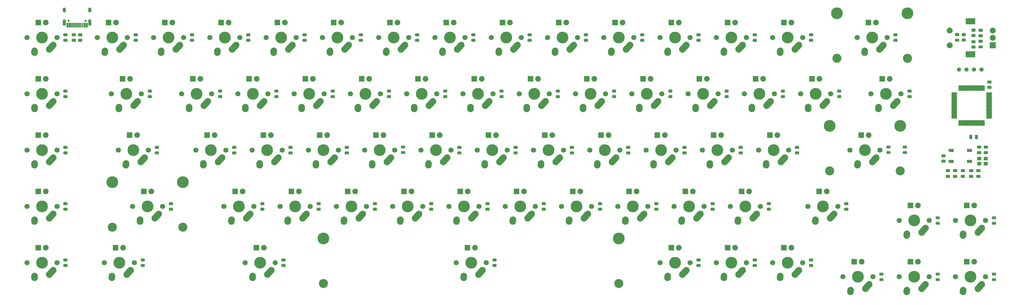
<source format=gbr>
%TF.GenerationSoftware,KiCad,Pcbnew,(5.1.9)-1*%
%TF.CreationDate,2021-07-15T23:27:18-07:00*%
%TF.ProjectId,unsplit-keyboard,756e7370-6c69-4742-9d6b-6579626f6172,rev?*%
%TF.SameCoordinates,Original*%
%TF.FileFunction,Soldermask,Bot*%
%TF.FilePolarity,Negative*%
%FSLAX46Y46*%
G04 Gerber Fmt 4.6, Leading zero omitted, Abs format (unit mm)*
G04 Created by KiCad (PCBNEW (5.1.9)-1) date 2021-07-15 23:27:18*
%MOMM*%
%LPD*%
G01*
G04 APERTURE LIST*
%ADD10C,0.750000*%
%ADD11O,1.100000X2.200000*%
%ADD12O,1.100000X1.700000*%
%ADD13C,1.750000*%
%ADD14R,1.905000X1.905000*%
%ADD15C,1.905000*%
%ADD16C,2.250000*%
%ADD17C,3.987800*%
%ADD18C,3.048000*%
%ADD19C,2.000000*%
%ADD20R,3.200000X2.000000*%
%ADD21R,2.000000X2.000000*%
%ADD22R,1.400000X1.200000*%
%ADD23R,1.800000X1.100000*%
%ADD24C,1.397000*%
G04 APERTURE END LIST*
%TO.C,USB1*%
G36*
G01*
X40181250Y-21913750D02*
X40181250Y-20463750D01*
G75*
G02*
X40231250Y-20413750I50000J0D01*
G01*
X40831250Y-20413750D01*
G75*
G02*
X40881250Y-20463750I0J-50000D01*
G01*
X40881250Y-21913750D01*
G75*
G02*
X40831250Y-21963750I-50000J0D01*
G01*
X40231250Y-21963750D01*
G75*
G02*
X40181250Y-21913750I0J50000D01*
G01*
G37*
G36*
G01*
X33731250Y-21913750D02*
X33731250Y-20463750D01*
G75*
G02*
X33781250Y-20413750I50000J0D01*
G01*
X34381250Y-20413750D01*
G75*
G02*
X34431250Y-20463750I0J-50000D01*
G01*
X34431250Y-21913750D01*
G75*
G02*
X34381250Y-21963750I-50000J0D01*
G01*
X33781250Y-21963750D01*
G75*
G02*
X33731250Y-21913750I0J50000D01*
G01*
G37*
G36*
G01*
X39406250Y-21913750D02*
X39406250Y-20463750D01*
G75*
G02*
X39456250Y-20413750I50000J0D01*
G01*
X40056250Y-20413750D01*
G75*
G02*
X40106250Y-20463750I0J-50000D01*
G01*
X40106250Y-21913750D01*
G75*
G02*
X40056250Y-21963750I-50000J0D01*
G01*
X39456250Y-21963750D01*
G75*
G02*
X39406250Y-21913750I0J50000D01*
G01*
G37*
G36*
G01*
X34506250Y-21913750D02*
X34506250Y-20463750D01*
G75*
G02*
X34556250Y-20413750I50000J0D01*
G01*
X35156250Y-20413750D01*
G75*
G02*
X35206250Y-20463750I0J-50000D01*
G01*
X35206250Y-21913750D01*
G75*
G02*
X35156250Y-21963750I-50000J0D01*
G01*
X34556250Y-21963750D01*
G75*
G02*
X34506250Y-21913750I0J50000D01*
G01*
G37*
G36*
G01*
X35356250Y-21913750D02*
X35356250Y-20463750D01*
G75*
G02*
X35406250Y-20413750I50000J0D01*
G01*
X35706250Y-20413750D01*
G75*
G02*
X35756250Y-20463750I0J-50000D01*
G01*
X35756250Y-21913750D01*
G75*
G02*
X35706250Y-21963750I-50000J0D01*
G01*
X35406250Y-21963750D01*
G75*
G02*
X35356250Y-21913750I0J50000D01*
G01*
G37*
G36*
G01*
X38856250Y-21913750D02*
X38856250Y-20463750D01*
G75*
G02*
X38906250Y-20413750I50000J0D01*
G01*
X39206250Y-20413750D01*
G75*
G02*
X39256250Y-20463750I0J-50000D01*
G01*
X39256250Y-21913750D01*
G75*
G02*
X39206250Y-21963750I-50000J0D01*
G01*
X38906250Y-21963750D01*
G75*
G02*
X38856250Y-21913750I0J50000D01*
G01*
G37*
G36*
G01*
X35856250Y-21913750D02*
X35856250Y-20463750D01*
G75*
G02*
X35906250Y-20413750I50000J0D01*
G01*
X36206250Y-20413750D01*
G75*
G02*
X36256250Y-20463750I0J-50000D01*
G01*
X36256250Y-21913750D01*
G75*
G02*
X36206250Y-21963750I-50000J0D01*
G01*
X35906250Y-21963750D01*
G75*
G02*
X35856250Y-21913750I0J50000D01*
G01*
G37*
G36*
G01*
X38356250Y-21913750D02*
X38356250Y-20463750D01*
G75*
G02*
X38406250Y-20413750I50000J0D01*
G01*
X38706250Y-20413750D01*
G75*
G02*
X38756250Y-20463750I0J-50000D01*
G01*
X38756250Y-21913750D01*
G75*
G02*
X38706250Y-21963750I-50000J0D01*
G01*
X38406250Y-21963750D01*
G75*
G02*
X38356250Y-21913750I0J50000D01*
G01*
G37*
G36*
G01*
X36356250Y-21913750D02*
X36356250Y-20463750D01*
G75*
G02*
X36406250Y-20413750I50000J0D01*
G01*
X36706250Y-20413750D01*
G75*
G02*
X36756250Y-20463750I0J-50000D01*
G01*
X36756250Y-21913750D01*
G75*
G02*
X36706250Y-21963750I-50000J0D01*
G01*
X36406250Y-21963750D01*
G75*
G02*
X36356250Y-21913750I0J50000D01*
G01*
G37*
G36*
G01*
X37856250Y-21913750D02*
X37856250Y-20463750D01*
G75*
G02*
X37906250Y-20413750I50000J0D01*
G01*
X38206250Y-20413750D01*
G75*
G02*
X38256250Y-20463750I0J-50000D01*
G01*
X38256250Y-21913750D01*
G75*
G02*
X38206250Y-21963750I-50000J0D01*
G01*
X37906250Y-21963750D01*
G75*
G02*
X37856250Y-21913750I0J50000D01*
G01*
G37*
G36*
G01*
X37356250Y-21913750D02*
X37356250Y-20463750D01*
G75*
G02*
X37406250Y-20413750I50000J0D01*
G01*
X37706250Y-20413750D01*
G75*
G02*
X37756250Y-20463750I0J-50000D01*
G01*
X37756250Y-21913750D01*
G75*
G02*
X37706250Y-21963750I-50000J0D01*
G01*
X37406250Y-21963750D01*
G75*
G02*
X37356250Y-21913750I0J50000D01*
G01*
G37*
G36*
G01*
X36856250Y-21913750D02*
X36856250Y-20463750D01*
G75*
G02*
X36906250Y-20413750I50000J0D01*
G01*
X37206250Y-20413750D01*
G75*
G02*
X37256250Y-20463750I0J-50000D01*
G01*
X37256250Y-21913750D01*
G75*
G02*
X37206250Y-21963750I-50000J0D01*
G01*
X36906250Y-21963750D01*
G75*
G02*
X36856250Y-21913750I0J50000D01*
G01*
G37*
D10*
X40196250Y-19743750D03*
X34416250Y-19743750D03*
D11*
X32986250Y-20273750D03*
X41626250Y-20273750D03*
D12*
X32986250Y-16093750D03*
X41626250Y-16093750D03*
%TD*%
%TO.C,U1*%
G36*
G01*
X346756000Y-52837000D02*
X345256000Y-52837000D01*
G75*
G02*
X345056000Y-52637000I0J200000D01*
G01*
X345056000Y-52137000D01*
G75*
G02*
X345256000Y-51937000I200000J0D01*
G01*
X346756000Y-51937000D01*
G75*
G02*
X346956000Y-52137000I0J-200000D01*
G01*
X346956000Y-52637000D01*
G75*
G02*
X346756000Y-52837000I-200000J0D01*
G01*
G37*
G36*
G01*
X346756000Y-52037000D02*
X345256000Y-52037000D01*
G75*
G02*
X345056000Y-51837000I0J200000D01*
G01*
X345056000Y-51337000D01*
G75*
G02*
X345256000Y-51137000I200000J0D01*
G01*
X346756000Y-51137000D01*
G75*
G02*
X346956000Y-51337000I0J-200000D01*
G01*
X346956000Y-51837000D01*
G75*
G02*
X346756000Y-52037000I-200000J0D01*
G01*
G37*
G36*
G01*
X346756000Y-51237000D02*
X345256000Y-51237000D01*
G75*
G02*
X345056000Y-51037000I0J200000D01*
G01*
X345056000Y-50537000D01*
G75*
G02*
X345256000Y-50337000I200000J0D01*
G01*
X346756000Y-50337000D01*
G75*
G02*
X346956000Y-50537000I0J-200000D01*
G01*
X346956000Y-51037000D01*
G75*
G02*
X346756000Y-51237000I-200000J0D01*
G01*
G37*
G36*
G01*
X346756000Y-50437000D02*
X345256000Y-50437000D01*
G75*
G02*
X345056000Y-50237000I0J200000D01*
G01*
X345056000Y-49737000D01*
G75*
G02*
X345256000Y-49537000I200000J0D01*
G01*
X346756000Y-49537000D01*
G75*
G02*
X346956000Y-49737000I0J-200000D01*
G01*
X346956000Y-50237000D01*
G75*
G02*
X346756000Y-50437000I-200000J0D01*
G01*
G37*
G36*
G01*
X346756000Y-49637000D02*
X345256000Y-49637000D01*
G75*
G02*
X345056000Y-49437000I0J200000D01*
G01*
X345056000Y-48937000D01*
G75*
G02*
X345256000Y-48737000I200000J0D01*
G01*
X346756000Y-48737000D01*
G75*
G02*
X346956000Y-48937000I0J-200000D01*
G01*
X346956000Y-49437000D01*
G75*
G02*
X346756000Y-49637000I-200000J0D01*
G01*
G37*
G36*
G01*
X346756000Y-48837000D02*
X345256000Y-48837000D01*
G75*
G02*
X345056000Y-48637000I0J200000D01*
G01*
X345056000Y-48137000D01*
G75*
G02*
X345256000Y-47937000I200000J0D01*
G01*
X346756000Y-47937000D01*
G75*
G02*
X346956000Y-48137000I0J-200000D01*
G01*
X346956000Y-48637000D01*
G75*
G02*
X346756000Y-48837000I-200000J0D01*
G01*
G37*
G36*
G01*
X346756000Y-48037000D02*
X345256000Y-48037000D01*
G75*
G02*
X345056000Y-47837000I0J200000D01*
G01*
X345056000Y-47337000D01*
G75*
G02*
X345256000Y-47137000I200000J0D01*
G01*
X346756000Y-47137000D01*
G75*
G02*
X346956000Y-47337000I0J-200000D01*
G01*
X346956000Y-47837000D01*
G75*
G02*
X346756000Y-48037000I-200000J0D01*
G01*
G37*
G36*
G01*
X346756000Y-47237000D02*
X345256000Y-47237000D01*
G75*
G02*
X345056000Y-47037000I0J200000D01*
G01*
X345056000Y-46537000D01*
G75*
G02*
X345256000Y-46337000I200000J0D01*
G01*
X346756000Y-46337000D01*
G75*
G02*
X346956000Y-46537000I0J-200000D01*
G01*
X346956000Y-47037000D01*
G75*
G02*
X346756000Y-47237000I-200000J0D01*
G01*
G37*
G36*
G01*
X346756000Y-46437000D02*
X345256000Y-46437000D01*
G75*
G02*
X345056000Y-46237000I0J200000D01*
G01*
X345056000Y-45737000D01*
G75*
G02*
X345256000Y-45537000I200000J0D01*
G01*
X346756000Y-45537000D01*
G75*
G02*
X346956000Y-45737000I0J-200000D01*
G01*
X346956000Y-46237000D01*
G75*
G02*
X346756000Y-46437000I-200000J0D01*
G01*
G37*
G36*
G01*
X346756000Y-45637000D02*
X345256000Y-45637000D01*
G75*
G02*
X345056000Y-45437000I0J200000D01*
G01*
X345056000Y-44937000D01*
G75*
G02*
X345256000Y-44737000I200000J0D01*
G01*
X346756000Y-44737000D01*
G75*
G02*
X346956000Y-44937000I0J-200000D01*
G01*
X346956000Y-45437000D01*
G75*
G02*
X346756000Y-45637000I-200000J0D01*
G01*
G37*
G36*
G01*
X346756000Y-44837000D02*
X345256000Y-44837000D01*
G75*
G02*
X345056000Y-44637000I0J200000D01*
G01*
X345056000Y-44137000D01*
G75*
G02*
X345256000Y-43937000I200000J0D01*
G01*
X346756000Y-43937000D01*
G75*
G02*
X346956000Y-44137000I0J-200000D01*
G01*
X346956000Y-44637000D01*
G75*
G02*
X346756000Y-44837000I-200000J0D01*
G01*
G37*
G36*
G01*
X344356000Y-43437000D02*
X343856000Y-43437000D01*
G75*
G02*
X343656000Y-43237000I0J200000D01*
G01*
X343656000Y-41737000D01*
G75*
G02*
X343856000Y-41537000I200000J0D01*
G01*
X344356000Y-41537000D01*
G75*
G02*
X344556000Y-41737000I0J-200000D01*
G01*
X344556000Y-43237000D01*
G75*
G02*
X344356000Y-43437000I-200000J0D01*
G01*
G37*
G36*
G01*
X343556000Y-43437000D02*
X343056000Y-43437000D01*
G75*
G02*
X342856000Y-43237000I0J200000D01*
G01*
X342856000Y-41737000D01*
G75*
G02*
X343056000Y-41537000I200000J0D01*
G01*
X343556000Y-41537000D01*
G75*
G02*
X343756000Y-41737000I0J-200000D01*
G01*
X343756000Y-43237000D01*
G75*
G02*
X343556000Y-43437000I-200000J0D01*
G01*
G37*
G36*
G01*
X342756000Y-43437000D02*
X342256000Y-43437000D01*
G75*
G02*
X342056000Y-43237000I0J200000D01*
G01*
X342056000Y-41737000D01*
G75*
G02*
X342256000Y-41537000I200000J0D01*
G01*
X342756000Y-41537000D01*
G75*
G02*
X342956000Y-41737000I0J-200000D01*
G01*
X342956000Y-43237000D01*
G75*
G02*
X342756000Y-43437000I-200000J0D01*
G01*
G37*
G36*
G01*
X341956000Y-43437000D02*
X341456000Y-43437000D01*
G75*
G02*
X341256000Y-43237000I0J200000D01*
G01*
X341256000Y-41737000D01*
G75*
G02*
X341456000Y-41537000I200000J0D01*
G01*
X341956000Y-41537000D01*
G75*
G02*
X342156000Y-41737000I0J-200000D01*
G01*
X342156000Y-43237000D01*
G75*
G02*
X341956000Y-43437000I-200000J0D01*
G01*
G37*
G36*
G01*
X341156000Y-43437000D02*
X340656000Y-43437000D01*
G75*
G02*
X340456000Y-43237000I0J200000D01*
G01*
X340456000Y-41737000D01*
G75*
G02*
X340656000Y-41537000I200000J0D01*
G01*
X341156000Y-41537000D01*
G75*
G02*
X341356000Y-41737000I0J-200000D01*
G01*
X341356000Y-43237000D01*
G75*
G02*
X341156000Y-43437000I-200000J0D01*
G01*
G37*
G36*
G01*
X340356000Y-43437000D02*
X339856000Y-43437000D01*
G75*
G02*
X339656000Y-43237000I0J200000D01*
G01*
X339656000Y-41737000D01*
G75*
G02*
X339856000Y-41537000I200000J0D01*
G01*
X340356000Y-41537000D01*
G75*
G02*
X340556000Y-41737000I0J-200000D01*
G01*
X340556000Y-43237000D01*
G75*
G02*
X340356000Y-43437000I-200000J0D01*
G01*
G37*
G36*
G01*
X339556000Y-43437000D02*
X339056000Y-43437000D01*
G75*
G02*
X338856000Y-43237000I0J200000D01*
G01*
X338856000Y-41737000D01*
G75*
G02*
X339056000Y-41537000I200000J0D01*
G01*
X339556000Y-41537000D01*
G75*
G02*
X339756000Y-41737000I0J-200000D01*
G01*
X339756000Y-43237000D01*
G75*
G02*
X339556000Y-43437000I-200000J0D01*
G01*
G37*
G36*
G01*
X338756000Y-43437000D02*
X338256000Y-43437000D01*
G75*
G02*
X338056000Y-43237000I0J200000D01*
G01*
X338056000Y-41737000D01*
G75*
G02*
X338256000Y-41537000I200000J0D01*
G01*
X338756000Y-41537000D01*
G75*
G02*
X338956000Y-41737000I0J-200000D01*
G01*
X338956000Y-43237000D01*
G75*
G02*
X338756000Y-43437000I-200000J0D01*
G01*
G37*
G36*
G01*
X337956000Y-43437000D02*
X337456000Y-43437000D01*
G75*
G02*
X337256000Y-43237000I0J200000D01*
G01*
X337256000Y-41737000D01*
G75*
G02*
X337456000Y-41537000I200000J0D01*
G01*
X337956000Y-41537000D01*
G75*
G02*
X338156000Y-41737000I0J-200000D01*
G01*
X338156000Y-43237000D01*
G75*
G02*
X337956000Y-43437000I-200000J0D01*
G01*
G37*
G36*
G01*
X337156000Y-43437000D02*
X336656000Y-43437000D01*
G75*
G02*
X336456000Y-43237000I0J200000D01*
G01*
X336456000Y-41737000D01*
G75*
G02*
X336656000Y-41537000I200000J0D01*
G01*
X337156000Y-41537000D01*
G75*
G02*
X337356000Y-41737000I0J-200000D01*
G01*
X337356000Y-43237000D01*
G75*
G02*
X337156000Y-43437000I-200000J0D01*
G01*
G37*
G36*
G01*
X336356000Y-43437000D02*
X335856000Y-43437000D01*
G75*
G02*
X335656000Y-43237000I0J200000D01*
G01*
X335656000Y-41737000D01*
G75*
G02*
X335856000Y-41537000I200000J0D01*
G01*
X336356000Y-41537000D01*
G75*
G02*
X336556000Y-41737000I0J-200000D01*
G01*
X336556000Y-43237000D01*
G75*
G02*
X336356000Y-43437000I-200000J0D01*
G01*
G37*
G36*
G01*
X334956000Y-44837000D02*
X333456000Y-44837000D01*
G75*
G02*
X333256000Y-44637000I0J200000D01*
G01*
X333256000Y-44137000D01*
G75*
G02*
X333456000Y-43937000I200000J0D01*
G01*
X334956000Y-43937000D01*
G75*
G02*
X335156000Y-44137000I0J-200000D01*
G01*
X335156000Y-44637000D01*
G75*
G02*
X334956000Y-44837000I-200000J0D01*
G01*
G37*
G36*
G01*
X334956000Y-45637000D02*
X333456000Y-45637000D01*
G75*
G02*
X333256000Y-45437000I0J200000D01*
G01*
X333256000Y-44937000D01*
G75*
G02*
X333456000Y-44737000I200000J0D01*
G01*
X334956000Y-44737000D01*
G75*
G02*
X335156000Y-44937000I0J-200000D01*
G01*
X335156000Y-45437000D01*
G75*
G02*
X334956000Y-45637000I-200000J0D01*
G01*
G37*
G36*
G01*
X334956000Y-46437000D02*
X333456000Y-46437000D01*
G75*
G02*
X333256000Y-46237000I0J200000D01*
G01*
X333256000Y-45737000D01*
G75*
G02*
X333456000Y-45537000I200000J0D01*
G01*
X334956000Y-45537000D01*
G75*
G02*
X335156000Y-45737000I0J-200000D01*
G01*
X335156000Y-46237000D01*
G75*
G02*
X334956000Y-46437000I-200000J0D01*
G01*
G37*
G36*
G01*
X334956000Y-47237000D02*
X333456000Y-47237000D01*
G75*
G02*
X333256000Y-47037000I0J200000D01*
G01*
X333256000Y-46537000D01*
G75*
G02*
X333456000Y-46337000I200000J0D01*
G01*
X334956000Y-46337000D01*
G75*
G02*
X335156000Y-46537000I0J-200000D01*
G01*
X335156000Y-47037000D01*
G75*
G02*
X334956000Y-47237000I-200000J0D01*
G01*
G37*
G36*
G01*
X334956000Y-48037000D02*
X333456000Y-48037000D01*
G75*
G02*
X333256000Y-47837000I0J200000D01*
G01*
X333256000Y-47337000D01*
G75*
G02*
X333456000Y-47137000I200000J0D01*
G01*
X334956000Y-47137000D01*
G75*
G02*
X335156000Y-47337000I0J-200000D01*
G01*
X335156000Y-47837000D01*
G75*
G02*
X334956000Y-48037000I-200000J0D01*
G01*
G37*
G36*
G01*
X334956000Y-48837000D02*
X333456000Y-48837000D01*
G75*
G02*
X333256000Y-48637000I0J200000D01*
G01*
X333256000Y-48137000D01*
G75*
G02*
X333456000Y-47937000I200000J0D01*
G01*
X334956000Y-47937000D01*
G75*
G02*
X335156000Y-48137000I0J-200000D01*
G01*
X335156000Y-48637000D01*
G75*
G02*
X334956000Y-48837000I-200000J0D01*
G01*
G37*
G36*
G01*
X334956000Y-49637000D02*
X333456000Y-49637000D01*
G75*
G02*
X333256000Y-49437000I0J200000D01*
G01*
X333256000Y-48937000D01*
G75*
G02*
X333456000Y-48737000I200000J0D01*
G01*
X334956000Y-48737000D01*
G75*
G02*
X335156000Y-48937000I0J-200000D01*
G01*
X335156000Y-49437000D01*
G75*
G02*
X334956000Y-49637000I-200000J0D01*
G01*
G37*
G36*
G01*
X334956000Y-50437000D02*
X333456000Y-50437000D01*
G75*
G02*
X333256000Y-50237000I0J200000D01*
G01*
X333256000Y-49737000D01*
G75*
G02*
X333456000Y-49537000I200000J0D01*
G01*
X334956000Y-49537000D01*
G75*
G02*
X335156000Y-49737000I0J-200000D01*
G01*
X335156000Y-50237000D01*
G75*
G02*
X334956000Y-50437000I-200000J0D01*
G01*
G37*
G36*
G01*
X334956000Y-51237000D02*
X333456000Y-51237000D01*
G75*
G02*
X333256000Y-51037000I0J200000D01*
G01*
X333256000Y-50537000D01*
G75*
G02*
X333456000Y-50337000I200000J0D01*
G01*
X334956000Y-50337000D01*
G75*
G02*
X335156000Y-50537000I0J-200000D01*
G01*
X335156000Y-51037000D01*
G75*
G02*
X334956000Y-51237000I-200000J0D01*
G01*
G37*
G36*
G01*
X334956000Y-52037000D02*
X333456000Y-52037000D01*
G75*
G02*
X333256000Y-51837000I0J200000D01*
G01*
X333256000Y-51337000D01*
G75*
G02*
X333456000Y-51137000I200000J0D01*
G01*
X334956000Y-51137000D01*
G75*
G02*
X335156000Y-51337000I0J-200000D01*
G01*
X335156000Y-51837000D01*
G75*
G02*
X334956000Y-52037000I-200000J0D01*
G01*
G37*
G36*
G01*
X334956000Y-52837000D02*
X333456000Y-52837000D01*
G75*
G02*
X333256000Y-52637000I0J200000D01*
G01*
X333256000Y-52137000D01*
G75*
G02*
X333456000Y-51937000I200000J0D01*
G01*
X334956000Y-51937000D01*
G75*
G02*
X335156000Y-52137000I0J-200000D01*
G01*
X335156000Y-52637000D01*
G75*
G02*
X334956000Y-52837000I-200000J0D01*
G01*
G37*
G36*
G01*
X336356000Y-55237000D02*
X335856000Y-55237000D01*
G75*
G02*
X335656000Y-55037000I0J200000D01*
G01*
X335656000Y-53537000D01*
G75*
G02*
X335856000Y-53337000I200000J0D01*
G01*
X336356000Y-53337000D01*
G75*
G02*
X336556000Y-53537000I0J-200000D01*
G01*
X336556000Y-55037000D01*
G75*
G02*
X336356000Y-55237000I-200000J0D01*
G01*
G37*
G36*
G01*
X337156000Y-55237000D02*
X336656000Y-55237000D01*
G75*
G02*
X336456000Y-55037000I0J200000D01*
G01*
X336456000Y-53537000D01*
G75*
G02*
X336656000Y-53337000I200000J0D01*
G01*
X337156000Y-53337000D01*
G75*
G02*
X337356000Y-53537000I0J-200000D01*
G01*
X337356000Y-55037000D01*
G75*
G02*
X337156000Y-55237000I-200000J0D01*
G01*
G37*
G36*
G01*
X337956000Y-55237000D02*
X337456000Y-55237000D01*
G75*
G02*
X337256000Y-55037000I0J200000D01*
G01*
X337256000Y-53537000D01*
G75*
G02*
X337456000Y-53337000I200000J0D01*
G01*
X337956000Y-53337000D01*
G75*
G02*
X338156000Y-53537000I0J-200000D01*
G01*
X338156000Y-55037000D01*
G75*
G02*
X337956000Y-55237000I-200000J0D01*
G01*
G37*
G36*
G01*
X338756000Y-55237000D02*
X338256000Y-55237000D01*
G75*
G02*
X338056000Y-55037000I0J200000D01*
G01*
X338056000Y-53537000D01*
G75*
G02*
X338256000Y-53337000I200000J0D01*
G01*
X338756000Y-53337000D01*
G75*
G02*
X338956000Y-53537000I0J-200000D01*
G01*
X338956000Y-55037000D01*
G75*
G02*
X338756000Y-55237000I-200000J0D01*
G01*
G37*
G36*
G01*
X339556000Y-55237000D02*
X339056000Y-55237000D01*
G75*
G02*
X338856000Y-55037000I0J200000D01*
G01*
X338856000Y-53537000D01*
G75*
G02*
X339056000Y-53337000I200000J0D01*
G01*
X339556000Y-53337000D01*
G75*
G02*
X339756000Y-53537000I0J-200000D01*
G01*
X339756000Y-55037000D01*
G75*
G02*
X339556000Y-55237000I-200000J0D01*
G01*
G37*
G36*
G01*
X340356000Y-55237000D02*
X339856000Y-55237000D01*
G75*
G02*
X339656000Y-55037000I0J200000D01*
G01*
X339656000Y-53537000D01*
G75*
G02*
X339856000Y-53337000I200000J0D01*
G01*
X340356000Y-53337000D01*
G75*
G02*
X340556000Y-53537000I0J-200000D01*
G01*
X340556000Y-55037000D01*
G75*
G02*
X340356000Y-55237000I-200000J0D01*
G01*
G37*
G36*
G01*
X341156000Y-55237000D02*
X340656000Y-55237000D01*
G75*
G02*
X340456000Y-55037000I0J200000D01*
G01*
X340456000Y-53537000D01*
G75*
G02*
X340656000Y-53337000I200000J0D01*
G01*
X341156000Y-53337000D01*
G75*
G02*
X341356000Y-53537000I0J-200000D01*
G01*
X341356000Y-55037000D01*
G75*
G02*
X341156000Y-55237000I-200000J0D01*
G01*
G37*
G36*
G01*
X341956000Y-55237000D02*
X341456000Y-55237000D01*
G75*
G02*
X341256000Y-55037000I0J200000D01*
G01*
X341256000Y-53537000D01*
G75*
G02*
X341456000Y-53337000I200000J0D01*
G01*
X341956000Y-53337000D01*
G75*
G02*
X342156000Y-53537000I0J-200000D01*
G01*
X342156000Y-55037000D01*
G75*
G02*
X341956000Y-55237000I-200000J0D01*
G01*
G37*
G36*
G01*
X342756000Y-55237000D02*
X342256000Y-55237000D01*
G75*
G02*
X342056000Y-55037000I0J200000D01*
G01*
X342056000Y-53537000D01*
G75*
G02*
X342256000Y-53337000I200000J0D01*
G01*
X342756000Y-53337000D01*
G75*
G02*
X342956000Y-53537000I0J-200000D01*
G01*
X342956000Y-55037000D01*
G75*
G02*
X342756000Y-55237000I-200000J0D01*
G01*
G37*
G36*
G01*
X343556000Y-55237000D02*
X343056000Y-55237000D01*
G75*
G02*
X342856000Y-55037000I0J200000D01*
G01*
X342856000Y-53537000D01*
G75*
G02*
X343056000Y-53337000I200000J0D01*
G01*
X343556000Y-53337000D01*
G75*
G02*
X343756000Y-53537000I0J-200000D01*
G01*
X343756000Y-55037000D01*
G75*
G02*
X343556000Y-55237000I-200000J0D01*
G01*
G37*
G36*
G01*
X344356000Y-55237000D02*
X343856000Y-55237000D01*
G75*
G02*
X343656000Y-55037000I0J200000D01*
G01*
X343656000Y-53537000D01*
G75*
G02*
X343856000Y-53337000I200000J0D01*
G01*
X344356000Y-53337000D01*
G75*
G02*
X344556000Y-53537000I0J-200000D01*
G01*
X344556000Y-55037000D01*
G75*
G02*
X344356000Y-55237000I-200000J0D01*
G01*
G37*
%TD*%
D13*
%TO.C,MX30*%
X306011580Y-44450000D03*
X316171580Y-44450000D03*
D14*
X309821580Y-39370000D03*
D15*
X312361580Y-39370000D03*
D16*
X313591580Y-48450000D03*
D17*
X311091580Y-44450000D03*
G36*
G01*
X315654352Y-46153962D02*
X315652897Y-46152655D01*
G75*
G02*
X315738925Y-47741317I-751317J-837345D01*
G01*
X314428923Y-49201317D01*
G75*
G02*
X312840261Y-49287345I-837345J751317D01*
G01*
X312840261Y-49287345D01*
G75*
G02*
X312754233Y-47698683I751317J837345D01*
G01*
X314064235Y-46238683D01*
G75*
G02*
X315652897Y-46152655I837345J-751317D01*
G01*
G37*
D16*
X308551580Y-49530000D03*
G36*
G01*
X308670056Y-47827740D02*
X308668983Y-47827666D01*
G75*
G02*
X309713914Y-49027403I-77403J-1122334D01*
G01*
X309673914Y-49607403D01*
G75*
G02*
X308474177Y-50652334I-1122334J77403D01*
G01*
X308474177Y-50652334D01*
G75*
G02*
X307429246Y-49452597I77403J1122334D01*
G01*
X307469246Y-48872597D01*
G75*
G02*
X308668983Y-47827666I1122334J-77403D01*
G01*
G37*
%TD*%
%TO.C,MX44*%
G36*
G01*
X301584726Y-66877740D02*
X301583653Y-66877666D01*
G75*
G02*
X302628584Y-68077403I-77403J-1122334D01*
G01*
X302588584Y-68657403D01*
G75*
G02*
X301388847Y-69702334I-1122334J77403D01*
G01*
X301388847Y-69702334D01*
G75*
G02*
X300343916Y-68502597I77403J1122334D01*
G01*
X300383916Y-67922597D01*
G75*
G02*
X301583653Y-66877666I1122334J-77403D01*
G01*
G37*
X301466250Y-68580000D03*
G36*
G01*
X308569022Y-65203962D02*
X308567567Y-65202655D01*
G75*
G02*
X308653595Y-66791317I-751317J-837345D01*
G01*
X307343593Y-68251317D01*
G75*
G02*
X305754931Y-68337345I-837345J751317D01*
G01*
X305754931Y-68337345D01*
G75*
G02*
X305668903Y-66748683I751317J837345D01*
G01*
X306978905Y-65288683D01*
G75*
G02*
X308567567Y-65202655I837345J-751317D01*
G01*
G37*
D17*
X304006250Y-63500000D03*
D16*
X306506250Y-67500000D03*
D15*
X305276250Y-58420000D03*
D14*
X302736250Y-58420000D03*
D13*
X309086250Y-63500000D03*
X298926250Y-63500000D03*
D18*
X315944250Y-70485000D03*
X292068250Y-70485000D03*
D17*
X315944250Y-55245000D03*
X292068250Y-55245000D03*
%TD*%
D19*
%TO.C,ENC1*%
X332718000Y-22990800D03*
X332718000Y-27990800D03*
D20*
X339718000Y-19890800D03*
X339718000Y-31090800D03*
D19*
X347218000Y-22990800D03*
X347218000Y-25490800D03*
D21*
X347218000Y-27990800D03*
%TD*%
%TO.C,C3*%
G36*
G01*
X334678000Y-23873800D02*
X335628000Y-23873800D01*
G75*
G02*
X335878000Y-24123800I0J-250000D01*
G01*
X335878000Y-24623800D01*
G75*
G02*
X335628000Y-24873800I-250000J0D01*
G01*
X334678000Y-24873800D01*
G75*
G02*
X334428000Y-24623800I0J250000D01*
G01*
X334428000Y-24123800D01*
G75*
G02*
X334678000Y-23873800I250000J0D01*
G01*
G37*
G36*
G01*
X334678000Y-25773800D02*
X335628000Y-25773800D01*
G75*
G02*
X335878000Y-26023800I0J-250000D01*
G01*
X335878000Y-26523800D01*
G75*
G02*
X335628000Y-26773800I-250000J0D01*
G01*
X334678000Y-26773800D01*
G75*
G02*
X334428000Y-26523800I0J250000D01*
G01*
X334428000Y-26023800D01*
G75*
G02*
X334678000Y-25773800I250000J0D01*
G01*
G37*
%TD*%
%TO.C,C10*%
G36*
G01*
X342679000Y-22406550D02*
X343629000Y-22406550D01*
G75*
G02*
X343879000Y-22656550I0J-250000D01*
G01*
X343879000Y-23156550D01*
G75*
G02*
X343629000Y-23406550I-250000J0D01*
G01*
X342679000Y-23406550D01*
G75*
G02*
X342429000Y-23156550I0J250000D01*
G01*
X342429000Y-22656550D01*
G75*
G02*
X342679000Y-22406550I250000J0D01*
G01*
G37*
G36*
G01*
X342679000Y-24306550D02*
X343629000Y-24306550D01*
G75*
G02*
X343879000Y-24556550I0J-250000D01*
G01*
X343879000Y-25056550D01*
G75*
G02*
X343629000Y-25306550I-250000J0D01*
G01*
X342679000Y-25306550D01*
G75*
G02*
X342429000Y-25056550I0J250000D01*
G01*
X342429000Y-24556550D01*
G75*
G02*
X342679000Y-24306550I250000J0D01*
G01*
G37*
%TD*%
%TO.C,C9*%
G36*
G01*
X343629000Y-29059800D02*
X342679000Y-29059800D01*
G75*
G02*
X342429000Y-28809800I0J250000D01*
G01*
X342429000Y-28309800D01*
G75*
G02*
X342679000Y-28059800I250000J0D01*
G01*
X343629000Y-28059800D01*
G75*
G02*
X343879000Y-28309800I0J-250000D01*
G01*
X343879000Y-28809800D01*
G75*
G02*
X343629000Y-29059800I-250000J0D01*
G01*
G37*
G36*
G01*
X343629000Y-27159800D02*
X342679000Y-27159800D01*
G75*
G02*
X342429000Y-26909800I0J250000D01*
G01*
X342429000Y-26409800D01*
G75*
G02*
X342679000Y-26159800I250000J0D01*
G01*
X343629000Y-26159800D01*
G75*
G02*
X343879000Y-26409800I0J-250000D01*
G01*
X343879000Y-26909800D01*
G75*
G02*
X343629000Y-27159800I-250000J0D01*
G01*
G37*
%TD*%
%TO.C,R5*%
G36*
G01*
X340253748Y-26278300D02*
X341153752Y-26278300D01*
G75*
G02*
X341403750Y-26528298I0J-249998D01*
G01*
X341403750Y-27053302D01*
G75*
G02*
X341153752Y-27303300I-249998J0D01*
G01*
X340253748Y-27303300D01*
G75*
G02*
X340003750Y-27053302I0J249998D01*
G01*
X340003750Y-26528298D01*
G75*
G02*
X340253748Y-26278300I249998J0D01*
G01*
G37*
G36*
G01*
X340253748Y-28103300D02*
X341153752Y-28103300D01*
G75*
G02*
X341403750Y-28353298I0J-249998D01*
G01*
X341403750Y-28878302D01*
G75*
G02*
X341153752Y-29128300I-249998J0D01*
G01*
X340253748Y-29128300D01*
G75*
G02*
X340003750Y-28878302I0J249998D01*
G01*
X340003750Y-28353298D01*
G75*
G02*
X340253748Y-28103300I249998J0D01*
G01*
G37*
%TD*%
%TO.C,R6*%
G36*
G01*
X341191002Y-25224800D02*
X340290998Y-25224800D01*
G75*
G02*
X340041000Y-24974802I0J249998D01*
G01*
X340041000Y-24449798D01*
G75*
G02*
X340290998Y-24199800I249998J0D01*
G01*
X341191002Y-24199800D01*
G75*
G02*
X341441000Y-24449798I0J-249998D01*
G01*
X341441000Y-24974802D01*
G75*
G02*
X341191002Y-25224800I-249998J0D01*
G01*
G37*
G36*
G01*
X341191002Y-23399800D02*
X340290998Y-23399800D01*
G75*
G02*
X340041000Y-23149802I0J249998D01*
G01*
X340041000Y-22624798D01*
G75*
G02*
X340290998Y-22374800I249998J0D01*
G01*
X341191002Y-22374800D01*
G75*
G02*
X341441000Y-22624798I0J-249998D01*
G01*
X341441000Y-23149802D01*
G75*
G02*
X341191002Y-23399800I-249998J0D01*
G01*
G37*
%TD*%
%TO.C,R4*%
G36*
G01*
X336988998Y-23898800D02*
X337889002Y-23898800D01*
G75*
G02*
X338139000Y-24148798I0J-249998D01*
G01*
X338139000Y-24673802D01*
G75*
G02*
X337889002Y-24923800I-249998J0D01*
G01*
X336988998Y-24923800D01*
G75*
G02*
X336739000Y-24673802I0J249998D01*
G01*
X336739000Y-24148798D01*
G75*
G02*
X336988998Y-23898800I249998J0D01*
G01*
G37*
G36*
G01*
X336988998Y-25723800D02*
X337889002Y-25723800D01*
G75*
G02*
X338139000Y-25973798I0J-249998D01*
G01*
X338139000Y-26498802D01*
G75*
G02*
X337889002Y-26748800I-249998J0D01*
G01*
X336988998Y-26748800D01*
G75*
G02*
X336739000Y-26498802I0J249998D01*
G01*
X336739000Y-25973798D01*
G75*
G02*
X336988998Y-25723800I249998J0D01*
G01*
G37*
%TD*%
%TO.C,MX2*%
G36*
G01*
X46790976Y-28777740D02*
X46789903Y-28777666D01*
G75*
G02*
X47834834Y-29977403I-77403J-1122334D01*
G01*
X47794834Y-30557403D01*
G75*
G02*
X46595097Y-31602334I-1122334J77403D01*
G01*
X46595097Y-31602334D01*
G75*
G02*
X45550166Y-30402597I77403J1122334D01*
G01*
X45590166Y-29822597D01*
G75*
G02*
X46789903Y-28777666I1122334J-77403D01*
G01*
G37*
D16*
X46672500Y-30480000D03*
G36*
G01*
X53775272Y-27103962D02*
X53773817Y-27102655D01*
G75*
G02*
X53859845Y-28691317I-751317J-837345D01*
G01*
X52549843Y-30151317D01*
G75*
G02*
X50961181Y-30237345I-837345J751317D01*
G01*
X50961181Y-30237345D01*
G75*
G02*
X50875153Y-28648683I751317J837345D01*
G01*
X52185155Y-27188683D01*
G75*
G02*
X53773817Y-27102655I837345J-751317D01*
G01*
G37*
D17*
X49212500Y-25400000D03*
D16*
X51712500Y-29400000D03*
D15*
X50482500Y-20320000D03*
D14*
X47942500Y-20320000D03*
D13*
X54292500Y-25400000D03*
X44132500Y-25400000D03*
%TD*%
D22*
%TO.C,X1*%
X342663600Y-66358400D03*
X344863600Y-66358400D03*
X344863600Y-68058400D03*
X342663600Y-68058400D03*
%TD*%
D23*
%TO.C,SW1*%
X333170600Y-63580400D03*
X339370600Y-67280400D03*
X333170600Y-67280400D03*
X339370600Y-63580400D03*
%TD*%
%TO.C,R7*%
G36*
G01*
X345663098Y-39911600D02*
X346563102Y-39911600D01*
G75*
G02*
X346813100Y-40161598I0J-249998D01*
G01*
X346813100Y-40686602D01*
G75*
G02*
X346563102Y-40936600I-249998J0D01*
G01*
X345663098Y-40936600D01*
G75*
G02*
X345413100Y-40686602I0J249998D01*
G01*
X345413100Y-40161598D01*
G75*
G02*
X345663098Y-39911600I249998J0D01*
G01*
G37*
G36*
G01*
X345663098Y-41736600D02*
X346563102Y-41736600D01*
G75*
G02*
X346813100Y-41986598I0J-249998D01*
G01*
X346813100Y-42511602D01*
G75*
G02*
X346563102Y-42761600I-249998J0D01*
G01*
X345663098Y-42761600D01*
G75*
G02*
X345413100Y-42511602I0J249998D01*
G01*
X345413100Y-41986598D01*
G75*
G02*
X345663098Y-41736600I249998J0D01*
G01*
G37*
%TD*%
%TO.C,R3*%
G36*
G01*
X36645002Y-26825000D02*
X35744998Y-26825000D01*
G75*
G02*
X35495000Y-26575002I0J249998D01*
G01*
X35495000Y-26049998D01*
G75*
G02*
X35744998Y-25800000I249998J0D01*
G01*
X36645002Y-25800000D01*
G75*
G02*
X36895000Y-26049998I0J-249998D01*
G01*
X36895000Y-26575002D01*
G75*
G02*
X36645002Y-26825000I-249998J0D01*
G01*
G37*
G36*
G01*
X36645002Y-25000000D02*
X35744998Y-25000000D01*
G75*
G02*
X35495000Y-24750002I0J249998D01*
G01*
X35495000Y-24224998D01*
G75*
G02*
X35744998Y-23975000I249998J0D01*
G01*
X36645002Y-23975000D01*
G75*
G02*
X36895000Y-24224998I0J-249998D01*
G01*
X36895000Y-24750002D01*
G75*
G02*
X36645002Y-25000000I-249998J0D01*
G01*
G37*
%TD*%
%TO.C,R2*%
G36*
G01*
X38804002Y-26825000D02*
X37903998Y-26825000D01*
G75*
G02*
X37654000Y-26575002I0J249998D01*
G01*
X37654000Y-26049998D01*
G75*
G02*
X37903998Y-25800000I249998J0D01*
G01*
X38804002Y-25800000D01*
G75*
G02*
X39054000Y-26049998I0J-249998D01*
G01*
X39054000Y-26575002D01*
G75*
G02*
X38804002Y-26825000I-249998J0D01*
G01*
G37*
G36*
G01*
X38804002Y-25000000D02*
X37903998Y-25000000D01*
G75*
G02*
X37654000Y-24750002I0J249998D01*
G01*
X37654000Y-24224998D01*
G75*
G02*
X37903998Y-23975000I249998J0D01*
G01*
X38804002Y-23975000D01*
G75*
G02*
X39054000Y-24224998I0J-249998D01*
G01*
X39054000Y-24750002D01*
G75*
G02*
X38804002Y-25000000I-249998J0D01*
G01*
G37*
%TD*%
%TO.C,R1*%
G36*
G01*
X330105598Y-66719400D02*
X331005602Y-66719400D01*
G75*
G02*
X331255600Y-66969398I0J-249998D01*
G01*
X331255600Y-67494402D01*
G75*
G02*
X331005602Y-67744400I-249998J0D01*
G01*
X330105598Y-67744400D01*
G75*
G02*
X329855600Y-67494402I0J249998D01*
G01*
X329855600Y-66969398D01*
G75*
G02*
X330105598Y-66719400I249998J0D01*
G01*
G37*
G36*
G01*
X330105598Y-64894400D02*
X331005602Y-64894400D01*
G75*
G02*
X331255600Y-65144398I0J-249998D01*
G01*
X331255600Y-65669402D01*
G75*
G02*
X331005602Y-65919400I-249998J0D01*
G01*
X330105598Y-65919400D01*
G75*
G02*
X329855600Y-65669402I0J249998D01*
G01*
X329855600Y-65144398D01*
G75*
G02*
X330105598Y-64894400I249998J0D01*
G01*
G37*
%TD*%
D24*
%TO.C,OL1*%
X343408000Y-36195000D03*
X340868000Y-36195000D03*
X338328000Y-36195000D03*
X335788000Y-36195000D03*
%TD*%
%TO.C,MX69*%
G36*
G01*
X337303476Y-109740240D02*
X337302403Y-109740166D01*
G75*
G02*
X338347334Y-110939903I-77403J-1122334D01*
G01*
X338307334Y-111519903D01*
G75*
G02*
X337107597Y-112564834I-1122334J77403D01*
G01*
X337107597Y-112564834D01*
G75*
G02*
X336062666Y-111365097I77403J1122334D01*
G01*
X336102666Y-110785097D01*
G75*
G02*
X337302403Y-109740166I1122334J-77403D01*
G01*
G37*
D16*
X337185000Y-111442500D03*
G36*
G01*
X344287772Y-108066462D02*
X344286317Y-108065155D01*
G75*
G02*
X344372345Y-109653817I-751317J-837345D01*
G01*
X343062343Y-111113817D01*
G75*
G02*
X341473681Y-111199845I-837345J751317D01*
G01*
X341473681Y-111199845D01*
G75*
G02*
X341387653Y-109611183I751317J837345D01*
G01*
X342697655Y-108151183D01*
G75*
G02*
X344286317Y-108065155I837345J-751317D01*
G01*
G37*
D17*
X339725000Y-106362500D03*
D16*
X342225000Y-110362500D03*
D15*
X340995000Y-101282500D03*
D14*
X338455000Y-101282500D03*
D13*
X344805000Y-106362500D03*
X334645000Y-106362500D03*
%TD*%
%TO.C,MX68*%
G36*
G01*
X318253476Y-109740240D02*
X318252403Y-109740166D01*
G75*
G02*
X319297334Y-110939903I-77403J-1122334D01*
G01*
X319257334Y-111519903D01*
G75*
G02*
X318057597Y-112564834I-1122334J77403D01*
G01*
X318057597Y-112564834D01*
G75*
G02*
X317012666Y-111365097I77403J1122334D01*
G01*
X317052666Y-110785097D01*
G75*
G02*
X318252403Y-109740166I1122334J-77403D01*
G01*
G37*
D16*
X318135000Y-111442500D03*
G36*
G01*
X325237772Y-108066462D02*
X325236317Y-108065155D01*
G75*
G02*
X325322345Y-109653817I-751317J-837345D01*
G01*
X324012343Y-111113817D01*
G75*
G02*
X322423681Y-111199845I-837345J751317D01*
G01*
X322423681Y-111199845D01*
G75*
G02*
X322337653Y-109611183I751317J837345D01*
G01*
X323647655Y-108151183D01*
G75*
G02*
X325236317Y-108065155I837345J-751317D01*
G01*
G37*
D17*
X320675000Y-106362500D03*
D16*
X323175000Y-110362500D03*
D15*
X321945000Y-101282500D03*
D14*
X319405000Y-101282500D03*
D13*
X325755000Y-106362500D03*
X315595000Y-106362500D03*
%TD*%
%TO.C,MX67*%
G36*
G01*
X299203476Y-109740240D02*
X299202403Y-109740166D01*
G75*
G02*
X300247334Y-110939903I-77403J-1122334D01*
G01*
X300207334Y-111519903D01*
G75*
G02*
X299007597Y-112564834I-1122334J77403D01*
G01*
X299007597Y-112564834D01*
G75*
G02*
X297962666Y-111365097I77403J1122334D01*
G01*
X298002666Y-110785097D01*
G75*
G02*
X299202403Y-109740166I1122334J-77403D01*
G01*
G37*
D16*
X299085000Y-111442500D03*
G36*
G01*
X306187772Y-108066462D02*
X306186317Y-108065155D01*
G75*
G02*
X306272345Y-109653817I-751317J-837345D01*
G01*
X304962343Y-111113817D01*
G75*
G02*
X303373681Y-111199845I-837345J751317D01*
G01*
X303373681Y-111199845D01*
G75*
G02*
X303287653Y-109611183I751317J837345D01*
G01*
X304597655Y-108151183D01*
G75*
G02*
X306186317Y-108065155I837345J-751317D01*
G01*
G37*
D17*
X301625000Y-106362500D03*
D16*
X304125000Y-110362500D03*
D15*
X302895000Y-101282500D03*
D14*
X300355000Y-101282500D03*
D13*
X306705000Y-106362500D03*
X296545000Y-106362500D03*
%TD*%
%TO.C,MX66*%
G36*
G01*
X275390976Y-104977740D02*
X275389903Y-104977666D01*
G75*
G02*
X276434834Y-106177403I-77403J-1122334D01*
G01*
X276394834Y-106757403D01*
G75*
G02*
X275195097Y-107802334I-1122334J77403D01*
G01*
X275195097Y-107802334D01*
G75*
G02*
X274150166Y-106602597I77403J1122334D01*
G01*
X274190166Y-106022597D01*
G75*
G02*
X275389903Y-104977666I1122334J-77403D01*
G01*
G37*
D16*
X275272500Y-106680000D03*
G36*
G01*
X282375272Y-103303962D02*
X282373817Y-103302655D01*
G75*
G02*
X282459845Y-104891317I-751317J-837345D01*
G01*
X281149843Y-106351317D01*
G75*
G02*
X279561181Y-106437345I-837345J751317D01*
G01*
X279561181Y-106437345D01*
G75*
G02*
X279475153Y-104848683I751317J837345D01*
G01*
X280785155Y-103388683D01*
G75*
G02*
X282373817Y-103302655I837345J-751317D01*
G01*
G37*
D17*
X277812500Y-101600000D03*
D16*
X280312500Y-105600000D03*
D15*
X279082500Y-96520000D03*
D14*
X276542500Y-96520000D03*
D13*
X282892500Y-101600000D03*
X272732500Y-101600000D03*
%TD*%
%TO.C,MX65*%
G36*
G01*
X256340976Y-104977740D02*
X256339903Y-104977666D01*
G75*
G02*
X257384834Y-106177403I-77403J-1122334D01*
G01*
X257344834Y-106757403D01*
G75*
G02*
X256145097Y-107802334I-1122334J77403D01*
G01*
X256145097Y-107802334D01*
G75*
G02*
X255100166Y-106602597I77403J1122334D01*
G01*
X255140166Y-106022597D01*
G75*
G02*
X256339903Y-104977666I1122334J-77403D01*
G01*
G37*
D16*
X256222500Y-106680000D03*
G36*
G01*
X263325272Y-103303962D02*
X263323817Y-103302655D01*
G75*
G02*
X263409845Y-104891317I-751317J-837345D01*
G01*
X262099843Y-106351317D01*
G75*
G02*
X260511181Y-106437345I-837345J751317D01*
G01*
X260511181Y-106437345D01*
G75*
G02*
X260425153Y-104848683I751317J837345D01*
G01*
X261735155Y-103388683D01*
G75*
G02*
X263323817Y-103302655I837345J-751317D01*
G01*
G37*
D17*
X258762500Y-101600000D03*
D16*
X261262500Y-105600000D03*
D15*
X260032500Y-96520000D03*
D14*
X257492500Y-96520000D03*
D13*
X263842500Y-101600000D03*
X253682500Y-101600000D03*
%TD*%
%TO.C,MX64*%
G36*
G01*
X237290976Y-104977740D02*
X237289903Y-104977666D01*
G75*
G02*
X238334834Y-106177403I-77403J-1122334D01*
G01*
X238294834Y-106757403D01*
G75*
G02*
X237095097Y-107802334I-1122334J77403D01*
G01*
X237095097Y-107802334D01*
G75*
G02*
X236050166Y-106602597I77403J1122334D01*
G01*
X236090166Y-106022597D01*
G75*
G02*
X237289903Y-104977666I1122334J-77403D01*
G01*
G37*
D16*
X237172500Y-106680000D03*
G36*
G01*
X244275272Y-103303962D02*
X244273817Y-103302655D01*
G75*
G02*
X244359845Y-104891317I-751317J-837345D01*
G01*
X243049843Y-106351317D01*
G75*
G02*
X241461181Y-106437345I-837345J751317D01*
G01*
X241461181Y-106437345D01*
G75*
G02*
X241375153Y-104848683I751317J837345D01*
G01*
X242685155Y-103388683D01*
G75*
G02*
X244273817Y-103302655I837345J-751317D01*
G01*
G37*
D17*
X239712500Y-101600000D03*
D16*
X242212500Y-105600000D03*
D15*
X240982500Y-96520000D03*
D14*
X238442500Y-96520000D03*
D13*
X244792500Y-101600000D03*
X234632500Y-101600000D03*
%TD*%
%TO.C,MX63*%
G36*
G01*
X168266476Y-104977740D02*
X168265403Y-104977666D01*
G75*
G02*
X169310334Y-106177403I-77403J-1122334D01*
G01*
X169270334Y-106757403D01*
G75*
G02*
X168070597Y-107802334I-1122334J77403D01*
G01*
X168070597Y-107802334D01*
G75*
G02*
X167025666Y-106602597I77403J1122334D01*
G01*
X167065666Y-106022597D01*
G75*
G02*
X168265403Y-104977666I1122334J-77403D01*
G01*
G37*
D16*
X168148000Y-106680000D03*
G36*
G01*
X175250772Y-103303962D02*
X175249317Y-103302655D01*
G75*
G02*
X175335345Y-104891317I-751317J-837345D01*
G01*
X174025343Y-106351317D01*
G75*
G02*
X172436681Y-106437345I-837345J751317D01*
G01*
X172436681Y-106437345D01*
G75*
G02*
X172350653Y-104848683I751317J837345D01*
G01*
X173660655Y-103388683D01*
G75*
G02*
X175249317Y-103302655I837345J-751317D01*
G01*
G37*
D17*
X170688000Y-101600000D03*
D16*
X173188000Y-105600000D03*
D15*
X171958000Y-96520000D03*
D14*
X169418000Y-96520000D03*
D13*
X175768000Y-101600000D03*
X165608000Y-101600000D03*
D18*
X220687900Y-108585000D03*
X120688100Y-108585000D03*
D17*
X220687900Y-93345000D03*
X120688100Y-93345000D03*
%TD*%
%TO.C,MX62*%
G36*
G01*
X96797226Y-104977740D02*
X96796153Y-104977666D01*
G75*
G02*
X97841084Y-106177403I-77403J-1122334D01*
G01*
X97801084Y-106757403D01*
G75*
G02*
X96601347Y-107802334I-1122334J77403D01*
G01*
X96601347Y-107802334D01*
G75*
G02*
X95556416Y-106602597I77403J1122334D01*
G01*
X95596416Y-106022597D01*
G75*
G02*
X96796153Y-104977666I1122334J-77403D01*
G01*
G37*
D16*
X96678750Y-106680000D03*
G36*
G01*
X103781522Y-103303962D02*
X103780067Y-103302655D01*
G75*
G02*
X103866095Y-104891317I-751317J-837345D01*
G01*
X102556093Y-106351317D01*
G75*
G02*
X100967431Y-106437345I-837345J751317D01*
G01*
X100967431Y-106437345D01*
G75*
G02*
X100881403Y-104848683I751317J837345D01*
G01*
X102191405Y-103388683D01*
G75*
G02*
X103780067Y-103302655I837345J-751317D01*
G01*
G37*
D17*
X99218750Y-101600000D03*
D16*
X101718750Y-105600000D03*
D15*
X100488750Y-96520000D03*
D14*
X97948750Y-96520000D03*
D13*
X104298750Y-101600000D03*
X94138750Y-101600000D03*
%TD*%
%TO.C,MX61*%
G36*
G01*
X49172226Y-104977740D02*
X49171153Y-104977666D01*
G75*
G02*
X50216084Y-106177403I-77403J-1122334D01*
G01*
X50176084Y-106757403D01*
G75*
G02*
X48976347Y-107802334I-1122334J77403D01*
G01*
X48976347Y-107802334D01*
G75*
G02*
X47931416Y-106602597I77403J1122334D01*
G01*
X47971416Y-106022597D01*
G75*
G02*
X49171153Y-104977666I1122334J-77403D01*
G01*
G37*
D16*
X49053750Y-106680000D03*
G36*
G01*
X56156522Y-103303962D02*
X56155067Y-103302655D01*
G75*
G02*
X56241095Y-104891317I-751317J-837345D01*
G01*
X54931093Y-106351317D01*
G75*
G02*
X53342431Y-106437345I-837345J751317D01*
G01*
X53342431Y-106437345D01*
G75*
G02*
X53256403Y-104848683I751317J837345D01*
G01*
X54566405Y-103388683D01*
G75*
G02*
X56155067Y-103302655I837345J-751317D01*
G01*
G37*
D17*
X51593750Y-101600000D03*
D16*
X54093750Y-105600000D03*
D15*
X52863750Y-96520000D03*
D14*
X50323750Y-96520000D03*
D13*
X56673750Y-101600000D03*
X46513750Y-101600000D03*
%TD*%
%TO.C,MX60*%
G36*
G01*
X22978476Y-104977740D02*
X22977403Y-104977666D01*
G75*
G02*
X24022334Y-106177403I-77403J-1122334D01*
G01*
X23982334Y-106757403D01*
G75*
G02*
X22782597Y-107802334I-1122334J77403D01*
G01*
X22782597Y-107802334D01*
G75*
G02*
X21737666Y-106602597I77403J1122334D01*
G01*
X21777666Y-106022597D01*
G75*
G02*
X22977403Y-104977666I1122334J-77403D01*
G01*
G37*
D16*
X22860000Y-106680000D03*
G36*
G01*
X29962772Y-103303962D02*
X29961317Y-103302655D01*
G75*
G02*
X30047345Y-104891317I-751317J-837345D01*
G01*
X28737343Y-106351317D01*
G75*
G02*
X27148681Y-106437345I-837345J751317D01*
G01*
X27148681Y-106437345D01*
G75*
G02*
X27062653Y-104848683I751317J837345D01*
G01*
X28372655Y-103388683D01*
G75*
G02*
X29961317Y-103302655I837345J-751317D01*
G01*
G37*
D17*
X25400000Y-101600000D03*
D16*
X27900000Y-105600000D03*
D15*
X26670000Y-96520000D03*
D14*
X24130000Y-96520000D03*
D13*
X30480000Y-101600000D03*
X20320000Y-101600000D03*
%TD*%
%TO.C,MX59*%
G36*
G01*
X337303476Y-90690240D02*
X337302403Y-90690166D01*
G75*
G02*
X338347334Y-91889903I-77403J-1122334D01*
G01*
X338307334Y-92469903D01*
G75*
G02*
X337107597Y-93514834I-1122334J77403D01*
G01*
X337107597Y-93514834D01*
G75*
G02*
X336062666Y-92315097I77403J1122334D01*
G01*
X336102666Y-91735097D01*
G75*
G02*
X337302403Y-90690166I1122334J-77403D01*
G01*
G37*
D16*
X337185000Y-92392500D03*
G36*
G01*
X344287772Y-89016462D02*
X344286317Y-89015155D01*
G75*
G02*
X344372345Y-90603817I-751317J-837345D01*
G01*
X343062343Y-92063817D01*
G75*
G02*
X341473681Y-92149845I-837345J751317D01*
G01*
X341473681Y-92149845D01*
G75*
G02*
X341387653Y-90561183I751317J837345D01*
G01*
X342697655Y-89101183D01*
G75*
G02*
X344286317Y-89015155I837345J-751317D01*
G01*
G37*
D17*
X339725000Y-87312500D03*
D16*
X342225000Y-91312500D03*
D15*
X340995000Y-82232500D03*
D14*
X338455000Y-82232500D03*
D13*
X344805000Y-87312500D03*
X334645000Y-87312500D03*
%TD*%
%TO.C,MX58*%
G36*
G01*
X318253476Y-90690240D02*
X318252403Y-90690166D01*
G75*
G02*
X319297334Y-91889903I-77403J-1122334D01*
G01*
X319257334Y-92469903D01*
G75*
G02*
X318057597Y-93514834I-1122334J77403D01*
G01*
X318057597Y-93514834D01*
G75*
G02*
X317012666Y-92315097I77403J1122334D01*
G01*
X317052666Y-91735097D01*
G75*
G02*
X318252403Y-90690166I1122334J-77403D01*
G01*
G37*
D16*
X318135000Y-92392500D03*
G36*
G01*
X325237772Y-89016462D02*
X325236317Y-89015155D01*
G75*
G02*
X325322345Y-90603817I-751317J-837345D01*
G01*
X324012343Y-92063817D01*
G75*
G02*
X322423681Y-92149845I-837345J751317D01*
G01*
X322423681Y-92149845D01*
G75*
G02*
X322337653Y-90561183I751317J837345D01*
G01*
X323647655Y-89101183D01*
G75*
G02*
X325236317Y-89015155I837345J-751317D01*
G01*
G37*
D17*
X320675000Y-87312500D03*
D16*
X323175000Y-91312500D03*
D15*
X321945000Y-82232500D03*
D14*
X319405000Y-82232500D03*
D13*
X325755000Y-87312500D03*
X315595000Y-87312500D03*
%TD*%
%TO.C,MX57*%
G36*
G01*
X287297226Y-85927740D02*
X287296153Y-85927666D01*
G75*
G02*
X288341084Y-87127403I-77403J-1122334D01*
G01*
X288301084Y-87707403D01*
G75*
G02*
X287101347Y-88752334I-1122334J77403D01*
G01*
X287101347Y-88752334D01*
G75*
G02*
X286056416Y-87552597I77403J1122334D01*
G01*
X286096416Y-86972597D01*
G75*
G02*
X287296153Y-85927666I1122334J-77403D01*
G01*
G37*
D16*
X287178750Y-87630000D03*
G36*
G01*
X294281522Y-84253962D02*
X294280067Y-84252655D01*
G75*
G02*
X294366095Y-85841317I-751317J-837345D01*
G01*
X293056093Y-87301317D01*
G75*
G02*
X291467431Y-87387345I-837345J751317D01*
G01*
X291467431Y-87387345D01*
G75*
G02*
X291381403Y-85798683I751317J837345D01*
G01*
X292691405Y-84338683D01*
G75*
G02*
X294280067Y-84252655I837345J-751317D01*
G01*
G37*
D17*
X289718750Y-82550000D03*
D16*
X292218750Y-86550000D03*
D15*
X290988750Y-77470000D03*
D14*
X288448750Y-77470000D03*
D13*
X294798750Y-82550000D03*
X284638750Y-82550000D03*
%TD*%
%TO.C,MX56*%
G36*
G01*
X261103476Y-85927740D02*
X261102403Y-85927666D01*
G75*
G02*
X262147334Y-87127403I-77403J-1122334D01*
G01*
X262107334Y-87707403D01*
G75*
G02*
X260907597Y-88752334I-1122334J77403D01*
G01*
X260907597Y-88752334D01*
G75*
G02*
X259862666Y-87552597I77403J1122334D01*
G01*
X259902666Y-86972597D01*
G75*
G02*
X261102403Y-85927666I1122334J-77403D01*
G01*
G37*
D16*
X260985000Y-87630000D03*
G36*
G01*
X268087772Y-84253962D02*
X268086317Y-84252655D01*
G75*
G02*
X268172345Y-85841317I-751317J-837345D01*
G01*
X266862343Y-87301317D01*
G75*
G02*
X265273681Y-87387345I-837345J751317D01*
G01*
X265273681Y-87387345D01*
G75*
G02*
X265187653Y-85798683I751317J837345D01*
G01*
X266497655Y-84338683D01*
G75*
G02*
X268086317Y-84252655I837345J-751317D01*
G01*
G37*
D17*
X263525000Y-82550000D03*
D16*
X266025000Y-86550000D03*
D15*
X264795000Y-77470000D03*
D14*
X262255000Y-77470000D03*
D13*
X268605000Y-82550000D03*
X258445000Y-82550000D03*
%TD*%
%TO.C,MX55*%
G36*
G01*
X242053476Y-85927740D02*
X242052403Y-85927666D01*
G75*
G02*
X243097334Y-87127403I-77403J-1122334D01*
G01*
X243057334Y-87707403D01*
G75*
G02*
X241857597Y-88752334I-1122334J77403D01*
G01*
X241857597Y-88752334D01*
G75*
G02*
X240812666Y-87552597I77403J1122334D01*
G01*
X240852666Y-86972597D01*
G75*
G02*
X242052403Y-85927666I1122334J-77403D01*
G01*
G37*
D16*
X241935000Y-87630000D03*
G36*
G01*
X249037772Y-84253962D02*
X249036317Y-84252655D01*
G75*
G02*
X249122345Y-85841317I-751317J-837345D01*
G01*
X247812343Y-87301317D01*
G75*
G02*
X246223681Y-87387345I-837345J751317D01*
G01*
X246223681Y-87387345D01*
G75*
G02*
X246137653Y-85798683I751317J837345D01*
G01*
X247447655Y-84338683D01*
G75*
G02*
X249036317Y-84252655I837345J-751317D01*
G01*
G37*
D17*
X244475000Y-82550000D03*
D16*
X246975000Y-86550000D03*
D15*
X245745000Y-77470000D03*
D14*
X243205000Y-77470000D03*
D13*
X249555000Y-82550000D03*
X239395000Y-82550000D03*
%TD*%
%TO.C,MX54*%
G36*
G01*
X223003476Y-85927740D02*
X223002403Y-85927666D01*
G75*
G02*
X224047334Y-87127403I-77403J-1122334D01*
G01*
X224007334Y-87707403D01*
G75*
G02*
X222807597Y-88752334I-1122334J77403D01*
G01*
X222807597Y-88752334D01*
G75*
G02*
X221762666Y-87552597I77403J1122334D01*
G01*
X221802666Y-86972597D01*
G75*
G02*
X223002403Y-85927666I1122334J-77403D01*
G01*
G37*
D16*
X222885000Y-87630000D03*
G36*
G01*
X229987772Y-84253962D02*
X229986317Y-84252655D01*
G75*
G02*
X230072345Y-85841317I-751317J-837345D01*
G01*
X228762343Y-87301317D01*
G75*
G02*
X227173681Y-87387345I-837345J751317D01*
G01*
X227173681Y-87387345D01*
G75*
G02*
X227087653Y-85798683I751317J837345D01*
G01*
X228397655Y-84338683D01*
G75*
G02*
X229986317Y-84252655I837345J-751317D01*
G01*
G37*
D17*
X225425000Y-82550000D03*
D16*
X227925000Y-86550000D03*
D15*
X226695000Y-77470000D03*
D14*
X224155000Y-77470000D03*
D13*
X230505000Y-82550000D03*
X220345000Y-82550000D03*
%TD*%
%TO.C,MX53*%
G36*
G01*
X203953476Y-85927740D02*
X203952403Y-85927666D01*
G75*
G02*
X204997334Y-87127403I-77403J-1122334D01*
G01*
X204957334Y-87707403D01*
G75*
G02*
X203757597Y-88752334I-1122334J77403D01*
G01*
X203757597Y-88752334D01*
G75*
G02*
X202712666Y-87552597I77403J1122334D01*
G01*
X202752666Y-86972597D01*
G75*
G02*
X203952403Y-85927666I1122334J-77403D01*
G01*
G37*
D16*
X203835000Y-87630000D03*
G36*
G01*
X210937772Y-84253962D02*
X210936317Y-84252655D01*
G75*
G02*
X211022345Y-85841317I-751317J-837345D01*
G01*
X209712343Y-87301317D01*
G75*
G02*
X208123681Y-87387345I-837345J751317D01*
G01*
X208123681Y-87387345D01*
G75*
G02*
X208037653Y-85798683I751317J837345D01*
G01*
X209347655Y-84338683D01*
G75*
G02*
X210936317Y-84252655I837345J-751317D01*
G01*
G37*
D17*
X206375000Y-82550000D03*
D16*
X208875000Y-86550000D03*
D15*
X207645000Y-77470000D03*
D14*
X205105000Y-77470000D03*
D13*
X211455000Y-82550000D03*
X201295000Y-82550000D03*
%TD*%
%TO.C,MX52*%
G36*
G01*
X184903476Y-85927740D02*
X184902403Y-85927666D01*
G75*
G02*
X185947334Y-87127403I-77403J-1122334D01*
G01*
X185907334Y-87707403D01*
G75*
G02*
X184707597Y-88752334I-1122334J77403D01*
G01*
X184707597Y-88752334D01*
G75*
G02*
X183662666Y-87552597I77403J1122334D01*
G01*
X183702666Y-86972597D01*
G75*
G02*
X184902403Y-85927666I1122334J-77403D01*
G01*
G37*
D16*
X184785000Y-87630000D03*
G36*
G01*
X191887772Y-84253962D02*
X191886317Y-84252655D01*
G75*
G02*
X191972345Y-85841317I-751317J-837345D01*
G01*
X190662343Y-87301317D01*
G75*
G02*
X189073681Y-87387345I-837345J751317D01*
G01*
X189073681Y-87387345D01*
G75*
G02*
X188987653Y-85798683I751317J837345D01*
G01*
X190297655Y-84338683D01*
G75*
G02*
X191886317Y-84252655I837345J-751317D01*
G01*
G37*
D17*
X187325000Y-82550000D03*
D16*
X189825000Y-86550000D03*
D15*
X188595000Y-77470000D03*
D14*
X186055000Y-77470000D03*
D13*
X192405000Y-82550000D03*
X182245000Y-82550000D03*
%TD*%
%TO.C,MX51*%
G36*
G01*
X165853476Y-85927740D02*
X165852403Y-85927666D01*
G75*
G02*
X166897334Y-87127403I-77403J-1122334D01*
G01*
X166857334Y-87707403D01*
G75*
G02*
X165657597Y-88752334I-1122334J77403D01*
G01*
X165657597Y-88752334D01*
G75*
G02*
X164612666Y-87552597I77403J1122334D01*
G01*
X164652666Y-86972597D01*
G75*
G02*
X165852403Y-85927666I1122334J-77403D01*
G01*
G37*
D16*
X165735000Y-87630000D03*
G36*
G01*
X172837772Y-84253962D02*
X172836317Y-84252655D01*
G75*
G02*
X172922345Y-85841317I-751317J-837345D01*
G01*
X171612343Y-87301317D01*
G75*
G02*
X170023681Y-87387345I-837345J751317D01*
G01*
X170023681Y-87387345D01*
G75*
G02*
X169937653Y-85798683I751317J837345D01*
G01*
X171247655Y-84338683D01*
G75*
G02*
X172836317Y-84252655I837345J-751317D01*
G01*
G37*
D17*
X168275000Y-82550000D03*
D16*
X170775000Y-86550000D03*
D15*
X169545000Y-77470000D03*
D14*
X167005000Y-77470000D03*
D13*
X173355000Y-82550000D03*
X163195000Y-82550000D03*
%TD*%
%TO.C,MX50*%
G36*
G01*
X146803476Y-85927740D02*
X146802403Y-85927666D01*
G75*
G02*
X147847334Y-87127403I-77403J-1122334D01*
G01*
X147807334Y-87707403D01*
G75*
G02*
X146607597Y-88752334I-1122334J77403D01*
G01*
X146607597Y-88752334D01*
G75*
G02*
X145562666Y-87552597I77403J1122334D01*
G01*
X145602666Y-86972597D01*
G75*
G02*
X146802403Y-85927666I1122334J-77403D01*
G01*
G37*
D16*
X146685000Y-87630000D03*
G36*
G01*
X153787772Y-84253962D02*
X153786317Y-84252655D01*
G75*
G02*
X153872345Y-85841317I-751317J-837345D01*
G01*
X152562343Y-87301317D01*
G75*
G02*
X150973681Y-87387345I-837345J751317D01*
G01*
X150973681Y-87387345D01*
G75*
G02*
X150887653Y-85798683I751317J837345D01*
G01*
X152197655Y-84338683D01*
G75*
G02*
X153786317Y-84252655I837345J-751317D01*
G01*
G37*
D17*
X149225000Y-82550000D03*
D16*
X151725000Y-86550000D03*
D15*
X150495000Y-77470000D03*
D14*
X147955000Y-77470000D03*
D13*
X154305000Y-82550000D03*
X144145000Y-82550000D03*
%TD*%
%TO.C,MX49*%
G36*
G01*
X127753476Y-85927740D02*
X127752403Y-85927666D01*
G75*
G02*
X128797334Y-87127403I-77403J-1122334D01*
G01*
X128757334Y-87707403D01*
G75*
G02*
X127557597Y-88752334I-1122334J77403D01*
G01*
X127557597Y-88752334D01*
G75*
G02*
X126512666Y-87552597I77403J1122334D01*
G01*
X126552666Y-86972597D01*
G75*
G02*
X127752403Y-85927666I1122334J-77403D01*
G01*
G37*
D16*
X127635000Y-87630000D03*
G36*
G01*
X134737772Y-84253962D02*
X134736317Y-84252655D01*
G75*
G02*
X134822345Y-85841317I-751317J-837345D01*
G01*
X133512343Y-87301317D01*
G75*
G02*
X131923681Y-87387345I-837345J751317D01*
G01*
X131923681Y-87387345D01*
G75*
G02*
X131837653Y-85798683I751317J837345D01*
G01*
X133147655Y-84338683D01*
G75*
G02*
X134736317Y-84252655I837345J-751317D01*
G01*
G37*
D17*
X130175000Y-82550000D03*
D16*
X132675000Y-86550000D03*
D15*
X131445000Y-77470000D03*
D14*
X128905000Y-77470000D03*
D13*
X135255000Y-82550000D03*
X125095000Y-82550000D03*
%TD*%
%TO.C,MX48*%
G36*
G01*
X108703476Y-85927740D02*
X108702403Y-85927666D01*
G75*
G02*
X109747334Y-87127403I-77403J-1122334D01*
G01*
X109707334Y-87707403D01*
G75*
G02*
X108507597Y-88752334I-1122334J77403D01*
G01*
X108507597Y-88752334D01*
G75*
G02*
X107462666Y-87552597I77403J1122334D01*
G01*
X107502666Y-86972597D01*
G75*
G02*
X108702403Y-85927666I1122334J-77403D01*
G01*
G37*
D16*
X108585000Y-87630000D03*
G36*
G01*
X115687772Y-84253962D02*
X115686317Y-84252655D01*
G75*
G02*
X115772345Y-85841317I-751317J-837345D01*
G01*
X114462343Y-87301317D01*
G75*
G02*
X112873681Y-87387345I-837345J751317D01*
G01*
X112873681Y-87387345D01*
G75*
G02*
X112787653Y-85798683I751317J837345D01*
G01*
X114097655Y-84338683D01*
G75*
G02*
X115686317Y-84252655I837345J-751317D01*
G01*
G37*
D17*
X111125000Y-82550000D03*
D16*
X113625000Y-86550000D03*
D15*
X112395000Y-77470000D03*
D14*
X109855000Y-77470000D03*
D13*
X116205000Y-82550000D03*
X106045000Y-82550000D03*
%TD*%
%TO.C,MX47*%
G36*
G01*
X89653476Y-85927740D02*
X89652403Y-85927666D01*
G75*
G02*
X90697334Y-87127403I-77403J-1122334D01*
G01*
X90657334Y-87707403D01*
G75*
G02*
X89457597Y-88752334I-1122334J77403D01*
G01*
X89457597Y-88752334D01*
G75*
G02*
X88412666Y-87552597I77403J1122334D01*
G01*
X88452666Y-86972597D01*
G75*
G02*
X89652403Y-85927666I1122334J-77403D01*
G01*
G37*
D16*
X89535000Y-87630000D03*
G36*
G01*
X96637772Y-84253962D02*
X96636317Y-84252655D01*
G75*
G02*
X96722345Y-85841317I-751317J-837345D01*
G01*
X95412343Y-87301317D01*
G75*
G02*
X93823681Y-87387345I-837345J751317D01*
G01*
X93823681Y-87387345D01*
G75*
G02*
X93737653Y-85798683I751317J837345D01*
G01*
X95047655Y-84338683D01*
G75*
G02*
X96636317Y-84252655I837345J-751317D01*
G01*
G37*
D17*
X92075000Y-82550000D03*
D16*
X94575000Y-86550000D03*
D15*
X93345000Y-77470000D03*
D14*
X90805000Y-77470000D03*
D13*
X97155000Y-82550000D03*
X86995000Y-82550000D03*
%TD*%
%TO.C,MX46*%
G36*
G01*
X58697226Y-85927740D02*
X58696153Y-85927666D01*
G75*
G02*
X59741084Y-87127403I-77403J-1122334D01*
G01*
X59701084Y-87707403D01*
G75*
G02*
X58501347Y-88752334I-1122334J77403D01*
G01*
X58501347Y-88752334D01*
G75*
G02*
X57456416Y-87552597I77403J1122334D01*
G01*
X57496416Y-86972597D01*
G75*
G02*
X58696153Y-85927666I1122334J-77403D01*
G01*
G37*
D16*
X58578750Y-87630000D03*
G36*
G01*
X65681522Y-84253962D02*
X65680067Y-84252655D01*
G75*
G02*
X65766095Y-85841317I-751317J-837345D01*
G01*
X64456093Y-87301317D01*
G75*
G02*
X62867431Y-87387345I-837345J751317D01*
G01*
X62867431Y-87387345D01*
G75*
G02*
X62781403Y-85798683I751317J837345D01*
G01*
X64091405Y-84338683D01*
G75*
G02*
X65680067Y-84252655I837345J-751317D01*
G01*
G37*
D17*
X61118750Y-82550000D03*
D16*
X63618750Y-86550000D03*
D15*
X62388750Y-77470000D03*
D14*
X59848750Y-77470000D03*
D13*
X66198750Y-82550000D03*
X56038750Y-82550000D03*
D18*
X73056750Y-89535000D03*
X49180750Y-89535000D03*
D17*
X73056750Y-74295000D03*
X49180750Y-74295000D03*
%TD*%
%TO.C,MX45*%
G36*
G01*
X22978476Y-85927740D02*
X22977403Y-85927666D01*
G75*
G02*
X24022334Y-87127403I-77403J-1122334D01*
G01*
X23982334Y-87707403D01*
G75*
G02*
X22782597Y-88752334I-1122334J77403D01*
G01*
X22782597Y-88752334D01*
G75*
G02*
X21737666Y-87552597I77403J1122334D01*
G01*
X21777666Y-86972597D01*
G75*
G02*
X22977403Y-85927666I1122334J-77403D01*
G01*
G37*
D16*
X22860000Y-87630000D03*
G36*
G01*
X29962772Y-84253962D02*
X29961317Y-84252655D01*
G75*
G02*
X30047345Y-85841317I-751317J-837345D01*
G01*
X28737343Y-87301317D01*
G75*
G02*
X27148681Y-87387345I-837345J751317D01*
G01*
X27148681Y-87387345D01*
G75*
G02*
X27062653Y-85798683I751317J837345D01*
G01*
X28372655Y-84338683D01*
G75*
G02*
X29961317Y-84252655I837345J-751317D01*
G01*
G37*
D17*
X25400000Y-82550000D03*
D16*
X27900000Y-86550000D03*
D15*
X26670000Y-77470000D03*
D14*
X24130000Y-77470000D03*
D13*
X30480000Y-82550000D03*
X20320000Y-82550000D03*
%TD*%
%TO.C,MX43*%
G36*
G01*
X270628476Y-66877740D02*
X270627403Y-66877666D01*
G75*
G02*
X271672334Y-68077403I-77403J-1122334D01*
G01*
X271632334Y-68657403D01*
G75*
G02*
X270432597Y-69702334I-1122334J77403D01*
G01*
X270432597Y-69702334D01*
G75*
G02*
X269387666Y-68502597I77403J1122334D01*
G01*
X269427666Y-67922597D01*
G75*
G02*
X270627403Y-66877666I1122334J-77403D01*
G01*
G37*
D16*
X270510000Y-68580000D03*
G36*
G01*
X277612772Y-65203962D02*
X277611317Y-65202655D01*
G75*
G02*
X277697345Y-66791317I-751317J-837345D01*
G01*
X276387343Y-68251317D01*
G75*
G02*
X274798681Y-68337345I-837345J751317D01*
G01*
X274798681Y-68337345D01*
G75*
G02*
X274712653Y-66748683I751317J837345D01*
G01*
X276022655Y-65288683D01*
G75*
G02*
X277611317Y-65202655I837345J-751317D01*
G01*
G37*
D17*
X273050000Y-63500000D03*
D16*
X275550000Y-67500000D03*
D15*
X274320000Y-58420000D03*
D14*
X271780000Y-58420000D03*
D13*
X278130000Y-63500000D03*
X267970000Y-63500000D03*
%TD*%
%TO.C,MX42*%
G36*
G01*
X251578476Y-66877740D02*
X251577403Y-66877666D01*
G75*
G02*
X252622334Y-68077403I-77403J-1122334D01*
G01*
X252582334Y-68657403D01*
G75*
G02*
X251382597Y-69702334I-1122334J77403D01*
G01*
X251382597Y-69702334D01*
G75*
G02*
X250337666Y-68502597I77403J1122334D01*
G01*
X250377666Y-67922597D01*
G75*
G02*
X251577403Y-66877666I1122334J-77403D01*
G01*
G37*
D16*
X251460000Y-68580000D03*
G36*
G01*
X258562772Y-65203962D02*
X258561317Y-65202655D01*
G75*
G02*
X258647345Y-66791317I-751317J-837345D01*
G01*
X257337343Y-68251317D01*
G75*
G02*
X255748681Y-68337345I-837345J751317D01*
G01*
X255748681Y-68337345D01*
G75*
G02*
X255662653Y-66748683I751317J837345D01*
G01*
X256972655Y-65288683D01*
G75*
G02*
X258561317Y-65202655I837345J-751317D01*
G01*
G37*
D17*
X254000000Y-63500000D03*
D16*
X256500000Y-67500000D03*
D15*
X255270000Y-58420000D03*
D14*
X252730000Y-58420000D03*
D13*
X259080000Y-63500000D03*
X248920000Y-63500000D03*
%TD*%
%TO.C,MX41*%
G36*
G01*
X232528476Y-66877740D02*
X232527403Y-66877666D01*
G75*
G02*
X233572334Y-68077403I-77403J-1122334D01*
G01*
X233532334Y-68657403D01*
G75*
G02*
X232332597Y-69702334I-1122334J77403D01*
G01*
X232332597Y-69702334D01*
G75*
G02*
X231287666Y-68502597I77403J1122334D01*
G01*
X231327666Y-67922597D01*
G75*
G02*
X232527403Y-66877666I1122334J-77403D01*
G01*
G37*
D16*
X232410000Y-68580000D03*
G36*
G01*
X239512772Y-65203962D02*
X239511317Y-65202655D01*
G75*
G02*
X239597345Y-66791317I-751317J-837345D01*
G01*
X238287343Y-68251317D01*
G75*
G02*
X236698681Y-68337345I-837345J751317D01*
G01*
X236698681Y-68337345D01*
G75*
G02*
X236612653Y-66748683I751317J837345D01*
G01*
X237922655Y-65288683D01*
G75*
G02*
X239511317Y-65202655I837345J-751317D01*
G01*
G37*
D17*
X234950000Y-63500000D03*
D16*
X237450000Y-67500000D03*
D15*
X236220000Y-58420000D03*
D14*
X233680000Y-58420000D03*
D13*
X240030000Y-63500000D03*
X229870000Y-63500000D03*
%TD*%
%TO.C,MX40*%
G36*
G01*
X213478476Y-66877740D02*
X213477403Y-66877666D01*
G75*
G02*
X214522334Y-68077403I-77403J-1122334D01*
G01*
X214482334Y-68657403D01*
G75*
G02*
X213282597Y-69702334I-1122334J77403D01*
G01*
X213282597Y-69702334D01*
G75*
G02*
X212237666Y-68502597I77403J1122334D01*
G01*
X212277666Y-67922597D01*
G75*
G02*
X213477403Y-66877666I1122334J-77403D01*
G01*
G37*
D16*
X213360000Y-68580000D03*
G36*
G01*
X220462772Y-65203962D02*
X220461317Y-65202655D01*
G75*
G02*
X220547345Y-66791317I-751317J-837345D01*
G01*
X219237343Y-68251317D01*
G75*
G02*
X217648681Y-68337345I-837345J751317D01*
G01*
X217648681Y-68337345D01*
G75*
G02*
X217562653Y-66748683I751317J837345D01*
G01*
X218872655Y-65288683D01*
G75*
G02*
X220461317Y-65202655I837345J-751317D01*
G01*
G37*
D17*
X215900000Y-63500000D03*
D16*
X218400000Y-67500000D03*
D15*
X217170000Y-58420000D03*
D14*
X214630000Y-58420000D03*
D13*
X220980000Y-63500000D03*
X210820000Y-63500000D03*
%TD*%
%TO.C,MX39*%
G36*
G01*
X194428476Y-66877740D02*
X194427403Y-66877666D01*
G75*
G02*
X195472334Y-68077403I-77403J-1122334D01*
G01*
X195432334Y-68657403D01*
G75*
G02*
X194232597Y-69702334I-1122334J77403D01*
G01*
X194232597Y-69702334D01*
G75*
G02*
X193187666Y-68502597I77403J1122334D01*
G01*
X193227666Y-67922597D01*
G75*
G02*
X194427403Y-66877666I1122334J-77403D01*
G01*
G37*
D16*
X194310000Y-68580000D03*
G36*
G01*
X201412772Y-65203962D02*
X201411317Y-65202655D01*
G75*
G02*
X201497345Y-66791317I-751317J-837345D01*
G01*
X200187343Y-68251317D01*
G75*
G02*
X198598681Y-68337345I-837345J751317D01*
G01*
X198598681Y-68337345D01*
G75*
G02*
X198512653Y-66748683I751317J837345D01*
G01*
X199822655Y-65288683D01*
G75*
G02*
X201411317Y-65202655I837345J-751317D01*
G01*
G37*
D17*
X196850000Y-63500000D03*
D16*
X199350000Y-67500000D03*
D15*
X198120000Y-58420000D03*
D14*
X195580000Y-58420000D03*
D13*
X201930000Y-63500000D03*
X191770000Y-63500000D03*
%TD*%
%TO.C,MX38*%
G36*
G01*
X175378476Y-66877740D02*
X175377403Y-66877666D01*
G75*
G02*
X176422334Y-68077403I-77403J-1122334D01*
G01*
X176382334Y-68657403D01*
G75*
G02*
X175182597Y-69702334I-1122334J77403D01*
G01*
X175182597Y-69702334D01*
G75*
G02*
X174137666Y-68502597I77403J1122334D01*
G01*
X174177666Y-67922597D01*
G75*
G02*
X175377403Y-66877666I1122334J-77403D01*
G01*
G37*
D16*
X175260000Y-68580000D03*
G36*
G01*
X182362772Y-65203962D02*
X182361317Y-65202655D01*
G75*
G02*
X182447345Y-66791317I-751317J-837345D01*
G01*
X181137343Y-68251317D01*
G75*
G02*
X179548681Y-68337345I-837345J751317D01*
G01*
X179548681Y-68337345D01*
G75*
G02*
X179462653Y-66748683I751317J837345D01*
G01*
X180772655Y-65288683D01*
G75*
G02*
X182361317Y-65202655I837345J-751317D01*
G01*
G37*
D17*
X177800000Y-63500000D03*
D16*
X180300000Y-67500000D03*
D15*
X179070000Y-58420000D03*
D14*
X176530000Y-58420000D03*
D13*
X182880000Y-63500000D03*
X172720000Y-63500000D03*
%TD*%
%TO.C,MX37*%
G36*
G01*
X156328476Y-66877740D02*
X156327403Y-66877666D01*
G75*
G02*
X157372334Y-68077403I-77403J-1122334D01*
G01*
X157332334Y-68657403D01*
G75*
G02*
X156132597Y-69702334I-1122334J77403D01*
G01*
X156132597Y-69702334D01*
G75*
G02*
X155087666Y-68502597I77403J1122334D01*
G01*
X155127666Y-67922597D01*
G75*
G02*
X156327403Y-66877666I1122334J-77403D01*
G01*
G37*
D16*
X156210000Y-68580000D03*
G36*
G01*
X163312772Y-65203962D02*
X163311317Y-65202655D01*
G75*
G02*
X163397345Y-66791317I-751317J-837345D01*
G01*
X162087343Y-68251317D01*
G75*
G02*
X160498681Y-68337345I-837345J751317D01*
G01*
X160498681Y-68337345D01*
G75*
G02*
X160412653Y-66748683I751317J837345D01*
G01*
X161722655Y-65288683D01*
G75*
G02*
X163311317Y-65202655I837345J-751317D01*
G01*
G37*
D17*
X158750000Y-63500000D03*
D16*
X161250000Y-67500000D03*
D15*
X160020000Y-58420000D03*
D14*
X157480000Y-58420000D03*
D13*
X163830000Y-63500000D03*
X153670000Y-63500000D03*
%TD*%
%TO.C,MX36*%
G36*
G01*
X137278476Y-66877740D02*
X137277403Y-66877666D01*
G75*
G02*
X138322334Y-68077403I-77403J-1122334D01*
G01*
X138282334Y-68657403D01*
G75*
G02*
X137082597Y-69702334I-1122334J77403D01*
G01*
X137082597Y-69702334D01*
G75*
G02*
X136037666Y-68502597I77403J1122334D01*
G01*
X136077666Y-67922597D01*
G75*
G02*
X137277403Y-66877666I1122334J-77403D01*
G01*
G37*
D16*
X137160000Y-68580000D03*
G36*
G01*
X144262772Y-65203962D02*
X144261317Y-65202655D01*
G75*
G02*
X144347345Y-66791317I-751317J-837345D01*
G01*
X143037343Y-68251317D01*
G75*
G02*
X141448681Y-68337345I-837345J751317D01*
G01*
X141448681Y-68337345D01*
G75*
G02*
X141362653Y-66748683I751317J837345D01*
G01*
X142672655Y-65288683D01*
G75*
G02*
X144261317Y-65202655I837345J-751317D01*
G01*
G37*
D17*
X139700000Y-63500000D03*
D16*
X142200000Y-67500000D03*
D15*
X140970000Y-58420000D03*
D14*
X138430000Y-58420000D03*
D13*
X144780000Y-63500000D03*
X134620000Y-63500000D03*
%TD*%
%TO.C,MX35*%
G36*
G01*
X118228476Y-66877740D02*
X118227403Y-66877666D01*
G75*
G02*
X119272334Y-68077403I-77403J-1122334D01*
G01*
X119232334Y-68657403D01*
G75*
G02*
X118032597Y-69702334I-1122334J77403D01*
G01*
X118032597Y-69702334D01*
G75*
G02*
X116987666Y-68502597I77403J1122334D01*
G01*
X117027666Y-67922597D01*
G75*
G02*
X118227403Y-66877666I1122334J-77403D01*
G01*
G37*
D16*
X118110000Y-68580000D03*
G36*
G01*
X125212772Y-65203962D02*
X125211317Y-65202655D01*
G75*
G02*
X125297345Y-66791317I-751317J-837345D01*
G01*
X123987343Y-68251317D01*
G75*
G02*
X122398681Y-68337345I-837345J751317D01*
G01*
X122398681Y-68337345D01*
G75*
G02*
X122312653Y-66748683I751317J837345D01*
G01*
X123622655Y-65288683D01*
G75*
G02*
X125211317Y-65202655I837345J-751317D01*
G01*
G37*
D17*
X120650000Y-63500000D03*
D16*
X123150000Y-67500000D03*
D15*
X121920000Y-58420000D03*
D14*
X119380000Y-58420000D03*
D13*
X125730000Y-63500000D03*
X115570000Y-63500000D03*
%TD*%
%TO.C,MX34*%
G36*
G01*
X99178476Y-66877740D02*
X99177403Y-66877666D01*
G75*
G02*
X100222334Y-68077403I-77403J-1122334D01*
G01*
X100182334Y-68657403D01*
G75*
G02*
X98982597Y-69702334I-1122334J77403D01*
G01*
X98982597Y-69702334D01*
G75*
G02*
X97937666Y-68502597I77403J1122334D01*
G01*
X97977666Y-67922597D01*
G75*
G02*
X99177403Y-66877666I1122334J-77403D01*
G01*
G37*
D16*
X99060000Y-68580000D03*
G36*
G01*
X106162772Y-65203962D02*
X106161317Y-65202655D01*
G75*
G02*
X106247345Y-66791317I-751317J-837345D01*
G01*
X104937343Y-68251317D01*
G75*
G02*
X103348681Y-68337345I-837345J751317D01*
G01*
X103348681Y-68337345D01*
G75*
G02*
X103262653Y-66748683I751317J837345D01*
G01*
X104572655Y-65288683D01*
G75*
G02*
X106161317Y-65202655I837345J-751317D01*
G01*
G37*
D17*
X101600000Y-63500000D03*
D16*
X104100000Y-67500000D03*
D15*
X102870000Y-58420000D03*
D14*
X100330000Y-58420000D03*
D13*
X106680000Y-63500000D03*
X96520000Y-63500000D03*
%TD*%
%TO.C,MX33*%
G36*
G01*
X80128476Y-66877740D02*
X80127403Y-66877666D01*
G75*
G02*
X81172334Y-68077403I-77403J-1122334D01*
G01*
X81132334Y-68657403D01*
G75*
G02*
X79932597Y-69702334I-1122334J77403D01*
G01*
X79932597Y-69702334D01*
G75*
G02*
X78887666Y-68502597I77403J1122334D01*
G01*
X78927666Y-67922597D01*
G75*
G02*
X80127403Y-66877666I1122334J-77403D01*
G01*
G37*
D16*
X80010000Y-68580000D03*
G36*
G01*
X87112772Y-65203962D02*
X87111317Y-65202655D01*
G75*
G02*
X87197345Y-66791317I-751317J-837345D01*
G01*
X85887343Y-68251317D01*
G75*
G02*
X84298681Y-68337345I-837345J751317D01*
G01*
X84298681Y-68337345D01*
G75*
G02*
X84212653Y-66748683I751317J837345D01*
G01*
X85522655Y-65288683D01*
G75*
G02*
X87111317Y-65202655I837345J-751317D01*
G01*
G37*
D17*
X82550000Y-63500000D03*
D16*
X85050000Y-67500000D03*
D15*
X83820000Y-58420000D03*
D14*
X81280000Y-58420000D03*
D13*
X87630000Y-63500000D03*
X77470000Y-63500000D03*
%TD*%
%TO.C,MX32*%
G36*
G01*
X53934726Y-66877740D02*
X53933653Y-66877666D01*
G75*
G02*
X54978584Y-68077403I-77403J-1122334D01*
G01*
X54938584Y-68657403D01*
G75*
G02*
X53738847Y-69702334I-1122334J77403D01*
G01*
X53738847Y-69702334D01*
G75*
G02*
X52693916Y-68502597I77403J1122334D01*
G01*
X52733916Y-67922597D01*
G75*
G02*
X53933653Y-66877666I1122334J-77403D01*
G01*
G37*
D16*
X53816250Y-68580000D03*
G36*
G01*
X60919022Y-65203962D02*
X60917567Y-65202655D01*
G75*
G02*
X61003595Y-66791317I-751317J-837345D01*
G01*
X59693593Y-68251317D01*
G75*
G02*
X58104931Y-68337345I-837345J751317D01*
G01*
X58104931Y-68337345D01*
G75*
G02*
X58018903Y-66748683I751317J837345D01*
G01*
X59328905Y-65288683D01*
G75*
G02*
X60917567Y-65202655I837345J-751317D01*
G01*
G37*
D17*
X56356250Y-63500000D03*
D16*
X58856250Y-67500000D03*
D15*
X57626250Y-58420000D03*
D14*
X55086250Y-58420000D03*
D13*
X61436250Y-63500000D03*
X51276250Y-63500000D03*
%TD*%
%TO.C,MX31*%
G36*
G01*
X22978476Y-66877740D02*
X22977403Y-66877666D01*
G75*
G02*
X24022334Y-68077403I-77403J-1122334D01*
G01*
X23982334Y-68657403D01*
G75*
G02*
X22782597Y-69702334I-1122334J77403D01*
G01*
X22782597Y-69702334D01*
G75*
G02*
X21737666Y-68502597I77403J1122334D01*
G01*
X21777666Y-67922597D01*
G75*
G02*
X22977403Y-66877666I1122334J-77403D01*
G01*
G37*
D16*
X22860000Y-68580000D03*
G36*
G01*
X29962772Y-65203962D02*
X29961317Y-65202655D01*
G75*
G02*
X30047345Y-66791317I-751317J-837345D01*
G01*
X28737343Y-68251317D01*
G75*
G02*
X27148681Y-68337345I-837345J751317D01*
G01*
X27148681Y-68337345D01*
G75*
G02*
X27062653Y-66748683I751317J837345D01*
G01*
X28372655Y-65288683D01*
G75*
G02*
X29961317Y-65202655I837345J-751317D01*
G01*
G37*
D17*
X25400000Y-63500000D03*
D16*
X27900000Y-67500000D03*
D15*
X26670000Y-58420000D03*
D14*
X24130000Y-58420000D03*
D13*
X30480000Y-63500000D03*
X20320000Y-63500000D03*
%TD*%
%TO.C,MX29*%
G36*
G01*
X284852476Y-47827740D02*
X284851403Y-47827666D01*
G75*
G02*
X285896334Y-49027403I-77403J-1122334D01*
G01*
X285856334Y-49607403D01*
G75*
G02*
X284656597Y-50652334I-1122334J77403D01*
G01*
X284656597Y-50652334D01*
G75*
G02*
X283611666Y-49452597I77403J1122334D01*
G01*
X283651666Y-48872597D01*
G75*
G02*
X284851403Y-47827666I1122334J-77403D01*
G01*
G37*
D16*
X284734000Y-49530000D03*
G36*
G01*
X291836772Y-46153962D02*
X291835317Y-46152655D01*
G75*
G02*
X291921345Y-47741317I-751317J-837345D01*
G01*
X290611343Y-49201317D01*
G75*
G02*
X289022681Y-49287345I-837345J751317D01*
G01*
X289022681Y-49287345D01*
G75*
G02*
X288936653Y-47698683I751317J837345D01*
G01*
X290246655Y-46238683D01*
G75*
G02*
X291835317Y-46152655I837345J-751317D01*
G01*
G37*
D17*
X287274000Y-44450000D03*
D16*
X289774000Y-48450000D03*
D15*
X288544000Y-39370000D03*
D14*
X286004000Y-39370000D03*
D13*
X292354000Y-44450000D03*
X282194000Y-44450000D03*
%TD*%
%TO.C,MX28*%
G36*
G01*
X265802476Y-47827740D02*
X265801403Y-47827666D01*
G75*
G02*
X266846334Y-49027403I-77403J-1122334D01*
G01*
X266806334Y-49607403D01*
G75*
G02*
X265606597Y-50652334I-1122334J77403D01*
G01*
X265606597Y-50652334D01*
G75*
G02*
X264561666Y-49452597I77403J1122334D01*
G01*
X264601666Y-48872597D01*
G75*
G02*
X265801403Y-47827666I1122334J-77403D01*
G01*
G37*
D16*
X265684000Y-49530000D03*
G36*
G01*
X272786772Y-46153962D02*
X272785317Y-46152655D01*
G75*
G02*
X272871345Y-47741317I-751317J-837345D01*
G01*
X271561343Y-49201317D01*
G75*
G02*
X269972681Y-49287345I-837345J751317D01*
G01*
X269972681Y-49287345D01*
G75*
G02*
X269886653Y-47698683I751317J837345D01*
G01*
X271196655Y-46238683D01*
G75*
G02*
X272785317Y-46152655I837345J-751317D01*
G01*
G37*
D17*
X268224000Y-44450000D03*
D16*
X270724000Y-48450000D03*
D15*
X269494000Y-39370000D03*
D14*
X266954000Y-39370000D03*
D13*
X273304000Y-44450000D03*
X263144000Y-44450000D03*
%TD*%
%TO.C,MX27*%
G36*
G01*
X246752476Y-47827740D02*
X246751403Y-47827666D01*
G75*
G02*
X247796334Y-49027403I-77403J-1122334D01*
G01*
X247756334Y-49607403D01*
G75*
G02*
X246556597Y-50652334I-1122334J77403D01*
G01*
X246556597Y-50652334D01*
G75*
G02*
X245511666Y-49452597I77403J1122334D01*
G01*
X245551666Y-48872597D01*
G75*
G02*
X246751403Y-47827666I1122334J-77403D01*
G01*
G37*
D16*
X246634000Y-49530000D03*
G36*
G01*
X253736772Y-46153962D02*
X253735317Y-46152655D01*
G75*
G02*
X253821345Y-47741317I-751317J-837345D01*
G01*
X252511343Y-49201317D01*
G75*
G02*
X250922681Y-49287345I-837345J751317D01*
G01*
X250922681Y-49287345D01*
G75*
G02*
X250836653Y-47698683I751317J837345D01*
G01*
X252146655Y-46238683D01*
G75*
G02*
X253735317Y-46152655I837345J-751317D01*
G01*
G37*
D17*
X249174000Y-44450000D03*
D16*
X251674000Y-48450000D03*
D15*
X250444000Y-39370000D03*
D14*
X247904000Y-39370000D03*
D13*
X254254000Y-44450000D03*
X244094000Y-44450000D03*
%TD*%
%TO.C,MX26*%
G36*
G01*
X227702476Y-47827740D02*
X227701403Y-47827666D01*
G75*
G02*
X228746334Y-49027403I-77403J-1122334D01*
G01*
X228706334Y-49607403D01*
G75*
G02*
X227506597Y-50652334I-1122334J77403D01*
G01*
X227506597Y-50652334D01*
G75*
G02*
X226461666Y-49452597I77403J1122334D01*
G01*
X226501666Y-48872597D01*
G75*
G02*
X227701403Y-47827666I1122334J-77403D01*
G01*
G37*
D16*
X227584000Y-49530000D03*
G36*
G01*
X234686772Y-46153962D02*
X234685317Y-46152655D01*
G75*
G02*
X234771345Y-47741317I-751317J-837345D01*
G01*
X233461343Y-49201317D01*
G75*
G02*
X231872681Y-49287345I-837345J751317D01*
G01*
X231872681Y-49287345D01*
G75*
G02*
X231786653Y-47698683I751317J837345D01*
G01*
X233096655Y-46238683D01*
G75*
G02*
X234685317Y-46152655I837345J-751317D01*
G01*
G37*
D17*
X230124000Y-44450000D03*
D16*
X232624000Y-48450000D03*
D15*
X231394000Y-39370000D03*
D14*
X228854000Y-39370000D03*
D13*
X235204000Y-44450000D03*
X225044000Y-44450000D03*
%TD*%
%TO.C,MX25*%
G36*
G01*
X208652476Y-47827740D02*
X208651403Y-47827666D01*
G75*
G02*
X209696334Y-49027403I-77403J-1122334D01*
G01*
X209656334Y-49607403D01*
G75*
G02*
X208456597Y-50652334I-1122334J77403D01*
G01*
X208456597Y-50652334D01*
G75*
G02*
X207411666Y-49452597I77403J1122334D01*
G01*
X207451666Y-48872597D01*
G75*
G02*
X208651403Y-47827666I1122334J-77403D01*
G01*
G37*
D16*
X208534000Y-49530000D03*
G36*
G01*
X215636772Y-46153962D02*
X215635317Y-46152655D01*
G75*
G02*
X215721345Y-47741317I-751317J-837345D01*
G01*
X214411343Y-49201317D01*
G75*
G02*
X212822681Y-49287345I-837345J751317D01*
G01*
X212822681Y-49287345D01*
G75*
G02*
X212736653Y-47698683I751317J837345D01*
G01*
X214046655Y-46238683D01*
G75*
G02*
X215635317Y-46152655I837345J-751317D01*
G01*
G37*
D17*
X211074000Y-44450000D03*
D16*
X213574000Y-48450000D03*
D15*
X212344000Y-39370000D03*
D14*
X209804000Y-39370000D03*
D13*
X216154000Y-44450000D03*
X205994000Y-44450000D03*
%TD*%
%TO.C,MX24*%
G36*
G01*
X189602476Y-47827740D02*
X189601403Y-47827666D01*
G75*
G02*
X190646334Y-49027403I-77403J-1122334D01*
G01*
X190606334Y-49607403D01*
G75*
G02*
X189406597Y-50652334I-1122334J77403D01*
G01*
X189406597Y-50652334D01*
G75*
G02*
X188361666Y-49452597I77403J1122334D01*
G01*
X188401666Y-48872597D01*
G75*
G02*
X189601403Y-47827666I1122334J-77403D01*
G01*
G37*
D16*
X189484000Y-49530000D03*
G36*
G01*
X196586772Y-46153962D02*
X196585317Y-46152655D01*
G75*
G02*
X196671345Y-47741317I-751317J-837345D01*
G01*
X195361343Y-49201317D01*
G75*
G02*
X193772681Y-49287345I-837345J751317D01*
G01*
X193772681Y-49287345D01*
G75*
G02*
X193686653Y-47698683I751317J837345D01*
G01*
X194996655Y-46238683D01*
G75*
G02*
X196585317Y-46152655I837345J-751317D01*
G01*
G37*
D17*
X192024000Y-44450000D03*
D16*
X194524000Y-48450000D03*
D15*
X193294000Y-39370000D03*
D14*
X190754000Y-39370000D03*
D13*
X197104000Y-44450000D03*
X186944000Y-44450000D03*
%TD*%
%TO.C,MX23*%
G36*
G01*
X170552476Y-47827740D02*
X170551403Y-47827666D01*
G75*
G02*
X171596334Y-49027403I-77403J-1122334D01*
G01*
X171556334Y-49607403D01*
G75*
G02*
X170356597Y-50652334I-1122334J77403D01*
G01*
X170356597Y-50652334D01*
G75*
G02*
X169311666Y-49452597I77403J1122334D01*
G01*
X169351666Y-48872597D01*
G75*
G02*
X170551403Y-47827666I1122334J-77403D01*
G01*
G37*
D16*
X170434000Y-49530000D03*
G36*
G01*
X177536772Y-46153962D02*
X177535317Y-46152655D01*
G75*
G02*
X177621345Y-47741317I-751317J-837345D01*
G01*
X176311343Y-49201317D01*
G75*
G02*
X174722681Y-49287345I-837345J751317D01*
G01*
X174722681Y-49287345D01*
G75*
G02*
X174636653Y-47698683I751317J837345D01*
G01*
X175946655Y-46238683D01*
G75*
G02*
X177535317Y-46152655I837345J-751317D01*
G01*
G37*
D17*
X172974000Y-44450000D03*
D16*
X175474000Y-48450000D03*
D15*
X174244000Y-39370000D03*
D14*
X171704000Y-39370000D03*
D13*
X178054000Y-44450000D03*
X167894000Y-44450000D03*
%TD*%
%TO.C,MX22*%
G36*
G01*
X151502476Y-47827740D02*
X151501403Y-47827666D01*
G75*
G02*
X152546334Y-49027403I-77403J-1122334D01*
G01*
X152506334Y-49607403D01*
G75*
G02*
X151306597Y-50652334I-1122334J77403D01*
G01*
X151306597Y-50652334D01*
G75*
G02*
X150261666Y-49452597I77403J1122334D01*
G01*
X150301666Y-48872597D01*
G75*
G02*
X151501403Y-47827666I1122334J-77403D01*
G01*
G37*
D16*
X151384000Y-49530000D03*
G36*
G01*
X158486772Y-46153962D02*
X158485317Y-46152655D01*
G75*
G02*
X158571345Y-47741317I-751317J-837345D01*
G01*
X157261343Y-49201317D01*
G75*
G02*
X155672681Y-49287345I-837345J751317D01*
G01*
X155672681Y-49287345D01*
G75*
G02*
X155586653Y-47698683I751317J837345D01*
G01*
X156896655Y-46238683D01*
G75*
G02*
X158485317Y-46152655I837345J-751317D01*
G01*
G37*
D17*
X153924000Y-44450000D03*
D16*
X156424000Y-48450000D03*
D15*
X155194000Y-39370000D03*
D14*
X152654000Y-39370000D03*
D13*
X159004000Y-44450000D03*
X148844000Y-44450000D03*
%TD*%
%TO.C,MX21*%
G36*
G01*
X132452476Y-47827740D02*
X132451403Y-47827666D01*
G75*
G02*
X133496334Y-49027403I-77403J-1122334D01*
G01*
X133456334Y-49607403D01*
G75*
G02*
X132256597Y-50652334I-1122334J77403D01*
G01*
X132256597Y-50652334D01*
G75*
G02*
X131211666Y-49452597I77403J1122334D01*
G01*
X131251666Y-48872597D01*
G75*
G02*
X132451403Y-47827666I1122334J-77403D01*
G01*
G37*
D16*
X132334000Y-49530000D03*
G36*
G01*
X139436772Y-46153962D02*
X139435317Y-46152655D01*
G75*
G02*
X139521345Y-47741317I-751317J-837345D01*
G01*
X138211343Y-49201317D01*
G75*
G02*
X136622681Y-49287345I-837345J751317D01*
G01*
X136622681Y-49287345D01*
G75*
G02*
X136536653Y-47698683I751317J837345D01*
G01*
X137846655Y-46238683D01*
G75*
G02*
X139435317Y-46152655I837345J-751317D01*
G01*
G37*
D17*
X134874000Y-44450000D03*
D16*
X137374000Y-48450000D03*
D15*
X136144000Y-39370000D03*
D14*
X133604000Y-39370000D03*
D13*
X139954000Y-44450000D03*
X129794000Y-44450000D03*
%TD*%
%TO.C,MX20*%
G36*
G01*
X113402476Y-47827740D02*
X113401403Y-47827666D01*
G75*
G02*
X114446334Y-49027403I-77403J-1122334D01*
G01*
X114406334Y-49607403D01*
G75*
G02*
X113206597Y-50652334I-1122334J77403D01*
G01*
X113206597Y-50652334D01*
G75*
G02*
X112161666Y-49452597I77403J1122334D01*
G01*
X112201666Y-48872597D01*
G75*
G02*
X113401403Y-47827666I1122334J-77403D01*
G01*
G37*
D16*
X113284000Y-49530000D03*
G36*
G01*
X120386772Y-46153962D02*
X120385317Y-46152655D01*
G75*
G02*
X120471345Y-47741317I-751317J-837345D01*
G01*
X119161343Y-49201317D01*
G75*
G02*
X117572681Y-49287345I-837345J751317D01*
G01*
X117572681Y-49287345D01*
G75*
G02*
X117486653Y-47698683I751317J837345D01*
G01*
X118796655Y-46238683D01*
G75*
G02*
X120385317Y-46152655I837345J-751317D01*
G01*
G37*
D17*
X115824000Y-44450000D03*
D16*
X118324000Y-48450000D03*
D15*
X117094000Y-39370000D03*
D14*
X114554000Y-39370000D03*
D13*
X120904000Y-44450000D03*
X110744000Y-44450000D03*
%TD*%
%TO.C,MX19*%
G36*
G01*
X94352476Y-47827740D02*
X94351403Y-47827666D01*
G75*
G02*
X95396334Y-49027403I-77403J-1122334D01*
G01*
X95356334Y-49607403D01*
G75*
G02*
X94156597Y-50652334I-1122334J77403D01*
G01*
X94156597Y-50652334D01*
G75*
G02*
X93111666Y-49452597I77403J1122334D01*
G01*
X93151666Y-48872597D01*
G75*
G02*
X94351403Y-47827666I1122334J-77403D01*
G01*
G37*
D16*
X94234000Y-49530000D03*
G36*
G01*
X101336772Y-46153962D02*
X101335317Y-46152655D01*
G75*
G02*
X101421345Y-47741317I-751317J-837345D01*
G01*
X100111343Y-49201317D01*
G75*
G02*
X98522681Y-49287345I-837345J751317D01*
G01*
X98522681Y-49287345D01*
G75*
G02*
X98436653Y-47698683I751317J837345D01*
G01*
X99746655Y-46238683D01*
G75*
G02*
X101335317Y-46152655I837345J-751317D01*
G01*
G37*
D17*
X96774000Y-44450000D03*
D16*
X99274000Y-48450000D03*
D15*
X98044000Y-39370000D03*
D14*
X95504000Y-39370000D03*
D13*
X101854000Y-44450000D03*
X91694000Y-44450000D03*
%TD*%
%TO.C,MX18*%
G36*
G01*
X75302476Y-47827740D02*
X75301403Y-47827666D01*
G75*
G02*
X76346334Y-49027403I-77403J-1122334D01*
G01*
X76306334Y-49607403D01*
G75*
G02*
X75106597Y-50652334I-1122334J77403D01*
G01*
X75106597Y-50652334D01*
G75*
G02*
X74061666Y-49452597I77403J1122334D01*
G01*
X74101666Y-48872597D01*
G75*
G02*
X75301403Y-47827666I1122334J-77403D01*
G01*
G37*
D16*
X75184000Y-49530000D03*
G36*
G01*
X82286772Y-46153962D02*
X82285317Y-46152655D01*
G75*
G02*
X82371345Y-47741317I-751317J-837345D01*
G01*
X81061343Y-49201317D01*
G75*
G02*
X79472681Y-49287345I-837345J751317D01*
G01*
X79472681Y-49287345D01*
G75*
G02*
X79386653Y-47698683I751317J837345D01*
G01*
X80696655Y-46238683D01*
G75*
G02*
X82285317Y-46152655I837345J-751317D01*
G01*
G37*
D17*
X77724000Y-44450000D03*
D16*
X80224000Y-48450000D03*
D15*
X78994000Y-39370000D03*
D14*
X76454000Y-39370000D03*
D13*
X82804000Y-44450000D03*
X72644000Y-44450000D03*
%TD*%
%TO.C,MX17*%
G36*
G01*
X51553476Y-47827740D02*
X51552403Y-47827666D01*
G75*
G02*
X52597334Y-49027403I-77403J-1122334D01*
G01*
X52557334Y-49607403D01*
G75*
G02*
X51357597Y-50652334I-1122334J77403D01*
G01*
X51357597Y-50652334D01*
G75*
G02*
X50312666Y-49452597I77403J1122334D01*
G01*
X50352666Y-48872597D01*
G75*
G02*
X51552403Y-47827666I1122334J-77403D01*
G01*
G37*
D16*
X51435000Y-49530000D03*
G36*
G01*
X58537772Y-46153962D02*
X58536317Y-46152655D01*
G75*
G02*
X58622345Y-47741317I-751317J-837345D01*
G01*
X57312343Y-49201317D01*
G75*
G02*
X55723681Y-49287345I-837345J751317D01*
G01*
X55723681Y-49287345D01*
G75*
G02*
X55637653Y-47698683I751317J837345D01*
G01*
X56947655Y-46238683D01*
G75*
G02*
X58536317Y-46152655I837345J-751317D01*
G01*
G37*
D17*
X53975000Y-44450000D03*
D16*
X56475000Y-48450000D03*
D15*
X55245000Y-39370000D03*
D14*
X52705000Y-39370000D03*
D13*
X59055000Y-44450000D03*
X48895000Y-44450000D03*
%TD*%
%TO.C,MX16*%
G36*
G01*
X22983556Y-47827740D02*
X22982483Y-47827666D01*
G75*
G02*
X24027414Y-49027403I-77403J-1122334D01*
G01*
X23987414Y-49607403D01*
G75*
G02*
X22787677Y-50652334I-1122334J77403D01*
G01*
X22787677Y-50652334D01*
G75*
G02*
X21742746Y-49452597I77403J1122334D01*
G01*
X21782746Y-48872597D01*
G75*
G02*
X22982483Y-47827666I1122334J-77403D01*
G01*
G37*
D16*
X22865080Y-49530000D03*
G36*
G01*
X29967852Y-46153962D02*
X29966397Y-46152655D01*
G75*
G02*
X30052425Y-47741317I-751317J-837345D01*
G01*
X28742423Y-49201317D01*
G75*
G02*
X27153761Y-49287345I-837345J751317D01*
G01*
X27153761Y-49287345D01*
G75*
G02*
X27067733Y-47698683I751317J837345D01*
G01*
X28377735Y-46238683D01*
G75*
G02*
X29966397Y-46152655I837345J-751317D01*
G01*
G37*
D17*
X25405080Y-44450000D03*
D16*
X27905080Y-48450000D03*
D15*
X26675080Y-39370000D03*
D14*
X24135080Y-39370000D03*
D13*
X30485080Y-44450000D03*
X20325080Y-44450000D03*
%TD*%
D17*
%TO.C,MX15*%
X294452040Y-17152620D03*
X318328040Y-17152620D03*
D18*
X294452040Y-32392620D03*
X318328040Y-32392620D03*
D13*
X301310040Y-25407620D03*
X311470040Y-25407620D03*
D14*
X305120040Y-20327620D03*
D15*
X307660040Y-20327620D03*
D16*
X308890040Y-29407620D03*
D17*
X306390040Y-25407620D03*
G36*
G01*
X310952812Y-27111582D02*
X310951357Y-27110275D01*
G75*
G02*
X311037385Y-28698937I-751317J-837345D01*
G01*
X309727383Y-30158937D01*
G75*
G02*
X308138721Y-30244965I-837345J751317D01*
G01*
X308138721Y-30244965D01*
G75*
G02*
X308052693Y-28656303I751317J837345D01*
G01*
X309362695Y-27196303D01*
G75*
G02*
X310951357Y-27110275I837345J-751317D01*
G01*
G37*
D16*
X303850040Y-30487620D03*
G36*
G01*
X303968516Y-28785360D02*
X303967443Y-28785286D01*
G75*
G02*
X305012374Y-29985023I-77403J-1122334D01*
G01*
X304972374Y-30565023D01*
G75*
G02*
X303772637Y-31609954I-1122334J77403D01*
G01*
X303772637Y-31609954D01*
G75*
G02*
X302727706Y-30410217I77403J1122334D01*
G01*
X302767706Y-29830217D01*
G75*
G02*
X303967443Y-28785286I1122334J-77403D01*
G01*
G37*
%TD*%
%TO.C,MX14*%
G36*
G01*
X275390976Y-28777740D02*
X275389903Y-28777666D01*
G75*
G02*
X276434834Y-29977403I-77403J-1122334D01*
G01*
X276394834Y-30557403D01*
G75*
G02*
X275195097Y-31602334I-1122334J77403D01*
G01*
X275195097Y-31602334D01*
G75*
G02*
X274150166Y-30402597I77403J1122334D01*
G01*
X274190166Y-29822597D01*
G75*
G02*
X275389903Y-28777666I1122334J-77403D01*
G01*
G37*
X275272500Y-30480000D03*
G36*
G01*
X282375272Y-27103962D02*
X282373817Y-27102655D01*
G75*
G02*
X282459845Y-28691317I-751317J-837345D01*
G01*
X281149843Y-30151317D01*
G75*
G02*
X279561181Y-30237345I-837345J751317D01*
G01*
X279561181Y-30237345D01*
G75*
G02*
X279475153Y-28648683I751317J837345D01*
G01*
X280785155Y-27188683D01*
G75*
G02*
X282373817Y-27102655I837345J-751317D01*
G01*
G37*
D17*
X277812500Y-25400000D03*
D16*
X280312500Y-29400000D03*
D15*
X279082500Y-20320000D03*
D14*
X276542500Y-20320000D03*
D13*
X282892500Y-25400000D03*
X272732500Y-25400000D03*
%TD*%
%TO.C,MX13*%
G36*
G01*
X256340976Y-28777740D02*
X256339903Y-28777666D01*
G75*
G02*
X257384834Y-29977403I-77403J-1122334D01*
G01*
X257344834Y-30557403D01*
G75*
G02*
X256145097Y-31602334I-1122334J77403D01*
G01*
X256145097Y-31602334D01*
G75*
G02*
X255100166Y-30402597I77403J1122334D01*
G01*
X255140166Y-29822597D01*
G75*
G02*
X256339903Y-28777666I1122334J-77403D01*
G01*
G37*
D16*
X256222500Y-30480000D03*
G36*
G01*
X263325272Y-27103962D02*
X263323817Y-27102655D01*
G75*
G02*
X263409845Y-28691317I-751317J-837345D01*
G01*
X262099843Y-30151317D01*
G75*
G02*
X260511181Y-30237345I-837345J751317D01*
G01*
X260511181Y-30237345D01*
G75*
G02*
X260425153Y-28648683I751317J837345D01*
G01*
X261735155Y-27188683D01*
G75*
G02*
X263323817Y-27102655I837345J-751317D01*
G01*
G37*
D17*
X258762500Y-25400000D03*
D16*
X261262500Y-29400000D03*
D15*
X260032500Y-20320000D03*
D14*
X257492500Y-20320000D03*
D13*
X263842500Y-25400000D03*
X253682500Y-25400000D03*
%TD*%
%TO.C,MX12*%
G36*
G01*
X237290976Y-28777740D02*
X237289903Y-28777666D01*
G75*
G02*
X238334834Y-29977403I-77403J-1122334D01*
G01*
X238294834Y-30557403D01*
G75*
G02*
X237095097Y-31602334I-1122334J77403D01*
G01*
X237095097Y-31602334D01*
G75*
G02*
X236050166Y-30402597I77403J1122334D01*
G01*
X236090166Y-29822597D01*
G75*
G02*
X237289903Y-28777666I1122334J-77403D01*
G01*
G37*
D16*
X237172500Y-30480000D03*
G36*
G01*
X244275272Y-27103962D02*
X244273817Y-27102655D01*
G75*
G02*
X244359845Y-28691317I-751317J-837345D01*
G01*
X243049843Y-30151317D01*
G75*
G02*
X241461181Y-30237345I-837345J751317D01*
G01*
X241461181Y-30237345D01*
G75*
G02*
X241375153Y-28648683I751317J837345D01*
G01*
X242685155Y-27188683D01*
G75*
G02*
X244273817Y-27102655I837345J-751317D01*
G01*
G37*
D17*
X239712500Y-25400000D03*
D16*
X242212500Y-29400000D03*
D15*
X240982500Y-20320000D03*
D14*
X238442500Y-20320000D03*
D13*
X244792500Y-25400000D03*
X234632500Y-25400000D03*
%TD*%
%TO.C,MX11*%
G36*
G01*
X218240976Y-28777740D02*
X218239903Y-28777666D01*
G75*
G02*
X219284834Y-29977403I-77403J-1122334D01*
G01*
X219244834Y-30557403D01*
G75*
G02*
X218045097Y-31602334I-1122334J77403D01*
G01*
X218045097Y-31602334D01*
G75*
G02*
X217000166Y-30402597I77403J1122334D01*
G01*
X217040166Y-29822597D01*
G75*
G02*
X218239903Y-28777666I1122334J-77403D01*
G01*
G37*
D16*
X218122500Y-30480000D03*
G36*
G01*
X225225272Y-27103962D02*
X225223817Y-27102655D01*
G75*
G02*
X225309845Y-28691317I-751317J-837345D01*
G01*
X223999843Y-30151317D01*
G75*
G02*
X222411181Y-30237345I-837345J751317D01*
G01*
X222411181Y-30237345D01*
G75*
G02*
X222325153Y-28648683I751317J837345D01*
G01*
X223635155Y-27188683D01*
G75*
G02*
X225223817Y-27102655I837345J-751317D01*
G01*
G37*
D17*
X220662500Y-25400000D03*
D16*
X223162500Y-29400000D03*
D15*
X221932500Y-20320000D03*
D14*
X219392500Y-20320000D03*
D13*
X225742500Y-25400000D03*
X215582500Y-25400000D03*
%TD*%
%TO.C,MX10*%
G36*
G01*
X199190976Y-28777740D02*
X199189903Y-28777666D01*
G75*
G02*
X200234834Y-29977403I-77403J-1122334D01*
G01*
X200194834Y-30557403D01*
G75*
G02*
X198995097Y-31602334I-1122334J77403D01*
G01*
X198995097Y-31602334D01*
G75*
G02*
X197950166Y-30402597I77403J1122334D01*
G01*
X197990166Y-29822597D01*
G75*
G02*
X199189903Y-28777666I1122334J-77403D01*
G01*
G37*
D16*
X199072500Y-30480000D03*
G36*
G01*
X206175272Y-27103962D02*
X206173817Y-27102655D01*
G75*
G02*
X206259845Y-28691317I-751317J-837345D01*
G01*
X204949843Y-30151317D01*
G75*
G02*
X203361181Y-30237345I-837345J751317D01*
G01*
X203361181Y-30237345D01*
G75*
G02*
X203275153Y-28648683I751317J837345D01*
G01*
X204585155Y-27188683D01*
G75*
G02*
X206173817Y-27102655I837345J-751317D01*
G01*
G37*
D17*
X201612500Y-25400000D03*
D16*
X204112500Y-29400000D03*
D15*
X202882500Y-20320000D03*
D14*
X200342500Y-20320000D03*
D13*
X206692500Y-25400000D03*
X196532500Y-25400000D03*
%TD*%
%TO.C,MX9*%
G36*
G01*
X180140976Y-28777740D02*
X180139903Y-28777666D01*
G75*
G02*
X181184834Y-29977403I-77403J-1122334D01*
G01*
X181144834Y-30557403D01*
G75*
G02*
X179945097Y-31602334I-1122334J77403D01*
G01*
X179945097Y-31602334D01*
G75*
G02*
X178900166Y-30402597I77403J1122334D01*
G01*
X178940166Y-29822597D01*
G75*
G02*
X180139903Y-28777666I1122334J-77403D01*
G01*
G37*
D16*
X180022500Y-30480000D03*
G36*
G01*
X187125272Y-27103962D02*
X187123817Y-27102655D01*
G75*
G02*
X187209845Y-28691317I-751317J-837345D01*
G01*
X185899843Y-30151317D01*
G75*
G02*
X184311181Y-30237345I-837345J751317D01*
G01*
X184311181Y-30237345D01*
G75*
G02*
X184225153Y-28648683I751317J837345D01*
G01*
X185535155Y-27188683D01*
G75*
G02*
X187123817Y-27102655I837345J-751317D01*
G01*
G37*
D17*
X182562500Y-25400000D03*
D16*
X185062500Y-29400000D03*
D15*
X183832500Y-20320000D03*
D14*
X181292500Y-20320000D03*
D13*
X187642500Y-25400000D03*
X177482500Y-25400000D03*
%TD*%
%TO.C,MX8*%
G36*
G01*
X161090976Y-28777740D02*
X161089903Y-28777666D01*
G75*
G02*
X162134834Y-29977403I-77403J-1122334D01*
G01*
X162094834Y-30557403D01*
G75*
G02*
X160895097Y-31602334I-1122334J77403D01*
G01*
X160895097Y-31602334D01*
G75*
G02*
X159850166Y-30402597I77403J1122334D01*
G01*
X159890166Y-29822597D01*
G75*
G02*
X161089903Y-28777666I1122334J-77403D01*
G01*
G37*
D16*
X160972500Y-30480000D03*
G36*
G01*
X168075272Y-27103962D02*
X168073817Y-27102655D01*
G75*
G02*
X168159845Y-28691317I-751317J-837345D01*
G01*
X166849843Y-30151317D01*
G75*
G02*
X165261181Y-30237345I-837345J751317D01*
G01*
X165261181Y-30237345D01*
G75*
G02*
X165175153Y-28648683I751317J837345D01*
G01*
X166485155Y-27188683D01*
G75*
G02*
X168073817Y-27102655I837345J-751317D01*
G01*
G37*
D17*
X163512500Y-25400000D03*
D16*
X166012500Y-29400000D03*
D15*
X164782500Y-20320000D03*
D14*
X162242500Y-20320000D03*
D13*
X168592500Y-25400000D03*
X158432500Y-25400000D03*
%TD*%
%TO.C,MX7*%
G36*
G01*
X142040976Y-28777740D02*
X142039903Y-28777666D01*
G75*
G02*
X143084834Y-29977403I-77403J-1122334D01*
G01*
X143044834Y-30557403D01*
G75*
G02*
X141845097Y-31602334I-1122334J77403D01*
G01*
X141845097Y-31602334D01*
G75*
G02*
X140800166Y-30402597I77403J1122334D01*
G01*
X140840166Y-29822597D01*
G75*
G02*
X142039903Y-28777666I1122334J-77403D01*
G01*
G37*
D16*
X141922500Y-30480000D03*
G36*
G01*
X149025272Y-27103962D02*
X149023817Y-27102655D01*
G75*
G02*
X149109845Y-28691317I-751317J-837345D01*
G01*
X147799843Y-30151317D01*
G75*
G02*
X146211181Y-30237345I-837345J751317D01*
G01*
X146211181Y-30237345D01*
G75*
G02*
X146125153Y-28648683I751317J837345D01*
G01*
X147435155Y-27188683D01*
G75*
G02*
X149023817Y-27102655I837345J-751317D01*
G01*
G37*
D17*
X144462500Y-25400000D03*
D16*
X146962500Y-29400000D03*
D15*
X145732500Y-20320000D03*
D14*
X143192500Y-20320000D03*
D13*
X149542500Y-25400000D03*
X139382500Y-25400000D03*
%TD*%
%TO.C,MX6*%
G36*
G01*
X122990976Y-28777740D02*
X122989903Y-28777666D01*
G75*
G02*
X124034834Y-29977403I-77403J-1122334D01*
G01*
X123994834Y-30557403D01*
G75*
G02*
X122795097Y-31602334I-1122334J77403D01*
G01*
X122795097Y-31602334D01*
G75*
G02*
X121750166Y-30402597I77403J1122334D01*
G01*
X121790166Y-29822597D01*
G75*
G02*
X122989903Y-28777666I1122334J-77403D01*
G01*
G37*
D16*
X122872500Y-30480000D03*
G36*
G01*
X129975272Y-27103962D02*
X129973817Y-27102655D01*
G75*
G02*
X130059845Y-28691317I-751317J-837345D01*
G01*
X128749843Y-30151317D01*
G75*
G02*
X127161181Y-30237345I-837345J751317D01*
G01*
X127161181Y-30237345D01*
G75*
G02*
X127075153Y-28648683I751317J837345D01*
G01*
X128385155Y-27188683D01*
G75*
G02*
X129973817Y-27102655I837345J-751317D01*
G01*
G37*
D17*
X125412500Y-25400000D03*
D16*
X127912500Y-29400000D03*
D15*
X126682500Y-20320000D03*
D14*
X124142500Y-20320000D03*
D13*
X130492500Y-25400000D03*
X120332500Y-25400000D03*
%TD*%
%TO.C,MX5*%
G36*
G01*
X103940976Y-28777740D02*
X103939903Y-28777666D01*
G75*
G02*
X104984834Y-29977403I-77403J-1122334D01*
G01*
X104944834Y-30557403D01*
G75*
G02*
X103745097Y-31602334I-1122334J77403D01*
G01*
X103745097Y-31602334D01*
G75*
G02*
X102700166Y-30402597I77403J1122334D01*
G01*
X102740166Y-29822597D01*
G75*
G02*
X103939903Y-28777666I1122334J-77403D01*
G01*
G37*
D16*
X103822500Y-30480000D03*
G36*
G01*
X110925272Y-27103962D02*
X110923817Y-27102655D01*
G75*
G02*
X111009845Y-28691317I-751317J-837345D01*
G01*
X109699843Y-30151317D01*
G75*
G02*
X108111181Y-30237345I-837345J751317D01*
G01*
X108111181Y-30237345D01*
G75*
G02*
X108025153Y-28648683I751317J837345D01*
G01*
X109335155Y-27188683D01*
G75*
G02*
X110923817Y-27102655I837345J-751317D01*
G01*
G37*
D17*
X106362500Y-25400000D03*
D16*
X108862500Y-29400000D03*
D15*
X107632500Y-20320000D03*
D14*
X105092500Y-20320000D03*
D13*
X111442500Y-25400000D03*
X101282500Y-25400000D03*
%TD*%
%TO.C,MX4*%
G36*
G01*
X84890976Y-28777740D02*
X84889903Y-28777666D01*
G75*
G02*
X85934834Y-29977403I-77403J-1122334D01*
G01*
X85894834Y-30557403D01*
G75*
G02*
X84695097Y-31602334I-1122334J77403D01*
G01*
X84695097Y-31602334D01*
G75*
G02*
X83650166Y-30402597I77403J1122334D01*
G01*
X83690166Y-29822597D01*
G75*
G02*
X84889903Y-28777666I1122334J-77403D01*
G01*
G37*
D16*
X84772500Y-30480000D03*
G36*
G01*
X91875272Y-27103962D02*
X91873817Y-27102655D01*
G75*
G02*
X91959845Y-28691317I-751317J-837345D01*
G01*
X90649843Y-30151317D01*
G75*
G02*
X89061181Y-30237345I-837345J751317D01*
G01*
X89061181Y-30237345D01*
G75*
G02*
X88975153Y-28648683I751317J837345D01*
G01*
X90285155Y-27188683D01*
G75*
G02*
X91873817Y-27102655I837345J-751317D01*
G01*
G37*
D17*
X87312500Y-25400000D03*
D16*
X89812500Y-29400000D03*
D15*
X88582500Y-20320000D03*
D14*
X86042500Y-20320000D03*
D13*
X92392500Y-25400000D03*
X82232500Y-25400000D03*
%TD*%
%TO.C,MX3*%
G36*
G01*
X65840976Y-28777740D02*
X65839903Y-28777666D01*
G75*
G02*
X66884834Y-29977403I-77403J-1122334D01*
G01*
X66844834Y-30557403D01*
G75*
G02*
X65645097Y-31602334I-1122334J77403D01*
G01*
X65645097Y-31602334D01*
G75*
G02*
X64600166Y-30402597I77403J1122334D01*
G01*
X64640166Y-29822597D01*
G75*
G02*
X65839903Y-28777666I1122334J-77403D01*
G01*
G37*
D16*
X65722500Y-30480000D03*
G36*
G01*
X72825272Y-27103962D02*
X72823817Y-27102655D01*
G75*
G02*
X72909845Y-28691317I-751317J-837345D01*
G01*
X71599843Y-30151317D01*
G75*
G02*
X70011181Y-30237345I-837345J751317D01*
G01*
X70011181Y-30237345D01*
G75*
G02*
X69925153Y-28648683I751317J837345D01*
G01*
X71235155Y-27188683D01*
G75*
G02*
X72823817Y-27102655I837345J-751317D01*
G01*
G37*
D17*
X68262500Y-25400000D03*
D16*
X70762500Y-29400000D03*
D15*
X69532500Y-20320000D03*
D14*
X66992500Y-20320000D03*
D13*
X73342500Y-25400000D03*
X63182500Y-25400000D03*
%TD*%
%TO.C,MX1*%
G36*
G01*
X22978476Y-28777740D02*
X22977403Y-28777666D01*
G75*
G02*
X24022334Y-29977403I-77403J-1122334D01*
G01*
X23982334Y-30557403D01*
G75*
G02*
X22782597Y-31602334I-1122334J77403D01*
G01*
X22782597Y-31602334D01*
G75*
G02*
X21737666Y-30402597I77403J1122334D01*
G01*
X21777666Y-29822597D01*
G75*
G02*
X22977403Y-28777666I1122334J-77403D01*
G01*
G37*
D16*
X22860000Y-30480000D03*
G36*
G01*
X29962772Y-27103962D02*
X29961317Y-27102655D01*
G75*
G02*
X30047345Y-28691317I-751317J-837345D01*
G01*
X28737343Y-30151317D01*
G75*
G02*
X27148681Y-30237345I-837345J751317D01*
G01*
X27148681Y-30237345D01*
G75*
G02*
X27062653Y-28648683I751317J837345D01*
G01*
X28372655Y-27188683D01*
G75*
G02*
X29961317Y-27102655I837345J-751317D01*
G01*
G37*
D17*
X25400000Y-25400000D03*
D16*
X27900000Y-29400000D03*
D15*
X26670000Y-20320000D03*
D14*
X24130000Y-20320000D03*
D13*
X30480000Y-25400000D03*
X20320000Y-25400000D03*
%TD*%
%TO.C,D70*%
G36*
G01*
X317043750Y-61948000D02*
X317956250Y-61948000D01*
G75*
G02*
X318200000Y-62191750I0J-243750D01*
G01*
X318200000Y-62679250D01*
G75*
G02*
X317956250Y-62923000I-243750J0D01*
G01*
X317043750Y-62923000D01*
G75*
G02*
X316800000Y-62679250I0J243750D01*
G01*
X316800000Y-62191750D01*
G75*
G02*
X317043750Y-61948000I243750J0D01*
G01*
G37*
G36*
G01*
X317043750Y-63823000D02*
X317956250Y-63823000D01*
G75*
G02*
X318200000Y-64066750I0J-243750D01*
G01*
X318200000Y-64554250D01*
G75*
G02*
X317956250Y-64798000I-243750J0D01*
G01*
X317043750Y-64798000D01*
G75*
G02*
X316800000Y-64554250I0J243750D01*
G01*
X316800000Y-64066750D01*
G75*
G02*
X317043750Y-63823000I243750J0D01*
G01*
G37*
%TD*%
%TO.C,D69*%
G36*
G01*
X347206250Y-106812500D02*
X348118750Y-106812500D01*
G75*
G02*
X348362500Y-107056250I0J-243750D01*
G01*
X348362500Y-107543750D01*
G75*
G02*
X348118750Y-107787500I-243750J0D01*
G01*
X347206250Y-107787500D01*
G75*
G02*
X346962500Y-107543750I0J243750D01*
G01*
X346962500Y-107056250D01*
G75*
G02*
X347206250Y-106812500I243750J0D01*
G01*
G37*
G36*
G01*
X347206250Y-104937500D02*
X348118750Y-104937500D01*
G75*
G02*
X348362500Y-105181250I0J-243750D01*
G01*
X348362500Y-105668750D01*
G75*
G02*
X348118750Y-105912500I-243750J0D01*
G01*
X347206250Y-105912500D01*
G75*
G02*
X346962500Y-105668750I0J243750D01*
G01*
X346962500Y-105181250D01*
G75*
G02*
X347206250Y-104937500I243750J0D01*
G01*
G37*
%TD*%
%TO.C,D68*%
G36*
G01*
X328156250Y-106812500D02*
X329068750Y-106812500D01*
G75*
G02*
X329312500Y-107056250I0J-243750D01*
G01*
X329312500Y-107543750D01*
G75*
G02*
X329068750Y-107787500I-243750J0D01*
G01*
X328156250Y-107787500D01*
G75*
G02*
X327912500Y-107543750I0J243750D01*
G01*
X327912500Y-107056250D01*
G75*
G02*
X328156250Y-106812500I243750J0D01*
G01*
G37*
G36*
G01*
X328156250Y-104937500D02*
X329068750Y-104937500D01*
G75*
G02*
X329312500Y-105181250I0J-243750D01*
G01*
X329312500Y-105668750D01*
G75*
G02*
X329068750Y-105912500I-243750J0D01*
G01*
X328156250Y-105912500D01*
G75*
G02*
X327912500Y-105668750I0J243750D01*
G01*
X327912500Y-105181250D01*
G75*
G02*
X328156250Y-104937500I243750J0D01*
G01*
G37*
%TD*%
%TO.C,D67*%
G36*
G01*
X309106250Y-106812500D02*
X310018750Y-106812500D01*
G75*
G02*
X310262500Y-107056250I0J-243750D01*
G01*
X310262500Y-107543750D01*
G75*
G02*
X310018750Y-107787500I-243750J0D01*
G01*
X309106250Y-107787500D01*
G75*
G02*
X308862500Y-107543750I0J243750D01*
G01*
X308862500Y-107056250D01*
G75*
G02*
X309106250Y-106812500I243750J0D01*
G01*
G37*
G36*
G01*
X309106250Y-104937500D02*
X310018750Y-104937500D01*
G75*
G02*
X310262500Y-105181250I0J-243750D01*
G01*
X310262500Y-105668750D01*
G75*
G02*
X310018750Y-105912500I-243750J0D01*
G01*
X309106250Y-105912500D01*
G75*
G02*
X308862500Y-105668750I0J243750D01*
G01*
X308862500Y-105181250D01*
G75*
G02*
X309106250Y-104937500I243750J0D01*
G01*
G37*
%TD*%
%TO.C,D66*%
G36*
G01*
X285293750Y-102050000D02*
X286206250Y-102050000D01*
G75*
G02*
X286450000Y-102293750I0J-243750D01*
G01*
X286450000Y-102781250D01*
G75*
G02*
X286206250Y-103025000I-243750J0D01*
G01*
X285293750Y-103025000D01*
G75*
G02*
X285050000Y-102781250I0J243750D01*
G01*
X285050000Y-102293750D01*
G75*
G02*
X285293750Y-102050000I243750J0D01*
G01*
G37*
G36*
G01*
X285293750Y-100175000D02*
X286206250Y-100175000D01*
G75*
G02*
X286450000Y-100418750I0J-243750D01*
G01*
X286450000Y-100906250D01*
G75*
G02*
X286206250Y-101150000I-243750J0D01*
G01*
X285293750Y-101150000D01*
G75*
G02*
X285050000Y-100906250I0J243750D01*
G01*
X285050000Y-100418750D01*
G75*
G02*
X285293750Y-100175000I243750J0D01*
G01*
G37*
%TD*%
%TO.C,D65*%
G36*
G01*
X266243750Y-102050000D02*
X267156250Y-102050000D01*
G75*
G02*
X267400000Y-102293750I0J-243750D01*
G01*
X267400000Y-102781250D01*
G75*
G02*
X267156250Y-103025000I-243750J0D01*
G01*
X266243750Y-103025000D01*
G75*
G02*
X266000000Y-102781250I0J243750D01*
G01*
X266000000Y-102293750D01*
G75*
G02*
X266243750Y-102050000I243750J0D01*
G01*
G37*
G36*
G01*
X266243750Y-100175000D02*
X267156250Y-100175000D01*
G75*
G02*
X267400000Y-100418750I0J-243750D01*
G01*
X267400000Y-100906250D01*
G75*
G02*
X267156250Y-101150000I-243750J0D01*
G01*
X266243750Y-101150000D01*
G75*
G02*
X266000000Y-100906250I0J243750D01*
G01*
X266000000Y-100418750D01*
G75*
G02*
X266243750Y-100175000I243750J0D01*
G01*
G37*
%TD*%
%TO.C,D64*%
G36*
G01*
X247193750Y-102050000D02*
X248106250Y-102050000D01*
G75*
G02*
X248350000Y-102293750I0J-243750D01*
G01*
X248350000Y-102781250D01*
G75*
G02*
X248106250Y-103025000I-243750J0D01*
G01*
X247193750Y-103025000D01*
G75*
G02*
X246950000Y-102781250I0J243750D01*
G01*
X246950000Y-102293750D01*
G75*
G02*
X247193750Y-102050000I243750J0D01*
G01*
G37*
G36*
G01*
X247193750Y-100175000D02*
X248106250Y-100175000D01*
G75*
G02*
X248350000Y-100418750I0J-243750D01*
G01*
X248350000Y-100906250D01*
G75*
G02*
X248106250Y-101150000I-243750J0D01*
G01*
X247193750Y-101150000D01*
G75*
G02*
X246950000Y-100906250I0J243750D01*
G01*
X246950000Y-100418750D01*
G75*
G02*
X247193750Y-100175000I243750J0D01*
G01*
G37*
%TD*%
%TO.C,D63*%
G36*
G01*
X178137500Y-102050000D02*
X179050000Y-102050000D01*
G75*
G02*
X179293750Y-102293750I0J-243750D01*
G01*
X179293750Y-102781250D01*
G75*
G02*
X179050000Y-103025000I-243750J0D01*
G01*
X178137500Y-103025000D01*
G75*
G02*
X177893750Y-102781250I0J243750D01*
G01*
X177893750Y-102293750D01*
G75*
G02*
X178137500Y-102050000I243750J0D01*
G01*
G37*
G36*
G01*
X178137500Y-100175000D02*
X179050000Y-100175000D01*
G75*
G02*
X179293750Y-100418750I0J-243750D01*
G01*
X179293750Y-100906250D01*
G75*
G02*
X179050000Y-101150000I-243750J0D01*
G01*
X178137500Y-101150000D01*
G75*
G02*
X177893750Y-100906250I0J243750D01*
G01*
X177893750Y-100418750D01*
G75*
G02*
X178137500Y-100175000I243750J0D01*
G01*
G37*
%TD*%
%TO.C,D62*%
G36*
G01*
X106700000Y-100175000D02*
X107612500Y-100175000D01*
G75*
G02*
X107856250Y-100418750I0J-243750D01*
G01*
X107856250Y-100906250D01*
G75*
G02*
X107612500Y-101150000I-243750J0D01*
G01*
X106700000Y-101150000D01*
G75*
G02*
X106456250Y-100906250I0J243750D01*
G01*
X106456250Y-100418750D01*
G75*
G02*
X106700000Y-100175000I243750J0D01*
G01*
G37*
G36*
G01*
X106700000Y-102050000D02*
X107612500Y-102050000D01*
G75*
G02*
X107856250Y-102293750I0J-243750D01*
G01*
X107856250Y-102781250D01*
G75*
G02*
X107612500Y-103025000I-243750J0D01*
G01*
X106700000Y-103025000D01*
G75*
G02*
X106456250Y-102781250I0J243750D01*
G01*
X106456250Y-102293750D01*
G75*
G02*
X106700000Y-102050000I243750J0D01*
G01*
G37*
%TD*%
%TO.C,D61*%
G36*
G01*
X59075000Y-100175000D02*
X59987500Y-100175000D01*
G75*
G02*
X60231250Y-100418750I0J-243750D01*
G01*
X60231250Y-100906250D01*
G75*
G02*
X59987500Y-101150000I-243750J0D01*
G01*
X59075000Y-101150000D01*
G75*
G02*
X58831250Y-100906250I0J243750D01*
G01*
X58831250Y-100418750D01*
G75*
G02*
X59075000Y-100175000I243750J0D01*
G01*
G37*
G36*
G01*
X59075000Y-102050000D02*
X59987500Y-102050000D01*
G75*
G02*
X60231250Y-102293750I0J-243750D01*
G01*
X60231250Y-102781250D01*
G75*
G02*
X59987500Y-103025000I-243750J0D01*
G01*
X59075000Y-103025000D01*
G75*
G02*
X58831250Y-102781250I0J243750D01*
G01*
X58831250Y-102293750D01*
G75*
G02*
X59075000Y-102050000I243750J0D01*
G01*
G37*
%TD*%
%TO.C,D60*%
G36*
G01*
X32881250Y-100175000D02*
X33793750Y-100175000D01*
G75*
G02*
X34037500Y-100418750I0J-243750D01*
G01*
X34037500Y-100906250D01*
G75*
G02*
X33793750Y-101150000I-243750J0D01*
G01*
X32881250Y-101150000D01*
G75*
G02*
X32637500Y-100906250I0J243750D01*
G01*
X32637500Y-100418750D01*
G75*
G02*
X32881250Y-100175000I243750J0D01*
G01*
G37*
G36*
G01*
X32881250Y-102050000D02*
X33793750Y-102050000D01*
G75*
G02*
X34037500Y-102293750I0J-243750D01*
G01*
X34037500Y-102781250D01*
G75*
G02*
X33793750Y-103025000I-243750J0D01*
G01*
X32881250Y-103025000D01*
G75*
G02*
X32637500Y-102781250I0J243750D01*
G01*
X32637500Y-102293750D01*
G75*
G02*
X32881250Y-102050000I243750J0D01*
G01*
G37*
%TD*%
%TO.C,D59*%
G36*
G01*
X347206250Y-87762500D02*
X348118750Y-87762500D01*
G75*
G02*
X348362500Y-88006250I0J-243750D01*
G01*
X348362500Y-88493750D01*
G75*
G02*
X348118750Y-88737500I-243750J0D01*
G01*
X347206250Y-88737500D01*
G75*
G02*
X346962500Y-88493750I0J243750D01*
G01*
X346962500Y-88006250D01*
G75*
G02*
X347206250Y-87762500I243750J0D01*
G01*
G37*
G36*
G01*
X347206250Y-85887500D02*
X348118750Y-85887500D01*
G75*
G02*
X348362500Y-86131250I0J-243750D01*
G01*
X348362500Y-86618750D01*
G75*
G02*
X348118750Y-86862500I-243750J0D01*
G01*
X347206250Y-86862500D01*
G75*
G02*
X346962500Y-86618750I0J243750D01*
G01*
X346962500Y-86131250D01*
G75*
G02*
X347206250Y-85887500I243750J0D01*
G01*
G37*
%TD*%
%TO.C,D58*%
G36*
G01*
X328156250Y-87762500D02*
X329068750Y-87762500D01*
G75*
G02*
X329312500Y-88006250I0J-243750D01*
G01*
X329312500Y-88493750D01*
G75*
G02*
X329068750Y-88737500I-243750J0D01*
G01*
X328156250Y-88737500D01*
G75*
G02*
X327912500Y-88493750I0J243750D01*
G01*
X327912500Y-88006250D01*
G75*
G02*
X328156250Y-87762500I243750J0D01*
G01*
G37*
G36*
G01*
X328156250Y-85887500D02*
X329068750Y-85887500D01*
G75*
G02*
X329312500Y-86131250I0J-243750D01*
G01*
X329312500Y-86618750D01*
G75*
G02*
X329068750Y-86862500I-243750J0D01*
G01*
X328156250Y-86862500D01*
G75*
G02*
X327912500Y-86618750I0J243750D01*
G01*
X327912500Y-86131250D01*
G75*
G02*
X328156250Y-85887500I243750J0D01*
G01*
G37*
%TD*%
%TO.C,D57*%
G36*
G01*
X297200000Y-83000000D02*
X298112500Y-83000000D01*
G75*
G02*
X298356250Y-83243750I0J-243750D01*
G01*
X298356250Y-83731250D01*
G75*
G02*
X298112500Y-83975000I-243750J0D01*
G01*
X297200000Y-83975000D01*
G75*
G02*
X296956250Y-83731250I0J243750D01*
G01*
X296956250Y-83243750D01*
G75*
G02*
X297200000Y-83000000I243750J0D01*
G01*
G37*
G36*
G01*
X297200000Y-81125000D02*
X298112500Y-81125000D01*
G75*
G02*
X298356250Y-81368750I0J-243750D01*
G01*
X298356250Y-81856250D01*
G75*
G02*
X298112500Y-82100000I-243750J0D01*
G01*
X297200000Y-82100000D01*
G75*
G02*
X296956250Y-81856250I0J243750D01*
G01*
X296956250Y-81368750D01*
G75*
G02*
X297200000Y-81125000I243750J0D01*
G01*
G37*
%TD*%
%TO.C,D56*%
G36*
G01*
X271006250Y-83000000D02*
X271918750Y-83000000D01*
G75*
G02*
X272162500Y-83243750I0J-243750D01*
G01*
X272162500Y-83731250D01*
G75*
G02*
X271918750Y-83975000I-243750J0D01*
G01*
X271006250Y-83975000D01*
G75*
G02*
X270762500Y-83731250I0J243750D01*
G01*
X270762500Y-83243750D01*
G75*
G02*
X271006250Y-83000000I243750J0D01*
G01*
G37*
G36*
G01*
X271006250Y-81125000D02*
X271918750Y-81125000D01*
G75*
G02*
X272162500Y-81368750I0J-243750D01*
G01*
X272162500Y-81856250D01*
G75*
G02*
X271918750Y-82100000I-243750J0D01*
G01*
X271006250Y-82100000D01*
G75*
G02*
X270762500Y-81856250I0J243750D01*
G01*
X270762500Y-81368750D01*
G75*
G02*
X271006250Y-81125000I243750J0D01*
G01*
G37*
%TD*%
%TO.C,D55*%
G36*
G01*
X251956250Y-83000000D02*
X252868750Y-83000000D01*
G75*
G02*
X253112500Y-83243750I0J-243750D01*
G01*
X253112500Y-83731250D01*
G75*
G02*
X252868750Y-83975000I-243750J0D01*
G01*
X251956250Y-83975000D01*
G75*
G02*
X251712500Y-83731250I0J243750D01*
G01*
X251712500Y-83243750D01*
G75*
G02*
X251956250Y-83000000I243750J0D01*
G01*
G37*
G36*
G01*
X251956250Y-81125000D02*
X252868750Y-81125000D01*
G75*
G02*
X253112500Y-81368750I0J-243750D01*
G01*
X253112500Y-81856250D01*
G75*
G02*
X252868750Y-82100000I-243750J0D01*
G01*
X251956250Y-82100000D01*
G75*
G02*
X251712500Y-81856250I0J243750D01*
G01*
X251712500Y-81368750D01*
G75*
G02*
X251956250Y-81125000I243750J0D01*
G01*
G37*
%TD*%
%TO.C,D54*%
G36*
G01*
X232906250Y-83000000D02*
X233818750Y-83000000D01*
G75*
G02*
X234062500Y-83243750I0J-243750D01*
G01*
X234062500Y-83731250D01*
G75*
G02*
X233818750Y-83975000I-243750J0D01*
G01*
X232906250Y-83975000D01*
G75*
G02*
X232662500Y-83731250I0J243750D01*
G01*
X232662500Y-83243750D01*
G75*
G02*
X232906250Y-83000000I243750J0D01*
G01*
G37*
G36*
G01*
X232906250Y-81125000D02*
X233818750Y-81125000D01*
G75*
G02*
X234062500Y-81368750I0J-243750D01*
G01*
X234062500Y-81856250D01*
G75*
G02*
X233818750Y-82100000I-243750J0D01*
G01*
X232906250Y-82100000D01*
G75*
G02*
X232662500Y-81856250I0J243750D01*
G01*
X232662500Y-81368750D01*
G75*
G02*
X232906250Y-81125000I243750J0D01*
G01*
G37*
%TD*%
%TO.C,D53*%
G36*
G01*
X213856250Y-83000000D02*
X214768750Y-83000000D01*
G75*
G02*
X215012500Y-83243750I0J-243750D01*
G01*
X215012500Y-83731250D01*
G75*
G02*
X214768750Y-83975000I-243750J0D01*
G01*
X213856250Y-83975000D01*
G75*
G02*
X213612500Y-83731250I0J243750D01*
G01*
X213612500Y-83243750D01*
G75*
G02*
X213856250Y-83000000I243750J0D01*
G01*
G37*
G36*
G01*
X213856250Y-81125000D02*
X214768750Y-81125000D01*
G75*
G02*
X215012500Y-81368750I0J-243750D01*
G01*
X215012500Y-81856250D01*
G75*
G02*
X214768750Y-82100000I-243750J0D01*
G01*
X213856250Y-82100000D01*
G75*
G02*
X213612500Y-81856250I0J243750D01*
G01*
X213612500Y-81368750D01*
G75*
G02*
X213856250Y-81125000I243750J0D01*
G01*
G37*
%TD*%
%TO.C,D52*%
G36*
G01*
X194806250Y-83000000D02*
X195718750Y-83000000D01*
G75*
G02*
X195962500Y-83243750I0J-243750D01*
G01*
X195962500Y-83731250D01*
G75*
G02*
X195718750Y-83975000I-243750J0D01*
G01*
X194806250Y-83975000D01*
G75*
G02*
X194562500Y-83731250I0J243750D01*
G01*
X194562500Y-83243750D01*
G75*
G02*
X194806250Y-83000000I243750J0D01*
G01*
G37*
G36*
G01*
X194806250Y-81125000D02*
X195718750Y-81125000D01*
G75*
G02*
X195962500Y-81368750I0J-243750D01*
G01*
X195962500Y-81856250D01*
G75*
G02*
X195718750Y-82100000I-243750J0D01*
G01*
X194806250Y-82100000D01*
G75*
G02*
X194562500Y-81856250I0J243750D01*
G01*
X194562500Y-81368750D01*
G75*
G02*
X194806250Y-81125000I243750J0D01*
G01*
G37*
%TD*%
%TO.C,D51*%
G36*
G01*
X175756250Y-83000000D02*
X176668750Y-83000000D01*
G75*
G02*
X176912500Y-83243750I0J-243750D01*
G01*
X176912500Y-83731250D01*
G75*
G02*
X176668750Y-83975000I-243750J0D01*
G01*
X175756250Y-83975000D01*
G75*
G02*
X175512500Y-83731250I0J243750D01*
G01*
X175512500Y-83243750D01*
G75*
G02*
X175756250Y-83000000I243750J0D01*
G01*
G37*
G36*
G01*
X175756250Y-81125000D02*
X176668750Y-81125000D01*
G75*
G02*
X176912500Y-81368750I0J-243750D01*
G01*
X176912500Y-81856250D01*
G75*
G02*
X176668750Y-82100000I-243750J0D01*
G01*
X175756250Y-82100000D01*
G75*
G02*
X175512500Y-81856250I0J243750D01*
G01*
X175512500Y-81368750D01*
G75*
G02*
X175756250Y-81125000I243750J0D01*
G01*
G37*
%TD*%
%TO.C,D50*%
G36*
G01*
X156706250Y-83000000D02*
X157618750Y-83000000D01*
G75*
G02*
X157862500Y-83243750I0J-243750D01*
G01*
X157862500Y-83731250D01*
G75*
G02*
X157618750Y-83975000I-243750J0D01*
G01*
X156706250Y-83975000D01*
G75*
G02*
X156462500Y-83731250I0J243750D01*
G01*
X156462500Y-83243750D01*
G75*
G02*
X156706250Y-83000000I243750J0D01*
G01*
G37*
G36*
G01*
X156706250Y-81125000D02*
X157618750Y-81125000D01*
G75*
G02*
X157862500Y-81368750I0J-243750D01*
G01*
X157862500Y-81856250D01*
G75*
G02*
X157618750Y-82100000I-243750J0D01*
G01*
X156706250Y-82100000D01*
G75*
G02*
X156462500Y-81856250I0J243750D01*
G01*
X156462500Y-81368750D01*
G75*
G02*
X156706250Y-81125000I243750J0D01*
G01*
G37*
%TD*%
%TO.C,D49*%
G36*
G01*
X137656250Y-83000000D02*
X138568750Y-83000000D01*
G75*
G02*
X138812500Y-83243750I0J-243750D01*
G01*
X138812500Y-83731250D01*
G75*
G02*
X138568750Y-83975000I-243750J0D01*
G01*
X137656250Y-83975000D01*
G75*
G02*
X137412500Y-83731250I0J243750D01*
G01*
X137412500Y-83243750D01*
G75*
G02*
X137656250Y-83000000I243750J0D01*
G01*
G37*
G36*
G01*
X137656250Y-81125000D02*
X138568750Y-81125000D01*
G75*
G02*
X138812500Y-81368750I0J-243750D01*
G01*
X138812500Y-81856250D01*
G75*
G02*
X138568750Y-82100000I-243750J0D01*
G01*
X137656250Y-82100000D01*
G75*
G02*
X137412500Y-81856250I0J243750D01*
G01*
X137412500Y-81368750D01*
G75*
G02*
X137656250Y-81125000I243750J0D01*
G01*
G37*
%TD*%
%TO.C,D48*%
G36*
G01*
X118606250Y-83000000D02*
X119518750Y-83000000D01*
G75*
G02*
X119762500Y-83243750I0J-243750D01*
G01*
X119762500Y-83731250D01*
G75*
G02*
X119518750Y-83975000I-243750J0D01*
G01*
X118606250Y-83975000D01*
G75*
G02*
X118362500Y-83731250I0J243750D01*
G01*
X118362500Y-83243750D01*
G75*
G02*
X118606250Y-83000000I243750J0D01*
G01*
G37*
G36*
G01*
X118606250Y-81125000D02*
X119518750Y-81125000D01*
G75*
G02*
X119762500Y-81368750I0J-243750D01*
G01*
X119762500Y-81856250D01*
G75*
G02*
X119518750Y-82100000I-243750J0D01*
G01*
X118606250Y-82100000D01*
G75*
G02*
X118362500Y-81856250I0J243750D01*
G01*
X118362500Y-81368750D01*
G75*
G02*
X118606250Y-81125000I243750J0D01*
G01*
G37*
%TD*%
%TO.C,D47*%
G36*
G01*
X99556250Y-83000000D02*
X100468750Y-83000000D01*
G75*
G02*
X100712500Y-83243750I0J-243750D01*
G01*
X100712500Y-83731250D01*
G75*
G02*
X100468750Y-83975000I-243750J0D01*
G01*
X99556250Y-83975000D01*
G75*
G02*
X99312500Y-83731250I0J243750D01*
G01*
X99312500Y-83243750D01*
G75*
G02*
X99556250Y-83000000I243750J0D01*
G01*
G37*
G36*
G01*
X99556250Y-81125000D02*
X100468750Y-81125000D01*
G75*
G02*
X100712500Y-81368750I0J-243750D01*
G01*
X100712500Y-81856250D01*
G75*
G02*
X100468750Y-82100000I-243750J0D01*
G01*
X99556250Y-82100000D01*
G75*
G02*
X99312500Y-81856250I0J243750D01*
G01*
X99312500Y-81368750D01*
G75*
G02*
X99556250Y-81125000I243750J0D01*
G01*
G37*
%TD*%
%TO.C,D46*%
G36*
G01*
X68600000Y-83000000D02*
X69512500Y-83000000D01*
G75*
G02*
X69756250Y-83243750I0J-243750D01*
G01*
X69756250Y-83731250D01*
G75*
G02*
X69512500Y-83975000I-243750J0D01*
G01*
X68600000Y-83975000D01*
G75*
G02*
X68356250Y-83731250I0J243750D01*
G01*
X68356250Y-83243750D01*
G75*
G02*
X68600000Y-83000000I243750J0D01*
G01*
G37*
G36*
G01*
X68600000Y-81125000D02*
X69512500Y-81125000D01*
G75*
G02*
X69756250Y-81368750I0J-243750D01*
G01*
X69756250Y-81856250D01*
G75*
G02*
X69512500Y-82100000I-243750J0D01*
G01*
X68600000Y-82100000D01*
G75*
G02*
X68356250Y-81856250I0J243750D01*
G01*
X68356250Y-81368750D01*
G75*
G02*
X68600000Y-81125000I243750J0D01*
G01*
G37*
%TD*%
%TO.C,D45*%
G36*
G01*
X32881250Y-83000000D02*
X33793750Y-83000000D01*
G75*
G02*
X34037500Y-83243750I0J-243750D01*
G01*
X34037500Y-83731250D01*
G75*
G02*
X33793750Y-83975000I-243750J0D01*
G01*
X32881250Y-83975000D01*
G75*
G02*
X32637500Y-83731250I0J243750D01*
G01*
X32637500Y-83243750D01*
G75*
G02*
X32881250Y-83000000I243750J0D01*
G01*
G37*
G36*
G01*
X32881250Y-81125000D02*
X33793750Y-81125000D01*
G75*
G02*
X34037500Y-81368750I0J-243750D01*
G01*
X34037500Y-81856250D01*
G75*
G02*
X33793750Y-82100000I-243750J0D01*
G01*
X32881250Y-82100000D01*
G75*
G02*
X32637500Y-81856250I0J243750D01*
G01*
X32637500Y-81368750D01*
G75*
G02*
X32881250Y-81125000I243750J0D01*
G01*
G37*
%TD*%
%TO.C,D44*%
G36*
G01*
X311487500Y-63806250D02*
X312400000Y-63806250D01*
G75*
G02*
X312643750Y-64050000I0J-243750D01*
G01*
X312643750Y-64537500D01*
G75*
G02*
X312400000Y-64781250I-243750J0D01*
G01*
X311487500Y-64781250D01*
G75*
G02*
X311243750Y-64537500I0J243750D01*
G01*
X311243750Y-64050000D01*
G75*
G02*
X311487500Y-63806250I243750J0D01*
G01*
G37*
G36*
G01*
X311487500Y-61931250D02*
X312400000Y-61931250D01*
G75*
G02*
X312643750Y-62175000I0J-243750D01*
G01*
X312643750Y-62662500D01*
G75*
G02*
X312400000Y-62906250I-243750J0D01*
G01*
X311487500Y-62906250D01*
G75*
G02*
X311243750Y-62662500I0J243750D01*
G01*
X311243750Y-62175000D01*
G75*
G02*
X311487500Y-61931250I243750J0D01*
G01*
G37*
%TD*%
%TO.C,D43*%
G36*
G01*
X280531250Y-63950000D02*
X281443750Y-63950000D01*
G75*
G02*
X281687500Y-64193750I0J-243750D01*
G01*
X281687500Y-64681250D01*
G75*
G02*
X281443750Y-64925000I-243750J0D01*
G01*
X280531250Y-64925000D01*
G75*
G02*
X280287500Y-64681250I0J243750D01*
G01*
X280287500Y-64193750D01*
G75*
G02*
X280531250Y-63950000I243750J0D01*
G01*
G37*
G36*
G01*
X280531250Y-62075000D02*
X281443750Y-62075000D01*
G75*
G02*
X281687500Y-62318750I0J-243750D01*
G01*
X281687500Y-62806250D01*
G75*
G02*
X281443750Y-63050000I-243750J0D01*
G01*
X280531250Y-63050000D01*
G75*
G02*
X280287500Y-62806250I0J243750D01*
G01*
X280287500Y-62318750D01*
G75*
G02*
X280531250Y-62075000I243750J0D01*
G01*
G37*
%TD*%
%TO.C,D42*%
G36*
G01*
X261481250Y-63950000D02*
X262393750Y-63950000D01*
G75*
G02*
X262637500Y-64193750I0J-243750D01*
G01*
X262637500Y-64681250D01*
G75*
G02*
X262393750Y-64925000I-243750J0D01*
G01*
X261481250Y-64925000D01*
G75*
G02*
X261237500Y-64681250I0J243750D01*
G01*
X261237500Y-64193750D01*
G75*
G02*
X261481250Y-63950000I243750J0D01*
G01*
G37*
G36*
G01*
X261481250Y-62075000D02*
X262393750Y-62075000D01*
G75*
G02*
X262637500Y-62318750I0J-243750D01*
G01*
X262637500Y-62806250D01*
G75*
G02*
X262393750Y-63050000I-243750J0D01*
G01*
X261481250Y-63050000D01*
G75*
G02*
X261237500Y-62806250I0J243750D01*
G01*
X261237500Y-62318750D01*
G75*
G02*
X261481250Y-62075000I243750J0D01*
G01*
G37*
%TD*%
%TO.C,D41*%
G36*
G01*
X242431250Y-63950000D02*
X243343750Y-63950000D01*
G75*
G02*
X243587500Y-64193750I0J-243750D01*
G01*
X243587500Y-64681250D01*
G75*
G02*
X243343750Y-64925000I-243750J0D01*
G01*
X242431250Y-64925000D01*
G75*
G02*
X242187500Y-64681250I0J243750D01*
G01*
X242187500Y-64193750D01*
G75*
G02*
X242431250Y-63950000I243750J0D01*
G01*
G37*
G36*
G01*
X242431250Y-62075000D02*
X243343750Y-62075000D01*
G75*
G02*
X243587500Y-62318750I0J-243750D01*
G01*
X243587500Y-62806250D01*
G75*
G02*
X243343750Y-63050000I-243750J0D01*
G01*
X242431250Y-63050000D01*
G75*
G02*
X242187500Y-62806250I0J243750D01*
G01*
X242187500Y-62318750D01*
G75*
G02*
X242431250Y-62075000I243750J0D01*
G01*
G37*
%TD*%
%TO.C,D40*%
G36*
G01*
X223381250Y-63950000D02*
X224293750Y-63950000D01*
G75*
G02*
X224537500Y-64193750I0J-243750D01*
G01*
X224537500Y-64681250D01*
G75*
G02*
X224293750Y-64925000I-243750J0D01*
G01*
X223381250Y-64925000D01*
G75*
G02*
X223137500Y-64681250I0J243750D01*
G01*
X223137500Y-64193750D01*
G75*
G02*
X223381250Y-63950000I243750J0D01*
G01*
G37*
G36*
G01*
X223381250Y-62075000D02*
X224293750Y-62075000D01*
G75*
G02*
X224537500Y-62318750I0J-243750D01*
G01*
X224537500Y-62806250D01*
G75*
G02*
X224293750Y-63050000I-243750J0D01*
G01*
X223381250Y-63050000D01*
G75*
G02*
X223137500Y-62806250I0J243750D01*
G01*
X223137500Y-62318750D01*
G75*
G02*
X223381250Y-62075000I243750J0D01*
G01*
G37*
%TD*%
%TO.C,D39*%
G36*
G01*
X204331250Y-63950000D02*
X205243750Y-63950000D01*
G75*
G02*
X205487500Y-64193750I0J-243750D01*
G01*
X205487500Y-64681250D01*
G75*
G02*
X205243750Y-64925000I-243750J0D01*
G01*
X204331250Y-64925000D01*
G75*
G02*
X204087500Y-64681250I0J243750D01*
G01*
X204087500Y-64193750D01*
G75*
G02*
X204331250Y-63950000I243750J0D01*
G01*
G37*
G36*
G01*
X204331250Y-62075000D02*
X205243750Y-62075000D01*
G75*
G02*
X205487500Y-62318750I0J-243750D01*
G01*
X205487500Y-62806250D01*
G75*
G02*
X205243750Y-63050000I-243750J0D01*
G01*
X204331250Y-63050000D01*
G75*
G02*
X204087500Y-62806250I0J243750D01*
G01*
X204087500Y-62318750D01*
G75*
G02*
X204331250Y-62075000I243750J0D01*
G01*
G37*
%TD*%
%TO.C,D38*%
G36*
G01*
X185281250Y-63950000D02*
X186193750Y-63950000D01*
G75*
G02*
X186437500Y-64193750I0J-243750D01*
G01*
X186437500Y-64681250D01*
G75*
G02*
X186193750Y-64925000I-243750J0D01*
G01*
X185281250Y-64925000D01*
G75*
G02*
X185037500Y-64681250I0J243750D01*
G01*
X185037500Y-64193750D01*
G75*
G02*
X185281250Y-63950000I243750J0D01*
G01*
G37*
G36*
G01*
X185281250Y-62075000D02*
X186193750Y-62075000D01*
G75*
G02*
X186437500Y-62318750I0J-243750D01*
G01*
X186437500Y-62806250D01*
G75*
G02*
X186193750Y-63050000I-243750J0D01*
G01*
X185281250Y-63050000D01*
G75*
G02*
X185037500Y-62806250I0J243750D01*
G01*
X185037500Y-62318750D01*
G75*
G02*
X185281250Y-62075000I243750J0D01*
G01*
G37*
%TD*%
%TO.C,D37*%
G36*
G01*
X166231250Y-63950000D02*
X167143750Y-63950000D01*
G75*
G02*
X167387500Y-64193750I0J-243750D01*
G01*
X167387500Y-64681250D01*
G75*
G02*
X167143750Y-64925000I-243750J0D01*
G01*
X166231250Y-64925000D01*
G75*
G02*
X165987500Y-64681250I0J243750D01*
G01*
X165987500Y-64193750D01*
G75*
G02*
X166231250Y-63950000I243750J0D01*
G01*
G37*
G36*
G01*
X166231250Y-62075000D02*
X167143750Y-62075000D01*
G75*
G02*
X167387500Y-62318750I0J-243750D01*
G01*
X167387500Y-62806250D01*
G75*
G02*
X167143750Y-63050000I-243750J0D01*
G01*
X166231250Y-63050000D01*
G75*
G02*
X165987500Y-62806250I0J243750D01*
G01*
X165987500Y-62318750D01*
G75*
G02*
X166231250Y-62075000I243750J0D01*
G01*
G37*
%TD*%
%TO.C,D36*%
G36*
G01*
X147181250Y-63806250D02*
X148093750Y-63806250D01*
G75*
G02*
X148337500Y-64050000I0J-243750D01*
G01*
X148337500Y-64537500D01*
G75*
G02*
X148093750Y-64781250I-243750J0D01*
G01*
X147181250Y-64781250D01*
G75*
G02*
X146937500Y-64537500I0J243750D01*
G01*
X146937500Y-64050000D01*
G75*
G02*
X147181250Y-63806250I243750J0D01*
G01*
G37*
G36*
G01*
X147181250Y-61931250D02*
X148093750Y-61931250D01*
G75*
G02*
X148337500Y-62175000I0J-243750D01*
G01*
X148337500Y-62662500D01*
G75*
G02*
X148093750Y-62906250I-243750J0D01*
G01*
X147181250Y-62906250D01*
G75*
G02*
X146937500Y-62662500I0J243750D01*
G01*
X146937500Y-62175000D01*
G75*
G02*
X147181250Y-61931250I243750J0D01*
G01*
G37*
%TD*%
%TO.C,D35*%
G36*
G01*
X128131250Y-63950000D02*
X129043750Y-63950000D01*
G75*
G02*
X129287500Y-64193750I0J-243750D01*
G01*
X129287500Y-64681250D01*
G75*
G02*
X129043750Y-64925000I-243750J0D01*
G01*
X128131250Y-64925000D01*
G75*
G02*
X127887500Y-64681250I0J243750D01*
G01*
X127887500Y-64193750D01*
G75*
G02*
X128131250Y-63950000I243750J0D01*
G01*
G37*
G36*
G01*
X128131250Y-62075000D02*
X129043750Y-62075000D01*
G75*
G02*
X129287500Y-62318750I0J-243750D01*
G01*
X129287500Y-62806250D01*
G75*
G02*
X129043750Y-63050000I-243750J0D01*
G01*
X128131250Y-63050000D01*
G75*
G02*
X127887500Y-62806250I0J243750D01*
G01*
X127887500Y-62318750D01*
G75*
G02*
X128131250Y-62075000I243750J0D01*
G01*
G37*
%TD*%
%TO.C,D34*%
G36*
G01*
X109081250Y-63950000D02*
X109993750Y-63950000D01*
G75*
G02*
X110237500Y-64193750I0J-243750D01*
G01*
X110237500Y-64681250D01*
G75*
G02*
X109993750Y-64925000I-243750J0D01*
G01*
X109081250Y-64925000D01*
G75*
G02*
X108837500Y-64681250I0J243750D01*
G01*
X108837500Y-64193750D01*
G75*
G02*
X109081250Y-63950000I243750J0D01*
G01*
G37*
G36*
G01*
X109081250Y-62075000D02*
X109993750Y-62075000D01*
G75*
G02*
X110237500Y-62318750I0J-243750D01*
G01*
X110237500Y-62806250D01*
G75*
G02*
X109993750Y-63050000I-243750J0D01*
G01*
X109081250Y-63050000D01*
G75*
G02*
X108837500Y-62806250I0J243750D01*
G01*
X108837500Y-62318750D01*
G75*
G02*
X109081250Y-62075000I243750J0D01*
G01*
G37*
%TD*%
%TO.C,D33*%
G36*
G01*
X90031250Y-63950000D02*
X90943750Y-63950000D01*
G75*
G02*
X91187500Y-64193750I0J-243750D01*
G01*
X91187500Y-64681250D01*
G75*
G02*
X90943750Y-64925000I-243750J0D01*
G01*
X90031250Y-64925000D01*
G75*
G02*
X89787500Y-64681250I0J243750D01*
G01*
X89787500Y-64193750D01*
G75*
G02*
X90031250Y-63950000I243750J0D01*
G01*
G37*
G36*
G01*
X90031250Y-62075000D02*
X90943750Y-62075000D01*
G75*
G02*
X91187500Y-62318750I0J-243750D01*
G01*
X91187500Y-62806250D01*
G75*
G02*
X90943750Y-63050000I-243750J0D01*
G01*
X90031250Y-63050000D01*
G75*
G02*
X89787500Y-62806250I0J243750D01*
G01*
X89787500Y-62318750D01*
G75*
G02*
X90031250Y-62075000I243750J0D01*
G01*
G37*
%TD*%
%TO.C,D32*%
G36*
G01*
X63837500Y-63950000D02*
X64750000Y-63950000D01*
G75*
G02*
X64993750Y-64193750I0J-243750D01*
G01*
X64993750Y-64681250D01*
G75*
G02*
X64750000Y-64925000I-243750J0D01*
G01*
X63837500Y-64925000D01*
G75*
G02*
X63593750Y-64681250I0J243750D01*
G01*
X63593750Y-64193750D01*
G75*
G02*
X63837500Y-63950000I243750J0D01*
G01*
G37*
G36*
G01*
X63837500Y-62075000D02*
X64750000Y-62075000D01*
G75*
G02*
X64993750Y-62318750I0J-243750D01*
G01*
X64993750Y-62806250D01*
G75*
G02*
X64750000Y-63050000I-243750J0D01*
G01*
X63837500Y-63050000D01*
G75*
G02*
X63593750Y-62806250I0J243750D01*
G01*
X63593750Y-62318750D01*
G75*
G02*
X63837500Y-62075000I243750J0D01*
G01*
G37*
%TD*%
%TO.C,D31*%
G36*
G01*
X32881250Y-63950000D02*
X33793750Y-63950000D01*
G75*
G02*
X34037500Y-64193750I0J-243750D01*
G01*
X34037500Y-64681250D01*
G75*
G02*
X33793750Y-64925000I-243750J0D01*
G01*
X32881250Y-64925000D01*
G75*
G02*
X32637500Y-64681250I0J243750D01*
G01*
X32637500Y-64193750D01*
G75*
G02*
X32881250Y-63950000I243750J0D01*
G01*
G37*
G36*
G01*
X32881250Y-62075000D02*
X33793750Y-62075000D01*
G75*
G02*
X34037500Y-62318750I0J-243750D01*
G01*
X34037500Y-62806250D01*
G75*
G02*
X33793750Y-63050000I-243750J0D01*
G01*
X32881250Y-63050000D01*
G75*
G02*
X32637500Y-62806250I0J243750D01*
G01*
X32637500Y-62318750D01*
G75*
G02*
X32881250Y-62075000I243750J0D01*
G01*
G37*
%TD*%
%TO.C,D30*%
G36*
G01*
X318631250Y-44900000D02*
X319543750Y-44900000D01*
G75*
G02*
X319787500Y-45143750I0J-243750D01*
G01*
X319787500Y-45631250D01*
G75*
G02*
X319543750Y-45875000I-243750J0D01*
G01*
X318631250Y-45875000D01*
G75*
G02*
X318387500Y-45631250I0J243750D01*
G01*
X318387500Y-45143750D01*
G75*
G02*
X318631250Y-44900000I243750J0D01*
G01*
G37*
G36*
G01*
X318631250Y-43025000D02*
X319543750Y-43025000D01*
G75*
G02*
X319787500Y-43268750I0J-243750D01*
G01*
X319787500Y-43756250D01*
G75*
G02*
X319543750Y-44000000I-243750J0D01*
G01*
X318631250Y-44000000D01*
G75*
G02*
X318387500Y-43756250I0J243750D01*
G01*
X318387500Y-43268750D01*
G75*
G02*
X318631250Y-43025000I243750J0D01*
G01*
G37*
%TD*%
%TO.C,D29*%
G36*
G01*
X294818750Y-44900000D02*
X295731250Y-44900000D01*
G75*
G02*
X295975000Y-45143750I0J-243750D01*
G01*
X295975000Y-45631250D01*
G75*
G02*
X295731250Y-45875000I-243750J0D01*
G01*
X294818750Y-45875000D01*
G75*
G02*
X294575000Y-45631250I0J243750D01*
G01*
X294575000Y-45143750D01*
G75*
G02*
X294818750Y-44900000I243750J0D01*
G01*
G37*
G36*
G01*
X294818750Y-43025000D02*
X295731250Y-43025000D01*
G75*
G02*
X295975000Y-43268750I0J-243750D01*
G01*
X295975000Y-43756250D01*
G75*
G02*
X295731250Y-44000000I-243750J0D01*
G01*
X294818750Y-44000000D01*
G75*
G02*
X294575000Y-43756250I0J243750D01*
G01*
X294575000Y-43268750D01*
G75*
G02*
X294818750Y-43025000I243750J0D01*
G01*
G37*
%TD*%
%TO.C,D28*%
G36*
G01*
X275768750Y-44900000D02*
X276681250Y-44900000D01*
G75*
G02*
X276925000Y-45143750I0J-243750D01*
G01*
X276925000Y-45631250D01*
G75*
G02*
X276681250Y-45875000I-243750J0D01*
G01*
X275768750Y-45875000D01*
G75*
G02*
X275525000Y-45631250I0J243750D01*
G01*
X275525000Y-45143750D01*
G75*
G02*
X275768750Y-44900000I243750J0D01*
G01*
G37*
G36*
G01*
X275768750Y-43025000D02*
X276681250Y-43025000D01*
G75*
G02*
X276925000Y-43268750I0J-243750D01*
G01*
X276925000Y-43756250D01*
G75*
G02*
X276681250Y-44000000I-243750J0D01*
G01*
X275768750Y-44000000D01*
G75*
G02*
X275525000Y-43756250I0J243750D01*
G01*
X275525000Y-43268750D01*
G75*
G02*
X275768750Y-43025000I243750J0D01*
G01*
G37*
%TD*%
%TO.C,D27*%
G36*
G01*
X256718750Y-44900000D02*
X257631250Y-44900000D01*
G75*
G02*
X257875000Y-45143750I0J-243750D01*
G01*
X257875000Y-45631250D01*
G75*
G02*
X257631250Y-45875000I-243750J0D01*
G01*
X256718750Y-45875000D01*
G75*
G02*
X256475000Y-45631250I0J243750D01*
G01*
X256475000Y-45143750D01*
G75*
G02*
X256718750Y-44900000I243750J0D01*
G01*
G37*
G36*
G01*
X256718750Y-43025000D02*
X257631250Y-43025000D01*
G75*
G02*
X257875000Y-43268750I0J-243750D01*
G01*
X257875000Y-43756250D01*
G75*
G02*
X257631250Y-44000000I-243750J0D01*
G01*
X256718750Y-44000000D01*
G75*
G02*
X256475000Y-43756250I0J243750D01*
G01*
X256475000Y-43268750D01*
G75*
G02*
X256718750Y-43025000I243750J0D01*
G01*
G37*
%TD*%
%TO.C,D26*%
G36*
G01*
X237668750Y-44900000D02*
X238581250Y-44900000D01*
G75*
G02*
X238825000Y-45143750I0J-243750D01*
G01*
X238825000Y-45631250D01*
G75*
G02*
X238581250Y-45875000I-243750J0D01*
G01*
X237668750Y-45875000D01*
G75*
G02*
X237425000Y-45631250I0J243750D01*
G01*
X237425000Y-45143750D01*
G75*
G02*
X237668750Y-44900000I243750J0D01*
G01*
G37*
G36*
G01*
X237668750Y-43025000D02*
X238581250Y-43025000D01*
G75*
G02*
X238825000Y-43268750I0J-243750D01*
G01*
X238825000Y-43756250D01*
G75*
G02*
X238581250Y-44000000I-243750J0D01*
G01*
X237668750Y-44000000D01*
G75*
G02*
X237425000Y-43756250I0J243750D01*
G01*
X237425000Y-43268750D01*
G75*
G02*
X237668750Y-43025000I243750J0D01*
G01*
G37*
%TD*%
%TO.C,D25*%
G36*
G01*
X218618750Y-44900000D02*
X219531250Y-44900000D01*
G75*
G02*
X219775000Y-45143750I0J-243750D01*
G01*
X219775000Y-45631250D01*
G75*
G02*
X219531250Y-45875000I-243750J0D01*
G01*
X218618750Y-45875000D01*
G75*
G02*
X218375000Y-45631250I0J243750D01*
G01*
X218375000Y-45143750D01*
G75*
G02*
X218618750Y-44900000I243750J0D01*
G01*
G37*
G36*
G01*
X218618750Y-43025000D02*
X219531250Y-43025000D01*
G75*
G02*
X219775000Y-43268750I0J-243750D01*
G01*
X219775000Y-43756250D01*
G75*
G02*
X219531250Y-44000000I-243750J0D01*
G01*
X218618750Y-44000000D01*
G75*
G02*
X218375000Y-43756250I0J243750D01*
G01*
X218375000Y-43268750D01*
G75*
G02*
X218618750Y-43025000I243750J0D01*
G01*
G37*
%TD*%
%TO.C,D24*%
G36*
G01*
X199568750Y-44900000D02*
X200481250Y-44900000D01*
G75*
G02*
X200725000Y-45143750I0J-243750D01*
G01*
X200725000Y-45631250D01*
G75*
G02*
X200481250Y-45875000I-243750J0D01*
G01*
X199568750Y-45875000D01*
G75*
G02*
X199325000Y-45631250I0J243750D01*
G01*
X199325000Y-45143750D01*
G75*
G02*
X199568750Y-44900000I243750J0D01*
G01*
G37*
G36*
G01*
X199568750Y-43025000D02*
X200481250Y-43025000D01*
G75*
G02*
X200725000Y-43268750I0J-243750D01*
G01*
X200725000Y-43756250D01*
G75*
G02*
X200481250Y-44000000I-243750J0D01*
G01*
X199568750Y-44000000D01*
G75*
G02*
X199325000Y-43756250I0J243750D01*
G01*
X199325000Y-43268750D01*
G75*
G02*
X199568750Y-43025000I243750J0D01*
G01*
G37*
%TD*%
%TO.C,D23*%
G36*
G01*
X180518750Y-44900000D02*
X181431250Y-44900000D01*
G75*
G02*
X181675000Y-45143750I0J-243750D01*
G01*
X181675000Y-45631250D01*
G75*
G02*
X181431250Y-45875000I-243750J0D01*
G01*
X180518750Y-45875000D01*
G75*
G02*
X180275000Y-45631250I0J243750D01*
G01*
X180275000Y-45143750D01*
G75*
G02*
X180518750Y-44900000I243750J0D01*
G01*
G37*
G36*
G01*
X180518750Y-43025000D02*
X181431250Y-43025000D01*
G75*
G02*
X181675000Y-43268750I0J-243750D01*
G01*
X181675000Y-43756250D01*
G75*
G02*
X181431250Y-44000000I-243750J0D01*
G01*
X180518750Y-44000000D01*
G75*
G02*
X180275000Y-43756250I0J243750D01*
G01*
X180275000Y-43268750D01*
G75*
G02*
X180518750Y-43025000I243750J0D01*
G01*
G37*
%TD*%
%TO.C,D22*%
G36*
G01*
X161468750Y-44900000D02*
X162381250Y-44900000D01*
G75*
G02*
X162625000Y-45143750I0J-243750D01*
G01*
X162625000Y-45631250D01*
G75*
G02*
X162381250Y-45875000I-243750J0D01*
G01*
X161468750Y-45875000D01*
G75*
G02*
X161225000Y-45631250I0J243750D01*
G01*
X161225000Y-45143750D01*
G75*
G02*
X161468750Y-44900000I243750J0D01*
G01*
G37*
G36*
G01*
X161468750Y-43025000D02*
X162381250Y-43025000D01*
G75*
G02*
X162625000Y-43268750I0J-243750D01*
G01*
X162625000Y-43756250D01*
G75*
G02*
X162381250Y-44000000I-243750J0D01*
G01*
X161468750Y-44000000D01*
G75*
G02*
X161225000Y-43756250I0J243750D01*
G01*
X161225000Y-43268750D01*
G75*
G02*
X161468750Y-43025000I243750J0D01*
G01*
G37*
%TD*%
%TO.C,D21*%
G36*
G01*
X142418750Y-44900000D02*
X143331250Y-44900000D01*
G75*
G02*
X143575000Y-45143750I0J-243750D01*
G01*
X143575000Y-45631250D01*
G75*
G02*
X143331250Y-45875000I-243750J0D01*
G01*
X142418750Y-45875000D01*
G75*
G02*
X142175000Y-45631250I0J243750D01*
G01*
X142175000Y-45143750D01*
G75*
G02*
X142418750Y-44900000I243750J0D01*
G01*
G37*
G36*
G01*
X142418750Y-43025000D02*
X143331250Y-43025000D01*
G75*
G02*
X143575000Y-43268750I0J-243750D01*
G01*
X143575000Y-43756250D01*
G75*
G02*
X143331250Y-44000000I-243750J0D01*
G01*
X142418750Y-44000000D01*
G75*
G02*
X142175000Y-43756250I0J243750D01*
G01*
X142175000Y-43268750D01*
G75*
G02*
X142418750Y-43025000I243750J0D01*
G01*
G37*
%TD*%
%TO.C,D20*%
G36*
G01*
X123368750Y-44900000D02*
X124281250Y-44900000D01*
G75*
G02*
X124525000Y-45143750I0J-243750D01*
G01*
X124525000Y-45631250D01*
G75*
G02*
X124281250Y-45875000I-243750J0D01*
G01*
X123368750Y-45875000D01*
G75*
G02*
X123125000Y-45631250I0J243750D01*
G01*
X123125000Y-45143750D01*
G75*
G02*
X123368750Y-44900000I243750J0D01*
G01*
G37*
G36*
G01*
X123368750Y-43025000D02*
X124281250Y-43025000D01*
G75*
G02*
X124525000Y-43268750I0J-243750D01*
G01*
X124525000Y-43756250D01*
G75*
G02*
X124281250Y-44000000I-243750J0D01*
G01*
X123368750Y-44000000D01*
G75*
G02*
X123125000Y-43756250I0J243750D01*
G01*
X123125000Y-43268750D01*
G75*
G02*
X123368750Y-43025000I243750J0D01*
G01*
G37*
%TD*%
%TO.C,D19*%
G36*
G01*
X104318750Y-44900000D02*
X105231250Y-44900000D01*
G75*
G02*
X105475000Y-45143750I0J-243750D01*
G01*
X105475000Y-45631250D01*
G75*
G02*
X105231250Y-45875000I-243750J0D01*
G01*
X104318750Y-45875000D01*
G75*
G02*
X104075000Y-45631250I0J243750D01*
G01*
X104075000Y-45143750D01*
G75*
G02*
X104318750Y-44900000I243750J0D01*
G01*
G37*
G36*
G01*
X104318750Y-43025000D02*
X105231250Y-43025000D01*
G75*
G02*
X105475000Y-43268750I0J-243750D01*
G01*
X105475000Y-43756250D01*
G75*
G02*
X105231250Y-44000000I-243750J0D01*
G01*
X104318750Y-44000000D01*
G75*
G02*
X104075000Y-43756250I0J243750D01*
G01*
X104075000Y-43268750D01*
G75*
G02*
X104318750Y-43025000I243750J0D01*
G01*
G37*
%TD*%
%TO.C,D18*%
G36*
G01*
X85268750Y-44900000D02*
X86181250Y-44900000D01*
G75*
G02*
X86425000Y-45143750I0J-243750D01*
G01*
X86425000Y-45631250D01*
G75*
G02*
X86181250Y-45875000I-243750J0D01*
G01*
X85268750Y-45875000D01*
G75*
G02*
X85025000Y-45631250I0J243750D01*
G01*
X85025000Y-45143750D01*
G75*
G02*
X85268750Y-44900000I243750J0D01*
G01*
G37*
G36*
G01*
X85268750Y-43025000D02*
X86181250Y-43025000D01*
G75*
G02*
X86425000Y-43268750I0J-243750D01*
G01*
X86425000Y-43756250D01*
G75*
G02*
X86181250Y-44000000I-243750J0D01*
G01*
X85268750Y-44000000D01*
G75*
G02*
X85025000Y-43756250I0J243750D01*
G01*
X85025000Y-43268750D01*
G75*
G02*
X85268750Y-43025000I243750J0D01*
G01*
G37*
%TD*%
%TO.C,D17*%
G36*
G01*
X61456250Y-44900000D02*
X62368750Y-44900000D01*
G75*
G02*
X62612500Y-45143750I0J-243750D01*
G01*
X62612500Y-45631250D01*
G75*
G02*
X62368750Y-45875000I-243750J0D01*
G01*
X61456250Y-45875000D01*
G75*
G02*
X61212500Y-45631250I0J243750D01*
G01*
X61212500Y-45143750D01*
G75*
G02*
X61456250Y-44900000I243750J0D01*
G01*
G37*
G36*
G01*
X61456250Y-43025000D02*
X62368750Y-43025000D01*
G75*
G02*
X62612500Y-43268750I0J-243750D01*
G01*
X62612500Y-43756250D01*
G75*
G02*
X62368750Y-44000000I-243750J0D01*
G01*
X61456250Y-44000000D01*
G75*
G02*
X61212500Y-43756250I0J243750D01*
G01*
X61212500Y-43268750D01*
G75*
G02*
X61456250Y-43025000I243750J0D01*
G01*
G37*
%TD*%
%TO.C,D16*%
G36*
G01*
X32881250Y-44900000D02*
X33793750Y-44900000D01*
G75*
G02*
X34037500Y-45143750I0J-243750D01*
G01*
X34037500Y-45631250D01*
G75*
G02*
X33793750Y-45875000I-243750J0D01*
G01*
X32881250Y-45875000D01*
G75*
G02*
X32637500Y-45631250I0J243750D01*
G01*
X32637500Y-45143750D01*
G75*
G02*
X32881250Y-44900000I243750J0D01*
G01*
G37*
G36*
G01*
X32881250Y-43025000D02*
X33793750Y-43025000D01*
G75*
G02*
X34037500Y-43268750I0J-243750D01*
G01*
X34037500Y-43756250D01*
G75*
G02*
X33793750Y-44000000I-243750J0D01*
G01*
X32881250Y-44000000D01*
G75*
G02*
X32637500Y-43756250I0J243750D01*
G01*
X32637500Y-43268750D01*
G75*
G02*
X32881250Y-43025000I243750J0D01*
G01*
G37*
%TD*%
%TO.C,D15*%
G36*
G01*
X313868750Y-25850000D02*
X314781250Y-25850000D01*
G75*
G02*
X315025000Y-26093750I0J-243750D01*
G01*
X315025000Y-26581250D01*
G75*
G02*
X314781250Y-26825000I-243750J0D01*
G01*
X313868750Y-26825000D01*
G75*
G02*
X313625000Y-26581250I0J243750D01*
G01*
X313625000Y-26093750D01*
G75*
G02*
X313868750Y-25850000I243750J0D01*
G01*
G37*
G36*
G01*
X313868750Y-23975000D02*
X314781250Y-23975000D01*
G75*
G02*
X315025000Y-24218750I0J-243750D01*
G01*
X315025000Y-24706250D01*
G75*
G02*
X314781250Y-24950000I-243750J0D01*
G01*
X313868750Y-24950000D01*
G75*
G02*
X313625000Y-24706250I0J243750D01*
G01*
X313625000Y-24218750D01*
G75*
G02*
X313868750Y-23975000I243750J0D01*
G01*
G37*
%TD*%
%TO.C,D14*%
G36*
G01*
X285293750Y-25850000D02*
X286206250Y-25850000D01*
G75*
G02*
X286450000Y-26093750I0J-243750D01*
G01*
X286450000Y-26581250D01*
G75*
G02*
X286206250Y-26825000I-243750J0D01*
G01*
X285293750Y-26825000D01*
G75*
G02*
X285050000Y-26581250I0J243750D01*
G01*
X285050000Y-26093750D01*
G75*
G02*
X285293750Y-25850000I243750J0D01*
G01*
G37*
G36*
G01*
X285293750Y-23975000D02*
X286206250Y-23975000D01*
G75*
G02*
X286450000Y-24218750I0J-243750D01*
G01*
X286450000Y-24706250D01*
G75*
G02*
X286206250Y-24950000I-243750J0D01*
G01*
X285293750Y-24950000D01*
G75*
G02*
X285050000Y-24706250I0J243750D01*
G01*
X285050000Y-24218750D01*
G75*
G02*
X285293750Y-23975000I243750J0D01*
G01*
G37*
%TD*%
%TO.C,D13*%
G36*
G01*
X266243750Y-25850000D02*
X267156250Y-25850000D01*
G75*
G02*
X267400000Y-26093750I0J-243750D01*
G01*
X267400000Y-26581250D01*
G75*
G02*
X267156250Y-26825000I-243750J0D01*
G01*
X266243750Y-26825000D01*
G75*
G02*
X266000000Y-26581250I0J243750D01*
G01*
X266000000Y-26093750D01*
G75*
G02*
X266243750Y-25850000I243750J0D01*
G01*
G37*
G36*
G01*
X266243750Y-23975000D02*
X267156250Y-23975000D01*
G75*
G02*
X267400000Y-24218750I0J-243750D01*
G01*
X267400000Y-24706250D01*
G75*
G02*
X267156250Y-24950000I-243750J0D01*
G01*
X266243750Y-24950000D01*
G75*
G02*
X266000000Y-24706250I0J243750D01*
G01*
X266000000Y-24218750D01*
G75*
G02*
X266243750Y-23975000I243750J0D01*
G01*
G37*
%TD*%
%TO.C,D12*%
G36*
G01*
X247193750Y-25850000D02*
X248106250Y-25850000D01*
G75*
G02*
X248350000Y-26093750I0J-243750D01*
G01*
X248350000Y-26581250D01*
G75*
G02*
X248106250Y-26825000I-243750J0D01*
G01*
X247193750Y-26825000D01*
G75*
G02*
X246950000Y-26581250I0J243750D01*
G01*
X246950000Y-26093750D01*
G75*
G02*
X247193750Y-25850000I243750J0D01*
G01*
G37*
G36*
G01*
X247193750Y-23975000D02*
X248106250Y-23975000D01*
G75*
G02*
X248350000Y-24218750I0J-243750D01*
G01*
X248350000Y-24706250D01*
G75*
G02*
X248106250Y-24950000I-243750J0D01*
G01*
X247193750Y-24950000D01*
G75*
G02*
X246950000Y-24706250I0J243750D01*
G01*
X246950000Y-24218750D01*
G75*
G02*
X247193750Y-23975000I243750J0D01*
G01*
G37*
%TD*%
%TO.C,D11*%
G36*
G01*
X228143750Y-25850000D02*
X229056250Y-25850000D01*
G75*
G02*
X229300000Y-26093750I0J-243750D01*
G01*
X229300000Y-26581250D01*
G75*
G02*
X229056250Y-26825000I-243750J0D01*
G01*
X228143750Y-26825000D01*
G75*
G02*
X227900000Y-26581250I0J243750D01*
G01*
X227900000Y-26093750D01*
G75*
G02*
X228143750Y-25850000I243750J0D01*
G01*
G37*
G36*
G01*
X228143750Y-23975000D02*
X229056250Y-23975000D01*
G75*
G02*
X229300000Y-24218750I0J-243750D01*
G01*
X229300000Y-24706250D01*
G75*
G02*
X229056250Y-24950000I-243750J0D01*
G01*
X228143750Y-24950000D01*
G75*
G02*
X227900000Y-24706250I0J243750D01*
G01*
X227900000Y-24218750D01*
G75*
G02*
X228143750Y-23975000I243750J0D01*
G01*
G37*
%TD*%
%TO.C,D10*%
G36*
G01*
X209093750Y-25850000D02*
X210006250Y-25850000D01*
G75*
G02*
X210250000Y-26093750I0J-243750D01*
G01*
X210250000Y-26581250D01*
G75*
G02*
X210006250Y-26825000I-243750J0D01*
G01*
X209093750Y-26825000D01*
G75*
G02*
X208850000Y-26581250I0J243750D01*
G01*
X208850000Y-26093750D01*
G75*
G02*
X209093750Y-25850000I243750J0D01*
G01*
G37*
G36*
G01*
X209093750Y-23975000D02*
X210006250Y-23975000D01*
G75*
G02*
X210250000Y-24218750I0J-243750D01*
G01*
X210250000Y-24706250D01*
G75*
G02*
X210006250Y-24950000I-243750J0D01*
G01*
X209093750Y-24950000D01*
G75*
G02*
X208850000Y-24706250I0J243750D01*
G01*
X208850000Y-24218750D01*
G75*
G02*
X209093750Y-23975000I243750J0D01*
G01*
G37*
%TD*%
%TO.C,D9*%
G36*
G01*
X190043750Y-25850000D02*
X190956250Y-25850000D01*
G75*
G02*
X191200000Y-26093750I0J-243750D01*
G01*
X191200000Y-26581250D01*
G75*
G02*
X190956250Y-26825000I-243750J0D01*
G01*
X190043750Y-26825000D01*
G75*
G02*
X189800000Y-26581250I0J243750D01*
G01*
X189800000Y-26093750D01*
G75*
G02*
X190043750Y-25850000I243750J0D01*
G01*
G37*
G36*
G01*
X190043750Y-23975000D02*
X190956250Y-23975000D01*
G75*
G02*
X191200000Y-24218750I0J-243750D01*
G01*
X191200000Y-24706250D01*
G75*
G02*
X190956250Y-24950000I-243750J0D01*
G01*
X190043750Y-24950000D01*
G75*
G02*
X189800000Y-24706250I0J243750D01*
G01*
X189800000Y-24218750D01*
G75*
G02*
X190043750Y-23975000I243750J0D01*
G01*
G37*
%TD*%
%TO.C,D8*%
G36*
G01*
X170993750Y-25850000D02*
X171906250Y-25850000D01*
G75*
G02*
X172150000Y-26093750I0J-243750D01*
G01*
X172150000Y-26581250D01*
G75*
G02*
X171906250Y-26825000I-243750J0D01*
G01*
X170993750Y-26825000D01*
G75*
G02*
X170750000Y-26581250I0J243750D01*
G01*
X170750000Y-26093750D01*
G75*
G02*
X170993750Y-25850000I243750J0D01*
G01*
G37*
G36*
G01*
X170993750Y-23975000D02*
X171906250Y-23975000D01*
G75*
G02*
X172150000Y-24218750I0J-243750D01*
G01*
X172150000Y-24706250D01*
G75*
G02*
X171906250Y-24950000I-243750J0D01*
G01*
X170993750Y-24950000D01*
G75*
G02*
X170750000Y-24706250I0J243750D01*
G01*
X170750000Y-24218750D01*
G75*
G02*
X170993750Y-23975000I243750J0D01*
G01*
G37*
%TD*%
%TO.C,D7*%
G36*
G01*
X151943750Y-25850000D02*
X152856250Y-25850000D01*
G75*
G02*
X153100000Y-26093750I0J-243750D01*
G01*
X153100000Y-26581250D01*
G75*
G02*
X152856250Y-26825000I-243750J0D01*
G01*
X151943750Y-26825000D01*
G75*
G02*
X151700000Y-26581250I0J243750D01*
G01*
X151700000Y-26093750D01*
G75*
G02*
X151943750Y-25850000I243750J0D01*
G01*
G37*
G36*
G01*
X151943750Y-23975000D02*
X152856250Y-23975000D01*
G75*
G02*
X153100000Y-24218750I0J-243750D01*
G01*
X153100000Y-24706250D01*
G75*
G02*
X152856250Y-24950000I-243750J0D01*
G01*
X151943750Y-24950000D01*
G75*
G02*
X151700000Y-24706250I0J243750D01*
G01*
X151700000Y-24218750D01*
G75*
G02*
X151943750Y-23975000I243750J0D01*
G01*
G37*
%TD*%
%TO.C,D6*%
G36*
G01*
X132893750Y-25850000D02*
X133806250Y-25850000D01*
G75*
G02*
X134050000Y-26093750I0J-243750D01*
G01*
X134050000Y-26581250D01*
G75*
G02*
X133806250Y-26825000I-243750J0D01*
G01*
X132893750Y-26825000D01*
G75*
G02*
X132650000Y-26581250I0J243750D01*
G01*
X132650000Y-26093750D01*
G75*
G02*
X132893750Y-25850000I243750J0D01*
G01*
G37*
G36*
G01*
X132893750Y-23975000D02*
X133806250Y-23975000D01*
G75*
G02*
X134050000Y-24218750I0J-243750D01*
G01*
X134050000Y-24706250D01*
G75*
G02*
X133806250Y-24950000I-243750J0D01*
G01*
X132893750Y-24950000D01*
G75*
G02*
X132650000Y-24706250I0J243750D01*
G01*
X132650000Y-24218750D01*
G75*
G02*
X132893750Y-23975000I243750J0D01*
G01*
G37*
%TD*%
%TO.C,D5*%
G36*
G01*
X113843750Y-25850000D02*
X114756250Y-25850000D01*
G75*
G02*
X115000000Y-26093750I0J-243750D01*
G01*
X115000000Y-26581250D01*
G75*
G02*
X114756250Y-26825000I-243750J0D01*
G01*
X113843750Y-26825000D01*
G75*
G02*
X113600000Y-26581250I0J243750D01*
G01*
X113600000Y-26093750D01*
G75*
G02*
X113843750Y-25850000I243750J0D01*
G01*
G37*
G36*
G01*
X113843750Y-23975000D02*
X114756250Y-23975000D01*
G75*
G02*
X115000000Y-24218750I0J-243750D01*
G01*
X115000000Y-24706250D01*
G75*
G02*
X114756250Y-24950000I-243750J0D01*
G01*
X113843750Y-24950000D01*
G75*
G02*
X113600000Y-24706250I0J243750D01*
G01*
X113600000Y-24218750D01*
G75*
G02*
X113843750Y-23975000I243750J0D01*
G01*
G37*
%TD*%
%TO.C,D4*%
G36*
G01*
X94793750Y-25850000D02*
X95706250Y-25850000D01*
G75*
G02*
X95950000Y-26093750I0J-243750D01*
G01*
X95950000Y-26581250D01*
G75*
G02*
X95706250Y-26825000I-243750J0D01*
G01*
X94793750Y-26825000D01*
G75*
G02*
X94550000Y-26581250I0J243750D01*
G01*
X94550000Y-26093750D01*
G75*
G02*
X94793750Y-25850000I243750J0D01*
G01*
G37*
G36*
G01*
X94793750Y-23975000D02*
X95706250Y-23975000D01*
G75*
G02*
X95950000Y-24218750I0J-243750D01*
G01*
X95950000Y-24706250D01*
G75*
G02*
X95706250Y-24950000I-243750J0D01*
G01*
X94793750Y-24950000D01*
G75*
G02*
X94550000Y-24706250I0J243750D01*
G01*
X94550000Y-24218750D01*
G75*
G02*
X94793750Y-23975000I243750J0D01*
G01*
G37*
%TD*%
%TO.C,D3*%
G36*
G01*
X75743750Y-23975000D02*
X76656250Y-23975000D01*
G75*
G02*
X76900000Y-24218750I0J-243750D01*
G01*
X76900000Y-24706250D01*
G75*
G02*
X76656250Y-24950000I-243750J0D01*
G01*
X75743750Y-24950000D01*
G75*
G02*
X75500000Y-24706250I0J243750D01*
G01*
X75500000Y-24218750D01*
G75*
G02*
X75743750Y-23975000I243750J0D01*
G01*
G37*
G36*
G01*
X75743750Y-25850000D02*
X76656250Y-25850000D01*
G75*
G02*
X76900000Y-26093750I0J-243750D01*
G01*
X76900000Y-26581250D01*
G75*
G02*
X76656250Y-26825000I-243750J0D01*
G01*
X75743750Y-26825000D01*
G75*
G02*
X75500000Y-26581250I0J243750D01*
G01*
X75500000Y-26093750D01*
G75*
G02*
X75743750Y-25850000I243750J0D01*
G01*
G37*
%TD*%
%TO.C,D2*%
G36*
G01*
X56693750Y-23975000D02*
X57606250Y-23975000D01*
G75*
G02*
X57850000Y-24218750I0J-243750D01*
G01*
X57850000Y-24706250D01*
G75*
G02*
X57606250Y-24950000I-243750J0D01*
G01*
X56693750Y-24950000D01*
G75*
G02*
X56450000Y-24706250I0J243750D01*
G01*
X56450000Y-24218750D01*
G75*
G02*
X56693750Y-23975000I243750J0D01*
G01*
G37*
G36*
G01*
X56693750Y-25850000D02*
X57606250Y-25850000D01*
G75*
G02*
X57850000Y-26093750I0J-243750D01*
G01*
X57850000Y-26581250D01*
G75*
G02*
X57606250Y-26825000I-243750J0D01*
G01*
X56693750Y-26825000D01*
G75*
G02*
X56450000Y-26581250I0J243750D01*
G01*
X56450000Y-26093750D01*
G75*
G02*
X56693750Y-25850000I243750J0D01*
G01*
G37*
%TD*%
%TO.C,D1*%
G36*
G01*
X32881250Y-23975000D02*
X33793750Y-23975000D01*
G75*
G02*
X34037500Y-24218750I0J-243750D01*
G01*
X34037500Y-24706250D01*
G75*
G02*
X33793750Y-24950000I-243750J0D01*
G01*
X32881250Y-24950000D01*
G75*
G02*
X32637500Y-24706250I0J243750D01*
G01*
X32637500Y-24218750D01*
G75*
G02*
X32881250Y-23975000I243750J0D01*
G01*
G37*
G36*
G01*
X32881250Y-25850000D02*
X33793750Y-25850000D01*
G75*
G02*
X34037500Y-26093750I0J-243750D01*
G01*
X34037500Y-26581250D01*
G75*
G02*
X33793750Y-26825000I-243750J0D01*
G01*
X32881250Y-26825000D01*
G75*
G02*
X32637500Y-26581250I0J243750D01*
G01*
X32637500Y-26093750D01*
G75*
G02*
X32881250Y-25850000I243750J0D01*
G01*
G37*
%TD*%
%TO.C,C11*%
G36*
G01*
X342213900Y-58567300D02*
X342213900Y-59517300D01*
G75*
G02*
X341963900Y-59767300I-250000J0D01*
G01*
X341463900Y-59767300D01*
G75*
G02*
X341213900Y-59517300I0J250000D01*
G01*
X341213900Y-58567300D01*
G75*
G02*
X341463900Y-58317300I250000J0D01*
G01*
X341963900Y-58317300D01*
G75*
G02*
X342213900Y-58567300I0J-250000D01*
G01*
G37*
G36*
G01*
X340313900Y-58567300D02*
X340313900Y-59517300D01*
G75*
G02*
X340063900Y-59767300I-250000J0D01*
G01*
X339563900Y-59767300D01*
G75*
G02*
X339313900Y-59517300I0J250000D01*
G01*
X339313900Y-58567300D01*
G75*
G02*
X339563900Y-58317300I250000J0D01*
G01*
X340063900Y-58317300D01*
G75*
G02*
X340313900Y-58567300I0J-250000D01*
G01*
G37*
%TD*%
%TO.C,C8*%
G36*
G01*
X342841600Y-70949400D02*
X341891600Y-70949400D01*
G75*
G02*
X341641600Y-70699400I0J250000D01*
G01*
X341641600Y-70199400D01*
G75*
G02*
X341891600Y-69949400I250000J0D01*
G01*
X342841600Y-69949400D01*
G75*
G02*
X343091600Y-70199400I0J-250000D01*
G01*
X343091600Y-70699400D01*
G75*
G02*
X342841600Y-70949400I-250000J0D01*
G01*
G37*
G36*
G01*
X342841600Y-72849400D02*
X341891600Y-72849400D01*
G75*
G02*
X341641600Y-72599400I0J250000D01*
G01*
X341641600Y-72099400D01*
G75*
G02*
X341891600Y-71849400I250000J0D01*
G01*
X342841600Y-71849400D01*
G75*
G02*
X343091600Y-72099400I0J-250000D01*
G01*
X343091600Y-72599400D01*
G75*
G02*
X342841600Y-72849400I-250000J0D01*
G01*
G37*
%TD*%
%TO.C,C7*%
G36*
G01*
X332554600Y-70949400D02*
X331604600Y-70949400D01*
G75*
G02*
X331354600Y-70699400I0J250000D01*
G01*
X331354600Y-70199400D01*
G75*
G02*
X331604600Y-69949400I250000J0D01*
G01*
X332554600Y-69949400D01*
G75*
G02*
X332804600Y-70199400I0J-250000D01*
G01*
X332804600Y-70699400D01*
G75*
G02*
X332554600Y-70949400I-250000J0D01*
G01*
G37*
G36*
G01*
X332554600Y-72849400D02*
X331604600Y-72849400D01*
G75*
G02*
X331354600Y-72599400I0J250000D01*
G01*
X331354600Y-72099400D01*
G75*
G02*
X331604600Y-71849400I250000J0D01*
G01*
X332554600Y-71849400D01*
G75*
G02*
X332804600Y-72099400I0J-250000D01*
G01*
X332804600Y-72599400D01*
G75*
G02*
X332554600Y-72849400I-250000J0D01*
G01*
G37*
%TD*%
%TO.C,C6*%
G36*
G01*
X334967600Y-70949400D02*
X334017600Y-70949400D01*
G75*
G02*
X333767600Y-70699400I0J250000D01*
G01*
X333767600Y-70199400D01*
G75*
G02*
X334017600Y-69949400I250000J0D01*
G01*
X334967600Y-69949400D01*
G75*
G02*
X335217600Y-70199400I0J-250000D01*
G01*
X335217600Y-70699400D01*
G75*
G02*
X334967600Y-70949400I-250000J0D01*
G01*
G37*
G36*
G01*
X334967600Y-72849400D02*
X334017600Y-72849400D01*
G75*
G02*
X333767600Y-72599400I0J250000D01*
G01*
X333767600Y-72099400D01*
G75*
G02*
X334017600Y-71849400I250000J0D01*
G01*
X334967600Y-71849400D01*
G75*
G02*
X335217600Y-72099400I0J-250000D01*
G01*
X335217600Y-72599400D01*
G75*
G02*
X334967600Y-72849400I-250000J0D01*
G01*
G37*
%TD*%
%TO.C,C5*%
G36*
G01*
X337634600Y-70949400D02*
X336684600Y-70949400D01*
G75*
G02*
X336434600Y-70699400I0J250000D01*
G01*
X336434600Y-70199400D01*
G75*
G02*
X336684600Y-69949400I250000J0D01*
G01*
X337634600Y-69949400D01*
G75*
G02*
X337884600Y-70199400I0J-250000D01*
G01*
X337884600Y-70699400D01*
G75*
G02*
X337634600Y-70949400I-250000J0D01*
G01*
G37*
G36*
G01*
X337634600Y-72849400D02*
X336684600Y-72849400D01*
G75*
G02*
X336434600Y-72599400I0J250000D01*
G01*
X336434600Y-72099400D01*
G75*
G02*
X336684600Y-71849400I250000J0D01*
G01*
X337634600Y-71849400D01*
G75*
G02*
X337884600Y-72099400I0J-250000D01*
G01*
X337884600Y-72599400D01*
G75*
G02*
X337634600Y-72849400I-250000J0D01*
G01*
G37*
%TD*%
%TO.C,C4*%
G36*
G01*
X340428600Y-70949400D02*
X339478600Y-70949400D01*
G75*
G02*
X339228600Y-70699400I0J250000D01*
G01*
X339228600Y-70199400D01*
G75*
G02*
X339478600Y-69949400I250000J0D01*
G01*
X340428600Y-69949400D01*
G75*
G02*
X340678600Y-70199400I0J-250000D01*
G01*
X340678600Y-70699400D01*
G75*
G02*
X340428600Y-70949400I-250000J0D01*
G01*
G37*
G36*
G01*
X340428600Y-72849400D02*
X339478600Y-72849400D01*
G75*
G02*
X339228600Y-72599400I0J250000D01*
G01*
X339228600Y-72099400D01*
G75*
G02*
X339478600Y-71849400I250000J0D01*
G01*
X340428600Y-71849400D01*
G75*
G02*
X340678600Y-72099400I0J-250000D01*
G01*
X340678600Y-72599400D01*
G75*
G02*
X340428600Y-72849400I-250000J0D01*
G01*
G37*
%TD*%
%TO.C,C2*%
G36*
G01*
X345381600Y-62948400D02*
X344431600Y-62948400D01*
G75*
G02*
X344181600Y-62698400I0J250000D01*
G01*
X344181600Y-62198400D01*
G75*
G02*
X344431600Y-61948400I250000J0D01*
G01*
X345381600Y-61948400D01*
G75*
G02*
X345631600Y-62198400I0J-250000D01*
G01*
X345631600Y-62698400D01*
G75*
G02*
X345381600Y-62948400I-250000J0D01*
G01*
G37*
G36*
G01*
X345381600Y-64848400D02*
X344431600Y-64848400D01*
G75*
G02*
X344181600Y-64598400I0J250000D01*
G01*
X344181600Y-64098400D01*
G75*
G02*
X344431600Y-63848400I250000J0D01*
G01*
X345381600Y-63848400D01*
G75*
G02*
X345631600Y-64098400I0J-250000D01*
G01*
X345631600Y-64598400D01*
G75*
G02*
X345381600Y-64848400I-250000J0D01*
G01*
G37*
%TD*%
%TO.C,C1*%
G36*
G01*
X343095600Y-62948400D02*
X342145600Y-62948400D01*
G75*
G02*
X341895600Y-62698400I0J250000D01*
G01*
X341895600Y-62198400D01*
G75*
G02*
X342145600Y-61948400I250000J0D01*
G01*
X343095600Y-61948400D01*
G75*
G02*
X343345600Y-62198400I0J-250000D01*
G01*
X343345600Y-62698400D01*
G75*
G02*
X343095600Y-62948400I-250000J0D01*
G01*
G37*
G36*
G01*
X343095600Y-64848400D02*
X342145600Y-64848400D01*
G75*
G02*
X341895600Y-64598400I0J250000D01*
G01*
X341895600Y-64098400D01*
G75*
G02*
X342145600Y-63848400I250000J0D01*
G01*
X343095600Y-63848400D01*
G75*
G02*
X343345600Y-64098400I0J-250000D01*
G01*
X343345600Y-64598400D01*
G75*
G02*
X343095600Y-64848400I-250000J0D01*
G01*
G37*
%TD*%
M02*

</source>
